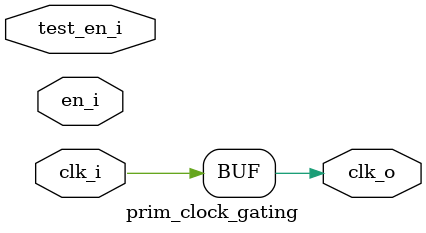
<source format=v>
module ibex_alu (
	operator_i,
	operand_a_i,
	operand_b_i,
	instr_first_cycle_i,
	multdiv_operand_a_i,
	multdiv_operand_b_i,
	multdiv_sel_i,
	imd_val_q_i,
	imd_val_d_o,
	imd_val_we_o,
	adder_result_o,
	adder_result_ext_o,
	result_o,
	comparison_result_o,
	is_equal_result_o
);
	parameter integer RV32B = 32'sd0;
	input wire [5:0] operator_i;
	input wire [31:0] operand_a_i;
	input wire [31:0] operand_b_i;
	input wire instr_first_cycle_i;
	input wire [32:0] multdiv_operand_a_i;
	input wire [32:0] multdiv_operand_b_i;
	input wire multdiv_sel_i;
	input wire [63:0] imd_val_q_i;
	output reg [63:0] imd_val_d_o;
	output reg [1:0] imd_val_we_o;
	output wire [31:0] adder_result_o;
	output wire [33:0] adder_result_ext_o;
	output reg [31:0] result_o;
	output wire comparison_result_o;
	output wire is_equal_result_o;
	wire [31:0] operand_a_rev;
	wire [32:0] operand_b_neg;
	genvar k;
	generate
		for (k = 0; k < 32; k = k + 1) begin : gen_rev_operand_a
			assign operand_a_rev[k] = operand_a_i[31 - k];
		end
	endgenerate
	reg adder_op_b_negate;
	wire [32:0] adder_in_a;
	reg [32:0] adder_in_b;
	wire [31:0] adder_result;
	always @(*) begin
		adder_op_b_negate = 1'b0;
		case (operator_i)
			6'd1, 6'd23, 6'd24, 6'd21, 6'd22, 6'd19, 6'd20, 6'd37, 6'd38, 6'd25, 6'd26, 6'd27, 6'd28: adder_op_b_negate = 1'b1;
			default:
				;
		endcase
	end
	assign adder_in_a = (multdiv_sel_i ? multdiv_operand_a_i : {operand_a_i, 1'b1});
	assign operand_b_neg = {operand_b_i, 1'b0} ^ {33 {1'b1}};
	always @(*)
		case (1'b1)
			multdiv_sel_i: adder_in_b = multdiv_operand_b_i;
			adder_op_b_negate: adder_in_b = operand_b_neg;
			default: adder_in_b = {operand_b_i, 1'b0};
		endcase
	assign adder_result_ext_o = $unsigned(adder_in_a) + $unsigned(adder_in_b);
	assign adder_result = adder_result_ext_o[32:1];
	assign adder_result_o = adder_result;
	wire is_equal;
	reg is_greater_equal;
	reg cmp_signed;
	always @(*)
		case (operator_i)
			6'd21, 6'd19, 6'd37, 6'd25, 6'd27: cmp_signed = 1'b1;
			default: cmp_signed = 1'b0;
		endcase
	assign is_equal = adder_result == 32'b00000000000000000000000000000000;
	assign is_equal_result_o = is_equal;
	always @(*)
		if ((operand_a_i[31] ^ operand_b_i[31]) == 1'b0)
			is_greater_equal = adder_result[31] == 1'b0;
		else
			is_greater_equal = operand_a_i[31] ^ cmp_signed;
	reg cmp_result;
	always @(*)
		case (operator_i)
			6'd23: cmp_result = is_equal;
			6'd24: cmp_result = ~is_equal;
			6'd21, 6'd22, 6'd27, 6'd28: cmp_result = is_greater_equal;
			6'd19, 6'd20, 6'd25, 6'd26, 6'd37, 6'd38: cmp_result = ~is_greater_equal;
			default: cmp_result = is_equal;
		endcase
	assign comparison_result_o = cmp_result;
	reg shift_left;
	wire shift_ones;
	wire shift_arith;
	wire shift_funnel;
	wire shift_sbmode;
	reg [5:0] shift_amt;
	wire [5:0] shift_amt_compl;
	reg [31:0] shift_operand;
	reg signed [32:0] shift_result_ext_signed;
	reg [32:0] shift_result_ext;
	reg unused_shift_result_ext;
	reg [31:0] shift_result;
	reg [31:0] shift_result_rev;
	wire bfp_op;
	wire [4:0] bfp_len;
	wire [4:0] bfp_off;
	wire [31:0] bfp_mask;
	wire [31:0] bfp_mask_rev;
	wire [31:0] bfp_result;
	assign bfp_op = (RV32B != 32'sd0 ? operator_i == 6'd49 : 1'b0);
	assign bfp_len = {~(|operand_b_i[27:24]), operand_b_i[27:24]};
	assign bfp_off = operand_b_i[20:16];
	assign bfp_mask = (RV32B != 32'sd0 ? ~(32'hffffffff << bfp_len) : {32 {1'sb0}});
	genvar i;
	generate
		for (i = 0; i < 32; i = i + 1) begin : gen_rev_bfp_mask
			assign bfp_mask_rev[i] = bfp_mask[31 - i];
		end
	endgenerate
	assign bfp_result = (RV32B != 32'sd0 ? (~shift_result & operand_a_i) | ((operand_b_i & bfp_mask) << bfp_off) : {32 {1'sb0}});
	wire [1:1] sv2v_tmp_3EBA5;
	assign sv2v_tmp_3EBA5 = operand_b_i[5] & shift_funnel;
	always @(*) shift_amt[5] = sv2v_tmp_3EBA5;
	assign shift_amt_compl = 32 - operand_b_i[4:0];
	always @(*)
		if (bfp_op)
			shift_amt[4:0] = bfp_off;
		else
			shift_amt[4:0] = (instr_first_cycle_i ? (operand_b_i[5] && shift_funnel ? shift_amt_compl[4:0] : operand_b_i[4:0]) : (operand_b_i[5] && shift_funnel ? operand_b_i[4:0] : shift_amt_compl[4:0]));
	assign shift_sbmode = (RV32B != 32'sd0 ? ((operator_i == 6'd43) | (operator_i == 6'd44)) | (operator_i == 6'd45) : 1'b0);
	always @(*) begin
		case (operator_i)
			6'd10: shift_left = 1'b1;
			6'd12, 6'd49: shift_left = (RV32B != 32'sd0 ? 1'b1 : 1'b0);
			6'd14: shift_left = (RV32B != 32'sd0 ? instr_first_cycle_i : 0);
			6'd13: shift_left = (RV32B != 32'sd0 ? ~instr_first_cycle_i : 0);
			6'd41: shift_left = (RV32B != 32'sd0 ? (shift_amt[5] ? ~instr_first_cycle_i : instr_first_cycle_i) : 1'b0);
			6'd42: shift_left = (RV32B != 32'sd0 ? (shift_amt[5] ? instr_first_cycle_i : ~instr_first_cycle_i) : 1'b0);
			default: shift_left = 1'b0;
		endcase
		if (shift_sbmode)
			shift_left = 1'b1;
	end
	assign shift_arith = operator_i == 6'd8;
	assign shift_ones = (RV32B != 32'sd0 ? (operator_i == 6'd12) | (operator_i == 6'd11) : 1'b0);
	assign shift_funnel = (RV32B != 32'sd0 ? (operator_i == 6'd41) | (operator_i == 6'd42) : 1'b0);
	always @(*) begin
		if (RV32B == 32'sd0)
			shift_operand = (shift_left ? operand_a_rev : operand_a_i);
		else
			case (1'b1)
				bfp_op: shift_operand = bfp_mask_rev;
				shift_sbmode: shift_operand = 32'h80000000;
				default: shift_operand = (shift_left ? operand_a_rev : operand_a_i);
			endcase
		shift_result_ext_signed = $signed({shift_ones | (shift_arith & shift_operand[31]), shift_operand}) >>> shift_amt[4:0];
		shift_result_ext = $unsigned(shift_result_ext_signed);
		shift_result = shift_result_ext[31:0];
		unused_shift_result_ext = shift_result_ext[32];
		begin : sv2v_autoblock_1
			reg [31:0] i;
			for (i = 0; i < 32; i = i + 1)
				shift_result_rev[i] = shift_result[31 - i];
		end
		shift_result = (shift_left ? shift_result_rev : shift_result);
	end
	wire bwlogic_or;
	wire bwlogic_and;
	wire [31:0] bwlogic_operand_b;
	wire [31:0] bwlogic_or_result;
	wire [31:0] bwlogic_and_result;
	wire [31:0] bwlogic_xor_result;
	reg [31:0] bwlogic_result;
	reg bwlogic_op_b_negate;
	always @(*)
		case (operator_i)
			6'd5, 6'd6, 6'd7: bwlogic_op_b_negate = (RV32B != 32'sd0 ? 1'b1 : 1'b0);
			6'd40: bwlogic_op_b_negate = (RV32B != 32'sd0 ? ~instr_first_cycle_i : 1'b0);
			default: bwlogic_op_b_negate = 1'b0;
		endcase
	assign bwlogic_operand_b = (bwlogic_op_b_negate ? operand_b_neg[32:1] : operand_b_i);
	assign bwlogic_or_result = operand_a_i | bwlogic_operand_b;
	assign bwlogic_and_result = operand_a_i & bwlogic_operand_b;
	assign bwlogic_xor_result = operand_a_i ^ bwlogic_operand_b;
	assign bwlogic_or = (operator_i == 6'd3) | (operator_i == 6'd6);
	assign bwlogic_and = (operator_i == 6'd4) | (operator_i == 6'd7);
	always @(*)
		case (1'b1)
			bwlogic_or: bwlogic_result = bwlogic_or_result;
			bwlogic_and: bwlogic_result = bwlogic_and_result;
			default: bwlogic_result = bwlogic_xor_result;
		endcase
	wire [5:0] bitcnt_result;
	wire [31:0] minmax_result;
	reg [31:0] pack_result;
	wire [31:0] sext_result;
	reg [31:0] singlebit_result;
	reg [31:0] rev_result;
	reg [31:0] shuffle_result;
	reg [31:0] butterfly_result;
	reg [31:0] invbutterfly_result;
	reg [31:0] clmul_result;
	reg [31:0] multicycle_result;
	generate
		if (RV32B != 32'sd0) begin : g_alu_rvb
			wire zbe_op;
			wire bitcnt_ctz;
			wire bitcnt_clz;
			wire bitcnt_cz;
			reg [31:0] bitcnt_bits;
			wire [31:0] bitcnt_mask_op;
			reg [31:0] bitcnt_bit_mask;
			reg [191:0] bitcnt_partial;
			wire [31:0] bitcnt_partial_lsb_d;
			wire [31:0] bitcnt_partial_msb_d;
			assign bitcnt_ctz = operator_i == 6'd35;
			assign bitcnt_clz = operator_i == 6'd34;
			assign bitcnt_cz = bitcnt_ctz | bitcnt_clz;
			assign bitcnt_result = bitcnt_partial[0+:6];
			assign bitcnt_mask_op = (bitcnt_clz ? operand_a_rev : operand_a_i);
			always @(*) begin
				bitcnt_bit_mask = bitcnt_mask_op;
				bitcnt_bit_mask = bitcnt_bit_mask | (bitcnt_bit_mask << 1);
				bitcnt_bit_mask = bitcnt_bit_mask | (bitcnt_bit_mask << 2);
				bitcnt_bit_mask = bitcnt_bit_mask | (bitcnt_bit_mask << 4);
				bitcnt_bit_mask = bitcnt_bit_mask | (bitcnt_bit_mask << 8);
				bitcnt_bit_mask = bitcnt_bit_mask | (bitcnt_bit_mask << 16);
				bitcnt_bit_mask = ~bitcnt_bit_mask;
			end
			assign zbe_op = (operator_i == 6'd47) | (operator_i == 6'd48);
			always @(*)
				case (1'b1)
					zbe_op: bitcnt_bits = operand_b_i;
					bitcnt_cz: bitcnt_bits = bitcnt_bit_mask & ~bitcnt_mask_op;
					default: bitcnt_bits = operand_a_i;
				endcase
			always @(*) begin
				bitcnt_partial = {32 {6'b000000}};
				begin : sv2v_autoblock_2
					reg [31:0] i;
					for (i = 1; i < 32; i = i + 2)
						bitcnt_partial[(31 - i) * 6+:6] = {5'h00, bitcnt_bits[i]} + {5'h00, bitcnt_bits[i - 1]};
				end
				begin : sv2v_autoblock_3
					reg [31:0] i;
					for (i = 3; i < 32; i = i + 4)
						bitcnt_partial[(31 - i) * 6+:6] = bitcnt_partial[(33 - i) * 6+:6] + bitcnt_partial[(31 - i) * 6+:6];
				end
				begin : sv2v_autoblock_4
					reg [31:0] i;
					for (i = 7; i < 32; i = i + 8)
						bitcnt_partial[(31 - i) * 6+:6] = bitcnt_partial[(35 - i) * 6+:6] + bitcnt_partial[(31 - i) * 6+:6];
				end
				begin : sv2v_autoblock_5
					reg [31:0] i;
					for (i = 15; i < 32; i = i + 16)
						bitcnt_partial[(31 - i) * 6+:6] = bitcnt_partial[(39 - i) * 6+:6] + bitcnt_partial[(31 - i) * 6+:6];
				end
				bitcnt_partial[0+:6] = bitcnt_partial[96+:6] + bitcnt_partial[0+:6];
				bitcnt_partial[48+:6] = bitcnt_partial[96+:6] + bitcnt_partial[48+:6];
				begin : sv2v_autoblock_6
					reg [31:0] i;
					for (i = 11; i < 32; i = i + 8)
						bitcnt_partial[(31 - i) * 6+:6] = bitcnt_partial[(35 - i) * 6+:6] + bitcnt_partial[(31 - i) * 6+:6];
				end
				begin : sv2v_autoblock_7
					reg [31:0] i;
					for (i = 5; i < 32; i = i + 4)
						bitcnt_partial[(31 - i) * 6+:6] = bitcnt_partial[(33 - i) * 6+:6] + bitcnt_partial[(31 - i) * 6+:6];
				end
				bitcnt_partial[186+:6] = {5'h00, bitcnt_bits[0]};
				begin : sv2v_autoblock_8
					reg [31:0] i;
					for (i = 2; i < 32; i = i + 2)
						bitcnt_partial[(31 - i) * 6+:6] = bitcnt_partial[(32 - i) * 6+:6] + {5'h00, bitcnt_bits[i]};
				end
			end
			assign minmax_result = (cmp_result ? operand_a_i : operand_b_i);
			wire packu;
			wire packh;
			assign packu = operator_i == 6'd30;
			assign packh = operator_i == 6'd31;
			always @(*)
				case (1'b1)
					packu: pack_result = {operand_b_i[31:16], operand_a_i[31:16]};
					packh: pack_result = {16'h0000, operand_b_i[7:0], operand_a_i[7:0]};
					default: pack_result = {operand_b_i[15:0], operand_a_i[15:0]};
				endcase
			assign sext_result = (operator_i == 6'd32 ? {{24 {operand_a_i[7]}}, operand_a_i[7:0]} : {{16 {operand_a_i[15]}}, operand_a_i[15:0]});
			always @(*)
				case (operator_i)
					6'd43: singlebit_result = operand_a_i | shift_result;
					6'd44: singlebit_result = operand_a_i & ~shift_result;
					6'd45: singlebit_result = operand_a_i ^ shift_result;
					default: singlebit_result = {31'h00000000, shift_result[0]};
				endcase
			wire [4:0] zbp_shift_amt;
			wire gorc_op;
			assign gorc_op = operator_i == 6'd16;
			assign zbp_shift_amt[2:0] = (RV32B == 32'sd2 ? shift_amt[2:0] : {3 {&shift_amt[2:0]}});
			assign zbp_shift_amt[4:3] = (RV32B == 32'sd2 ? shift_amt[4:3] : {2 {&shift_amt[4:3]}});
			always @(*) begin
				rev_result = operand_a_i;
				if (zbp_shift_amt[0])
					rev_result = ((gorc_op ? rev_result : 32'h00000000) | ((rev_result & 32'h55555555) << 1)) | ((rev_result & 32'haaaaaaaa) >> 1);
				if (zbp_shift_amt[1])
					rev_result = ((gorc_op ? rev_result : 32'h00000000) | ((rev_result & 32'h33333333) << 2)) | ((rev_result & 32'hcccccccc) >> 2);
				if (zbp_shift_amt[2])
					rev_result = ((gorc_op ? rev_result : 32'h00000000) | ((rev_result & 32'h0f0f0f0f) << 4)) | ((rev_result & 32'hf0f0f0f0) >> 4);
				if (zbp_shift_amt[3])
					rev_result = ((gorc_op & (RV32B == 32'sd2) ? rev_result : 32'h00000000) | ((rev_result & 32'h00ff00ff) << 8)) | ((rev_result & 32'hff00ff00) >> 8);
				if (zbp_shift_amt[4])
					rev_result = ((gorc_op & (RV32B == 32'sd2) ? rev_result : 32'h00000000) | ((rev_result & 32'h0000ffff) << 16)) | ((rev_result & 32'hffff0000) >> 16);
			end
			wire crc_hmode;
			wire crc_bmode;
			wire [31:0] clmul_result_rev;
			if (RV32B == 32'sd2) begin : gen_alu_rvb_full
				localparam [127:0] SHUFFLE_MASK_L = 128'h00ff00000f000f003030303044444444;
				localparam [127:0] SHUFFLE_MASK_R = 128'h0000ff0000f000f00c0c0c0c22222222;
				localparam [127:0] FLIP_MASK_L = 128'h22001100004400004411000011000000;
				localparam [127:0] FLIP_MASK_R = 128'h00880044000022000000882200000088;
				wire [31:0] SHUFFLE_MASK_NOT [0:3];
				genvar i;
				for (i = 0; i < 4; i = i + 1) begin : gen_shuffle_mask_not
					assign SHUFFLE_MASK_NOT[i] = ~(SHUFFLE_MASK_L[(3 - i) * 32+:32] | SHUFFLE_MASK_R[(3 - i) * 32+:32]);
				end
				wire shuffle_flip;
				assign shuffle_flip = operator_i == 6'd18;
				reg [3:0] shuffle_mode;
				always @(*) begin
					shuffle_result = operand_a_i;
					if (shuffle_flip) begin
						shuffle_mode[3] = shift_amt[0];
						shuffle_mode[2] = shift_amt[1];
						shuffle_mode[1] = shift_amt[2];
						shuffle_mode[0] = shift_amt[3];
					end
					else
						shuffle_mode = shift_amt[3:0];
					if (shuffle_flip)
						shuffle_result = ((((((((shuffle_result & 32'h88224411) | ((shuffle_result << 6) & FLIP_MASK_L[96+:32])) | ((shuffle_result >> 6) & FLIP_MASK_R[96+:32])) | ((shuffle_result << 9) & FLIP_MASK_L[64+:32])) | ((shuffle_result >> 9) & FLIP_MASK_R[64+:32])) | ((shuffle_result << 15) & FLIP_MASK_L[32+:32])) | ((shuffle_result >> 15) & FLIP_MASK_R[32+:32])) | ((shuffle_result << 21) & FLIP_MASK_L[0+:32])) | ((shuffle_result >> 21) & FLIP_MASK_R[0+:32]);
					if (shuffle_mode[3])
						shuffle_result = (shuffle_result & SHUFFLE_MASK_NOT[0]) | (((shuffle_result << 8) & SHUFFLE_MASK_L[96+:32]) | ((shuffle_result >> 8) & SHUFFLE_MASK_R[96+:32]));
					if (shuffle_mode[2])
						shuffle_result = (shuffle_result & SHUFFLE_MASK_NOT[1]) | (((shuffle_result << 4) & SHUFFLE_MASK_L[64+:32]) | ((shuffle_result >> 4) & SHUFFLE_MASK_R[64+:32]));
					if (shuffle_mode[1])
						shuffle_result = (shuffle_result & SHUFFLE_MASK_NOT[2]) | (((shuffle_result << 2) & SHUFFLE_MASK_L[32+:32]) | ((shuffle_result >> 2) & SHUFFLE_MASK_R[32+:32]));
					if (shuffle_mode[0])
						shuffle_result = (shuffle_result & SHUFFLE_MASK_NOT[3]) | (((shuffle_result << 1) & SHUFFLE_MASK_L[0+:32]) | ((shuffle_result >> 1) & SHUFFLE_MASK_R[0+:32]));
					if (shuffle_flip)
						shuffle_result = ((((((((shuffle_result & 32'h88224411) | ((shuffle_result << 6) & FLIP_MASK_L[96+:32])) | ((shuffle_result >> 6) & FLIP_MASK_R[96+:32])) | ((shuffle_result << 9) & FLIP_MASK_L[64+:32])) | ((shuffle_result >> 9) & FLIP_MASK_R[64+:32])) | ((shuffle_result << 15) & FLIP_MASK_L[32+:32])) | ((shuffle_result >> 15) & FLIP_MASK_R[32+:32])) | ((shuffle_result << 21) & FLIP_MASK_L[0+:32])) | ((shuffle_result >> 21) & FLIP_MASK_R[0+:32]);
				end
				reg [191:0] bitcnt_partial_q;
				for (i = 0; i < 32; i = i + 1) begin : gen_bitcnt_reg_in_lsb
					assign bitcnt_partial_lsb_d[i] = bitcnt_partial[(31 - i) * 6];
				end
				for (i = 0; i < 16; i = i + 1) begin : gen_bitcnt_reg_in_b1
					assign bitcnt_partial_msb_d[i] = bitcnt_partial[((31 - ((2 * i) + 1)) * 6) + 1];
				end
				for (i = 0; i < 8; i = i + 1) begin : gen_bitcnt_reg_in_b2
					assign bitcnt_partial_msb_d[16 + i] = bitcnt_partial[((31 - ((4 * i) + 3)) * 6) + 2];
				end
				for (i = 0; i < 4; i = i + 1) begin : gen_bitcnt_reg_in_b3
					assign bitcnt_partial_msb_d[24 + i] = bitcnt_partial[((31 - ((8 * i) + 7)) * 6) + 3];
				end
				for (i = 0; i < 2; i = i + 1) begin : gen_bitcnt_reg_in_b4
					assign bitcnt_partial_msb_d[28 + i] = bitcnt_partial[((31 - ((16 * i) + 15)) * 6) + 4];
				end
				assign bitcnt_partial_msb_d[30] = bitcnt_partial[5];
				assign bitcnt_partial_msb_d[31] = 1'b0;
				always @(*) begin
					bitcnt_partial_q = {32 {6'b000000}};
					begin : sv2v_autoblock_9
						reg [31:0] i;
						for (i = 0; i < 32; i = i + 1)
							begin : gen_bitcnt_reg_out_lsb
								bitcnt_partial_q[(31 - i) * 6] = imd_val_q_i[32 + i];
							end
					end
					begin : sv2v_autoblock_10
						reg [31:0] i;
						for (i = 0; i < 16; i = i + 1)
							begin : gen_bitcnt_reg_out_b1
								bitcnt_partial_q[((31 - ((2 * i) + 1)) * 6) + 1] = imd_val_q_i[i];
							end
					end
					begin : sv2v_autoblock_11
						reg [31:0] i;
						for (i = 0; i < 8; i = i + 1)
							begin : gen_bitcnt_reg_out_b2
								bitcnt_partial_q[((31 - ((4 * i) + 3)) * 6) + 2] = imd_val_q_i[16 + i];
							end
					end
					begin : sv2v_autoblock_12
						reg [31:0] i;
						for (i = 0; i < 4; i = i + 1)
							begin : gen_bitcnt_reg_out_b3
								bitcnt_partial_q[((31 - ((8 * i) + 7)) * 6) + 3] = imd_val_q_i[24 + i];
							end
					end
					begin : sv2v_autoblock_13
						reg [31:0] i;
						for (i = 0; i < 2; i = i + 1)
							begin : gen_bitcnt_reg_out_b4
								bitcnt_partial_q[((31 - ((16 * i) + 15)) * 6) + 4] = imd_val_q_i[28 + i];
							end
					end
					bitcnt_partial_q[5] = imd_val_q_i[30];
				end
				wire [31:0] butterfly_mask_l [0:4];
				wire [31:0] butterfly_mask_r [0:4];
				wire [31:0] butterfly_mask_not [0:4];
				wire [31:0] lrotc_stage [0:4];
				genvar stg;
				for (stg = 0; stg < 5; stg = stg + 1) begin : gen_butterfly_ctrl_stage
					genvar seg;
					for (seg = 0; seg < (2 ** stg); seg = seg + 1) begin : gen_butterfly_ctrl
						assign lrotc_stage[stg][((2 * (16 >> stg)) * (seg + 1)) - 1:(2 * (16 >> stg)) * seg] = {{16 >> stg {1'b0}}, {16 >> stg {1'b1}}} << bitcnt_partial_q[((32 - ((16 >> stg) * ((2 * seg) + 1))) * 6) + ($clog2(16 >> stg) >= 0 ? $clog2(16 >> stg) : ($clog2(16 >> stg) + ($clog2(16 >> stg) >= 0 ? $clog2(16 >> stg) + 1 : 1 - $clog2(16 >> stg))) - 1)-:($clog2(16 >> stg) >= 0 ? $clog2(16 >> stg) + 1 : 1 - $clog2(16 >> stg))];
						assign butterfly_mask_l[stg][((16 >> stg) * ((2 * seg) + 2)) - 1:(16 >> stg) * ((2 * seg) + 1)] = ~lrotc_stage[stg][((16 >> stg) * ((2 * seg) + 2)) - 1:(16 >> stg) * ((2 * seg) + 1)];
						assign butterfly_mask_r[stg][((16 >> stg) * ((2 * seg) + 1)) - 1:(16 >> stg) * (2 * seg)] = ~lrotc_stage[stg][((16 >> stg) * ((2 * seg) + 2)) - 1:(16 >> stg) * ((2 * seg) + 1)];
						assign butterfly_mask_l[stg][((16 >> stg) * ((2 * seg) + 1)) - 1:(16 >> stg) * (2 * seg)] = 1'sb0;
						assign butterfly_mask_r[stg][((16 >> stg) * ((2 * seg) + 2)) - 1:(16 >> stg) * ((2 * seg) + 1)] = 1'sb0;
					end
				end
				for (stg = 0; stg < 5; stg = stg + 1) begin : gen_butterfly_not
					assign butterfly_mask_not[stg] = ~(butterfly_mask_l[stg] | butterfly_mask_r[stg]);
				end
				always @(*) begin
					butterfly_result = operand_a_i;
					butterfly_result = ((butterfly_result & butterfly_mask_not[0]) | ((butterfly_result & butterfly_mask_l[0]) >> 16)) | ((butterfly_result & butterfly_mask_r[0]) << 16);
					butterfly_result = ((butterfly_result & butterfly_mask_not[1]) | ((butterfly_result & butterfly_mask_l[1]) >> 8)) | ((butterfly_result & butterfly_mask_r[1]) << 8);
					butterfly_result = ((butterfly_result & butterfly_mask_not[2]) | ((butterfly_result & butterfly_mask_l[2]) >> 4)) | ((butterfly_result & butterfly_mask_r[2]) << 4);
					butterfly_result = ((butterfly_result & butterfly_mask_not[3]) | ((butterfly_result & butterfly_mask_l[3]) >> 2)) | ((butterfly_result & butterfly_mask_r[3]) << 2);
					butterfly_result = ((butterfly_result & butterfly_mask_not[4]) | ((butterfly_result & butterfly_mask_l[4]) >> 1)) | ((butterfly_result & butterfly_mask_r[4]) << 1);
					butterfly_result = butterfly_result & operand_b_i;
				end
				always @(*) begin
					invbutterfly_result = operand_a_i & operand_b_i;
					invbutterfly_result = ((invbutterfly_result & butterfly_mask_not[4]) | ((invbutterfly_result & butterfly_mask_l[4]) >> 1)) | ((invbutterfly_result & butterfly_mask_r[4]) << 1);
					invbutterfly_result = ((invbutterfly_result & butterfly_mask_not[3]) | ((invbutterfly_result & butterfly_mask_l[3]) >> 2)) | ((invbutterfly_result & butterfly_mask_r[3]) << 2);
					invbutterfly_result = ((invbutterfly_result & butterfly_mask_not[2]) | ((invbutterfly_result & butterfly_mask_l[2]) >> 4)) | ((invbutterfly_result & butterfly_mask_r[2]) << 4);
					invbutterfly_result = ((invbutterfly_result & butterfly_mask_not[1]) | ((invbutterfly_result & butterfly_mask_l[1]) >> 8)) | ((invbutterfly_result & butterfly_mask_r[1]) << 8);
					invbutterfly_result = ((invbutterfly_result & butterfly_mask_not[0]) | ((invbutterfly_result & butterfly_mask_l[0]) >> 16)) | ((invbutterfly_result & butterfly_mask_r[0]) << 16);
				end
				wire clmul_rmode;
				wire clmul_hmode;
				reg [31:0] clmul_op_a;
				reg [31:0] clmul_op_b;
				wire [31:0] operand_b_rev;
				wire [31:0] clmul_and_stage [0:31];
				wire [31:0] clmul_xor_stage1 [0:15];
				wire [31:0] clmul_xor_stage2 [0:7];
				wire [31:0] clmul_xor_stage3 [0:3];
				wire [31:0] clmul_xor_stage4 [0:1];
				wire [31:0] clmul_result_raw;
				for (i = 0; i < 32; i = i + 1) begin : gen_rev_operand_b
					assign operand_b_rev[i] = operand_b_i[31 - i];
				end
				assign clmul_rmode = operator_i == 6'd51;
				assign clmul_hmode = operator_i == 6'd52;
				localparam [31:0] CRC32_POLYNOMIAL = 32'h04c11db7;
				localparam [31:0] CRC32_MU_REV = 32'hf7011641;
				localparam [31:0] CRC32C_POLYNOMIAL = 32'h1edc6f41;
				localparam [31:0] CRC32C_MU_REV = 32'hdea713f1;
				wire crc_op;
				wire crc_cpoly;
				reg [31:0] crc_operand;
				wire [31:0] crc_poly;
				wire [31:0] crc_mu_rev;
				assign crc_op = (((((operator_i == 6'd58) | (operator_i == 6'd57)) | (operator_i == 6'd56)) | (operator_i == 6'd55)) | (operator_i == 6'd54)) | (operator_i == 6'd53);
				assign crc_cpoly = ((operator_i == 6'd58) | (operator_i == 6'd56)) | (operator_i == 6'd54);
				assign crc_hmode = (operator_i == 6'd55) | (operator_i == 6'd56);
				assign crc_bmode = (operator_i == 6'd53) | (operator_i == 6'd54);
				assign crc_poly = (crc_cpoly ? CRC32C_POLYNOMIAL : CRC32_POLYNOMIAL);
				assign crc_mu_rev = (crc_cpoly ? CRC32C_MU_REV : CRC32_MU_REV);
				always @(*)
					case (1'b1)
						crc_bmode: crc_operand = {operand_a_i[7:0], 24'h000000};
						crc_hmode: crc_operand = {operand_a_i[15:0], 16'h0000};
						default: crc_operand = operand_a_i;
					endcase
				always @(*)
					if (crc_op) begin
						clmul_op_a = (instr_first_cycle_i ? crc_operand : imd_val_q_i[32+:32]);
						clmul_op_b = (instr_first_cycle_i ? crc_mu_rev : crc_poly);
					end
					else begin
						clmul_op_a = (clmul_rmode | clmul_hmode ? operand_a_rev : operand_a_i);
						clmul_op_b = (clmul_rmode | clmul_hmode ? operand_b_rev : operand_b_i);
					end
				for (i = 0; i < 32; i = i + 1) begin : gen_clmul_and_op
					assign clmul_and_stage[i] = (clmul_op_b[i] ? clmul_op_a << i : {32 {1'sb0}});
				end
				for (i = 0; i < 16; i = i + 1) begin : gen_clmul_xor_op_l1
					assign clmul_xor_stage1[i] = clmul_and_stage[2 * i] ^ clmul_and_stage[(2 * i) + 1];
				end
				for (i = 0; i < 8; i = i + 1) begin : gen_clmul_xor_op_l2
					assign clmul_xor_stage2[i] = clmul_xor_stage1[2 * i] ^ clmul_xor_stage1[(2 * i) + 1];
				end
				for (i = 0; i < 4; i = i + 1) begin : gen_clmul_xor_op_l3
					assign clmul_xor_stage3[i] = clmul_xor_stage2[2 * i] ^ clmul_xor_stage2[(2 * i) + 1];
				end
				for (i = 0; i < 2; i = i + 1) begin : gen_clmul_xor_op_l4
					assign clmul_xor_stage4[i] = clmul_xor_stage3[2 * i] ^ clmul_xor_stage3[(2 * i) + 1];
				end
				assign clmul_result_raw = clmul_xor_stage4[0] ^ clmul_xor_stage4[1];
				for (i = 0; i < 32; i = i + 1) begin : gen_rev_clmul_result
					assign clmul_result_rev[i] = clmul_result_raw[31 - i];
				end
				always @(*)
					case (1'b1)
						clmul_rmode: clmul_result = clmul_result_rev;
						clmul_hmode: clmul_result = {1'b0, clmul_result_rev[31:1]};
						default: clmul_result = clmul_result_raw;
					endcase
			end
			else begin : gen_alu_rvb_notfull
				wire [31:0] unused_imd_val_q_1;
				assign unused_imd_val_q_1 = imd_val_q_i[0+:32];
				wire [32:1] sv2v_tmp_F189D;
				assign sv2v_tmp_F189D = 1'sb0;
				always @(*) shuffle_result = sv2v_tmp_F189D;
				wire [32:1] sv2v_tmp_F770D;
				assign sv2v_tmp_F770D = 1'sb0;
				always @(*) butterfly_result = sv2v_tmp_F770D;
				wire [32:1] sv2v_tmp_02B8B;
				assign sv2v_tmp_02B8B = 1'sb0;
				always @(*) invbutterfly_result = sv2v_tmp_02B8B;
				wire [32:1] sv2v_tmp_B9A55;
				assign sv2v_tmp_B9A55 = 1'sb0;
				always @(*) clmul_result = sv2v_tmp_B9A55;
				assign bitcnt_partial_lsb_d = 1'sb0;
				assign bitcnt_partial_msb_d = 1'sb0;
				assign clmul_result_rev = 1'sb0;
				assign crc_bmode = 1'sb0;
				assign crc_hmode = 1'sb0;
			end
			always @(*)
				case (operator_i)
					6'd39: begin
						multicycle_result = (operand_b_i == 32'h00000000 ? operand_a_i : imd_val_q_i[32+:32]);
						imd_val_d_o = {operand_a_i, 32'h00000000};
						if (instr_first_cycle_i)
							imd_val_we_o = 2'b01;
						else
							imd_val_we_o = 2'b00;
					end
					6'd40: begin
						multicycle_result = imd_val_q_i[32+:32] | bwlogic_and_result;
						imd_val_d_o = {bwlogic_and_result, 32'h00000000};
						if (instr_first_cycle_i)
							imd_val_we_o = 2'b01;
						else
							imd_val_we_o = 2'b00;
					end
					6'd42, 6'd41, 6'd14, 6'd13: begin
						if (shift_amt[4:0] == 5'h00)
							multicycle_result = (shift_amt[5] ? operand_a_i : imd_val_q_i[32+:32]);
						else
							multicycle_result = imd_val_q_i[32+:32] | shift_result;
						imd_val_d_o = {shift_result, 32'h00000000};
						if (instr_first_cycle_i)
							imd_val_we_o = 2'b01;
						else
							imd_val_we_o = 2'b00;
					end
					6'd57, 6'd58, 6'd55, 6'd56, 6'd53, 6'd54:
						if (RV32B == 32'sd2) begin
							case (1'b1)
								crc_bmode: multicycle_result = clmul_result_rev ^ (operand_a_i >> 8);
								crc_hmode: multicycle_result = clmul_result_rev ^ (operand_a_i >> 16);
								default: multicycle_result = clmul_result_rev;
							endcase
							imd_val_d_o = {clmul_result_rev, 32'h00000000};
							if (instr_first_cycle_i)
								imd_val_we_o = 2'b01;
							else
								imd_val_we_o = 2'b00;
						end
						else begin
							imd_val_d_o = {operand_a_i, 32'h00000000};
							imd_val_we_o = 2'b00;
							multicycle_result = 1'sb0;
						end
					6'd47, 6'd48:
						if (RV32B == 32'sd2) begin
							multicycle_result = (operator_i == 6'd48 ? butterfly_result : invbutterfly_result);
							imd_val_d_o = {bitcnt_partial_lsb_d, bitcnt_partial_msb_d};
							if (instr_first_cycle_i)
								imd_val_we_o = 2'b11;
							else
								imd_val_we_o = 2'b00;
						end
						else begin
							imd_val_d_o = {operand_a_i, 32'h00000000};
							imd_val_we_o = 2'b00;
							multicycle_result = 1'sb0;
						end
					default: begin
						imd_val_d_o = {operand_a_i, 32'h00000000};
						imd_val_we_o = 2'b00;
						multicycle_result = 1'sb0;
					end
				endcase
		end
		else begin : g_no_alu_rvb
			wire [63:0] unused_imd_val_q;
			assign unused_imd_val_q = imd_val_q_i;
			wire [31:0] unused_butterfly_result;
			assign unused_butterfly_result = butterfly_result;
			wire [31:0] unused_invbutterfly_result;
			assign unused_invbutterfly_result = invbutterfly_result;
			assign bitcnt_result = 1'sb0;
			assign minmax_result = 1'sb0;
			wire [32:1] sv2v_tmp_B3EA0;
			assign sv2v_tmp_B3EA0 = 1'sb0;
			always @(*) pack_result = sv2v_tmp_B3EA0;
			assign sext_result = 1'sb0;
			wire [32:1] sv2v_tmp_C8829;
			assign sv2v_tmp_C8829 = 1'sb0;
			always @(*) singlebit_result = sv2v_tmp_C8829;
			wire [32:1] sv2v_tmp_F744D;
			assign sv2v_tmp_F744D = 1'sb0;
			always @(*) rev_result = sv2v_tmp_F744D;
			wire [32:1] sv2v_tmp_F189D;
			assign sv2v_tmp_F189D = 1'sb0;
			always @(*) shuffle_result = sv2v_tmp_F189D;
			wire [32:1] sv2v_tmp_F770D;
			assign sv2v_tmp_F770D = 1'sb0;
			always @(*) butterfly_result = sv2v_tmp_F770D;
			wire [32:1] sv2v_tmp_02B8B;
			assign sv2v_tmp_02B8B = 1'sb0;
			always @(*) invbutterfly_result = sv2v_tmp_02B8B;
			wire [32:1] sv2v_tmp_B9A55;
			assign sv2v_tmp_B9A55 = 1'sb0;
			always @(*) clmul_result = sv2v_tmp_B9A55;
			wire [32:1] sv2v_tmp_8750A;
			assign sv2v_tmp_8750A = 1'sb0;
			always @(*) multicycle_result = sv2v_tmp_8750A;
			wire [64:1] sv2v_tmp_78BC2;
			assign sv2v_tmp_78BC2 = {2 {32'b00000000000000000000000000000000}};
			always @(*) imd_val_d_o = sv2v_tmp_78BC2;
			wire [2:1] sv2v_tmp_02FDF;
			assign sv2v_tmp_02FDF = {2 {1'b0}};
			always @(*) imd_val_we_o = sv2v_tmp_02FDF;
		end
	endgenerate
	always @(*) begin
		result_o = 1'sb0;
		case (operator_i)
			6'd2, 6'd5, 6'd3, 6'd6, 6'd4, 6'd7: result_o = bwlogic_result;
			6'd0, 6'd1: result_o = adder_result;
			6'd10, 6'd9, 6'd8, 6'd12, 6'd11: result_o = shift_result;
			6'd17, 6'd18: result_o = shuffle_result;
			6'd23, 6'd24, 6'd21, 6'd22, 6'd19, 6'd20, 6'd37, 6'd38: result_o = {31'h00000000, cmp_result};
			6'd25, 6'd27, 6'd26, 6'd28: result_o = minmax_result;
			6'd34, 6'd35, 6'd36: result_o = {26'h0000000, bitcnt_result};
			6'd29, 6'd31, 6'd30: result_o = pack_result;
			6'd32, 6'd33: result_o = sext_result;
			6'd40, 6'd39, 6'd41, 6'd42, 6'd14, 6'd13, 6'd57, 6'd58, 6'd55, 6'd56, 6'd53, 6'd54, 6'd47, 6'd48: result_o = multicycle_result;
			6'd43, 6'd44, 6'd45, 6'd46: result_o = singlebit_result;
			6'd15, 6'd16: result_o = rev_result;
			6'd49: result_o = bfp_result;
			6'd50, 6'd51, 6'd52: result_o = clmul_result;
			default:
				;
		endcase
	end
	wire unused_shift_amt_compl;
	assign unused_shift_amt_compl = shift_amt_compl[5];
endmodule
module ibex_branch_predict (
	clk_i,
	rst_ni,
	fetch_rdata_i,
	fetch_pc_i,
	fetch_valid_i,
	predict_branch_taken_o,
	predict_branch_pc_o
);
	input wire clk_i;
	input wire rst_ni;
	input wire [31:0] fetch_rdata_i;
	input wire [31:0] fetch_pc_i;
	input wire fetch_valid_i;
	output wire predict_branch_taken_o;
	output wire [31:0] predict_branch_pc_o;
	wire [31:0] imm_j_type;
	wire [31:0] imm_b_type;
	wire [31:0] imm_cj_type;
	wire [31:0] imm_cb_type;
	reg [31:0] branch_imm;
	wire [31:0] instr;
	wire instr_j;
	wire instr_b;
	wire instr_cj;
	wire instr_cb;
	wire instr_b_taken;
	assign instr = fetch_rdata_i;
	assign imm_j_type = {{12 {instr[31]}}, instr[19:12], instr[20], instr[30:21], 1'b0};
	assign imm_b_type = {{19 {instr[31]}}, instr[31], instr[7], instr[30:25], instr[11:8], 1'b0};
	assign imm_cj_type = {{20 {instr[12]}}, instr[12], instr[8], instr[10:9], instr[6], instr[7], instr[2], instr[11], instr[5:3], 1'b0};
	assign imm_cb_type = {{23 {instr[12]}}, instr[12], instr[6:5], instr[2], instr[11:10], instr[4:3], 1'b0};
	assign instr_b = instr[6:0] == 7'h63;
	assign instr_j = instr[6:0] == 7'h6f;
	assign instr_cb = (instr[1:0] == 2'b01) & ((instr[15:13] == 3'b110) | (instr[15:13] == 3'b111));
	assign instr_cj = (instr[1:0] == 2'b01) & ((instr[15:13] == 3'b101) | (instr[15:13] == 3'b001));
	always @(*) begin
		branch_imm = imm_b_type;
		case (1'b1)
			instr_j: branch_imm = imm_j_type;
			instr_b: branch_imm = imm_b_type;
			instr_cj: branch_imm = imm_cj_type;
			instr_cb: branch_imm = imm_cb_type;
			default:
				;
		endcase
	end
	assign instr_b_taken = (instr_b & imm_b_type[31]) | (instr_cb & imm_cb_type[31]);
	assign predict_branch_taken_o = fetch_valid_i & ((instr_j | instr_cj) | instr_b_taken);
	assign predict_branch_pc_o = fetch_pc_i + branch_imm;
endmodule
module ibex_compressed_decoder (
	clk_i,
	rst_ni,
	valid_i,
	instr_i,
	instr_o,
	is_compressed_o,
	illegal_instr_o
);
	input wire clk_i;
	input wire rst_ni;
	input wire valid_i;
	input wire [31:0] instr_i;
	output reg [31:0] instr_o;
	output wire is_compressed_o;
	output reg illegal_instr_o;
	wire unused_valid;
	assign unused_valid = valid_i;
	always @(*) begin
		instr_o = instr_i;
		illegal_instr_o = 1'b0;
		case (instr_i[1:0])
			2'b00:
				case (instr_i[15:13])
					3'b000: begin
						instr_o = {2'b00, instr_i[10:7], instr_i[12:11], instr_i[5], instr_i[6], 2'b00, 5'h02, 3'b000, 2'b01, instr_i[4:2], 7'h13};
						if (instr_i[12:5] == 8'b00000000)
							illegal_instr_o = 1'b1;
					end
					3'b010: instr_o = {5'b00000, instr_i[5], instr_i[12:10], instr_i[6], 2'b00, 2'b01, instr_i[9:7], 3'b010, 2'b01, instr_i[4:2], 7'h03};
					3'b110: instr_o = {5'b00000, instr_i[5], instr_i[12], 2'b01, instr_i[4:2], 2'b01, instr_i[9:7], 3'b010, instr_i[11:10], instr_i[6], 2'b00, 7'h23};
					3'b001, 3'b011, 3'b100, 3'b101, 3'b111: illegal_instr_o = 1'b1;
					default: illegal_instr_o = 1'b1;
				endcase
			2'b01:
				case (instr_i[15:13])
					3'b000: instr_o = {{6 {instr_i[12]}}, instr_i[12], instr_i[6:2], instr_i[11:7], 3'b000, instr_i[11:7], 7'h13};
					3'b001, 3'b101: instr_o = {instr_i[12], instr_i[8], instr_i[10:9], instr_i[6], instr_i[7], instr_i[2], instr_i[11], instr_i[5:3], {9 {instr_i[12]}}, 4'b0000, ~instr_i[15], 7'h6f};
					3'b010: instr_o = {{6 {instr_i[12]}}, instr_i[12], instr_i[6:2], 5'b00000, 3'b000, instr_i[11:7], 7'h13};
					3'b011: begin
						instr_o = {{15 {instr_i[12]}}, instr_i[6:2], instr_i[11:7], 7'h37};
						if (instr_i[11:7] == 5'h02)
							instr_o = {{3 {instr_i[12]}}, instr_i[4:3], instr_i[5], instr_i[2], instr_i[6], 4'b0000, 5'h02, 3'b000, 5'h02, 7'h13};
						if ({instr_i[12], instr_i[6:2]} == 6'b000000)
							illegal_instr_o = 1'b1;
					end
					3'b100:
						case (instr_i[11:10])
							2'b00, 2'b01: begin
								instr_o = {1'b0, instr_i[10], 5'b00000, instr_i[6:2], 2'b01, instr_i[9:7], 3'b101, 2'b01, instr_i[9:7], 7'h13};
								if (instr_i[12] == 1'b1)
									illegal_instr_o = 1'b1;
							end
							2'b10: instr_o = {{6 {instr_i[12]}}, instr_i[12], instr_i[6:2], 2'b01, instr_i[9:7], 3'b111, 2'b01, instr_i[9:7], 7'h13};
							2'b11:
								case ({instr_i[12], instr_i[6:5]})
									3'b000: instr_o = {9'b010000001, instr_i[4:2], 2'b01, instr_i[9:7], 3'b000, 2'b01, instr_i[9:7], 7'h33};
									3'b001: instr_o = {9'b000000001, instr_i[4:2], 2'b01, instr_i[9:7], 3'b100, 2'b01, instr_i[9:7], 7'h33};
									3'b010: instr_o = {9'b000000001, instr_i[4:2], 2'b01, instr_i[9:7], 3'b110, 2'b01, instr_i[9:7], 7'h33};
									3'b011: instr_o = {9'b000000001, instr_i[4:2], 2'b01, instr_i[9:7], 3'b111, 2'b01, instr_i[9:7], 7'h33};
									3'b100, 3'b101, 3'b110, 3'b111: illegal_instr_o = 1'b1;
									default: illegal_instr_o = 1'b1;
								endcase
							default: illegal_instr_o = 1'b1;
						endcase
					3'b110, 3'b111: instr_o = {{4 {instr_i[12]}}, instr_i[6:5], instr_i[2], 5'b00000, 2'b01, instr_i[9:7], 2'b00, instr_i[13], instr_i[11:10], instr_i[4:3], instr_i[12], 7'h63};
					default: illegal_instr_o = 1'b1;
				endcase
			2'b10:
				case (instr_i[15:13])
					3'b000: begin
						instr_o = {7'b0000000, instr_i[6:2], instr_i[11:7], 3'b001, instr_i[11:7], 7'h13};
						if (instr_i[12] == 1'b1)
							illegal_instr_o = 1'b1;
					end
					3'b010: begin
						instr_o = {4'b0000, instr_i[3:2], instr_i[12], instr_i[6:4], 2'b00, 5'h02, 3'b010, instr_i[11:7], 7'h03};
						if (instr_i[11:7] == 5'b00000)
							illegal_instr_o = 1'b1;
					end
					3'b100:
						if (instr_i[12] == 1'b0) begin
							if (instr_i[6:2] != 5'b00000)
								instr_o = {7'b0000000, instr_i[6:2], 5'b00000, 3'b000, instr_i[11:7], 7'h33};
							else begin
								instr_o = {12'b000000000000, instr_i[11:7], 3'b000, 5'b00000, 7'h67};
								if (instr_i[11:7] == 5'b00000)
									illegal_instr_o = 1'b1;
							end
						end
						else if (instr_i[6:2] != 5'b00000)
							instr_o = {7'b0000000, instr_i[6:2], instr_i[11:7], 3'b000, instr_i[11:7], 7'h33};
						else if (instr_i[11:7] == 5'b00000)
							instr_o = 32'h00100073;
						else
							instr_o = {12'b000000000000, instr_i[11:7], 3'b000, 5'b00001, 7'h67};
					3'b110: instr_o = {4'b0000, instr_i[8:7], instr_i[12], instr_i[6:2], 5'h02, 3'b010, instr_i[11:9], 2'b00, 7'h23};
					3'b001, 3'b011, 3'b101, 3'b111: illegal_instr_o = 1'b1;
					default: illegal_instr_o = 1'b1;
				endcase
			2'b11:
				;
			default: illegal_instr_o = 1'b1;
		endcase
	end
	assign is_compressed_o = instr_i[1:0] != 2'b11;
endmodule
module ibex_controller (
	clk_i,
	rst_ni,
	ctrl_busy_o,
	illegal_insn_i,
	ecall_insn_i,
	mret_insn_i,
	dret_insn_i,
	wfi_insn_i,
	ebrk_insn_i,
	csr_pipe_flush_i,
	instr_valid_i,
	instr_i,
	instr_compressed_i,
	instr_is_compressed_i,
	instr_bp_taken_i,
	instr_fetch_err_i,
	instr_fetch_err_plus2_i,
	pc_id_i,
	instr_valid_clear_o,
	id_in_ready_o,
	controller_run_o,
	instr_req_o,
	pc_set_o,
	pc_set_spec_o,
	pc_mux_o,
	nt_branch_mispredict_o,
	exc_pc_mux_o,
	exc_cause_o,
	lsu_addr_last_i,
	load_err_i,
	store_err_i,
	wb_exception_o,
	id_exception_o,
	branch_set_i,
	branch_set_spec_i,
	branch_not_set_i,
	jump_set_i,
	csr_mstatus_mie_i,
	irq_pending_i,
	irqs_i,
	irq_nm_i,
	nmi_mode_o,
	debug_req_i,
	debug_cause_o,
	debug_csr_save_o,
	debug_mode_o,
	debug_single_step_i,
	debug_ebreakm_i,
	debug_ebreaku_i,
	trigger_match_i,
	csr_save_if_o,
	csr_save_id_o,
	csr_save_wb_o,
	csr_restore_mret_id_o,
	csr_restore_dret_id_o,
	csr_save_cause_o,
	csr_mtval_o,
	priv_mode_i,
	csr_mstatus_tw_i,
	stall_id_i,
	stall_wb_i,
	flush_id_o,
	ready_wb_i,
	perf_jump_o,
	perf_tbranch_o
);
	parameter [0:0] WritebackStage = 0;
	parameter [0:0] BranchPredictor = 0;
	input wire clk_i;
	input wire rst_ni;
	output reg ctrl_busy_o;
	input wire illegal_insn_i;
	input wire ecall_insn_i;
	input wire mret_insn_i;
	input wire dret_insn_i;
	input wire wfi_insn_i;
	input wire ebrk_insn_i;
	input wire csr_pipe_flush_i;
	input wire instr_valid_i;
	input wire [31:0] instr_i;
	input wire [15:0] instr_compressed_i;
	input wire instr_is_compressed_i;
	input wire instr_bp_taken_i;
	input wire instr_fetch_err_i;
	input wire instr_fetch_err_plus2_i;
	input wire [31:0] pc_id_i;
	output wire instr_valid_clear_o;
	output wire id_in_ready_o;
	output reg controller_run_o;
	output reg instr_req_o;
	output reg pc_set_o;
	output reg pc_set_spec_o;
	output reg [2:0] pc_mux_o;
	output reg nt_branch_mispredict_o;
	output reg [1:0] exc_pc_mux_o;
	output reg [5:0] exc_cause_o;
	input wire [31:0] lsu_addr_last_i;
	input wire load_err_i;
	input wire store_err_i;
	output wire wb_exception_o;
	output wire id_exception_o;
	input wire branch_set_i;
	input wire branch_set_spec_i;
	input wire branch_not_set_i;
	input wire jump_set_i;
	input wire csr_mstatus_mie_i;
	input wire irq_pending_i;
	input wire [17:0] irqs_i;
	input wire irq_nm_i;
	output wire nmi_mode_o;
	input wire debug_req_i;
	output reg [2:0] debug_cause_o;
	output reg debug_csr_save_o;
	output wire debug_mode_o;
	input wire debug_single_step_i;
	input wire debug_ebreakm_i;
	input wire debug_ebreaku_i;
	input wire trigger_match_i;
	output reg csr_save_if_o;
	output reg csr_save_id_o;
	output reg csr_save_wb_o;
	output reg csr_restore_mret_id_o;
	output reg csr_restore_dret_id_o;
	output reg csr_save_cause_o;
	output reg [31:0] csr_mtval_o;
	input wire [1:0] priv_mode_i;
	input wire csr_mstatus_tw_i;
	input wire stall_id_i;
	input wire stall_wb_i;
	output wire flush_id_o;
	input wire ready_wb_i;
	output reg perf_jump_o;
	output reg perf_tbranch_o;
	reg [3:0] ctrl_fsm_cs;
	reg [3:0] ctrl_fsm_ns;
	reg nmi_mode_q;
	reg nmi_mode_d;
	reg debug_mode_q;
	reg debug_mode_d;
	reg load_err_q;
	wire load_err_d;
	reg store_err_q;
	wire store_err_d;
	reg exc_req_q;
	wire exc_req_d;
	reg illegal_insn_q;
	wire illegal_insn_d;
	reg instr_fetch_err_prio;
	reg illegal_insn_prio;
	reg ecall_insn_prio;
	reg ebrk_insn_prio;
	reg store_err_prio;
	reg load_err_prio;
	wire stall;
	reg halt_if;
	reg retain_id;
	reg flush_id;
	wire illegal_dret;
	wire illegal_umode;
	wire exc_req_lsu;
	wire special_req;
	wire special_req_pc_change;
	wire special_req_flush_only;
	wire do_single_step_d;
	reg do_single_step_q;
	wire enter_debug_mode_prio_d;
	reg enter_debug_mode_prio_q;
	wire enter_debug_mode;
	wire ebreak_into_debug;
	wire handle_irq;
	wire id_wb_pending;
	reg [3:0] mfip_id;
	wire unused_irq_timer;
	wire ecall_insn;
	wire mret_insn;
	wire dret_insn;
	wire wfi_insn;
	wire ebrk_insn;
	wire csr_pipe_flush;
	wire instr_fetch_err;
	assign load_err_d = load_err_i;
	assign store_err_d = store_err_i;
	assign ecall_insn = ecall_insn_i & instr_valid_i;
	assign mret_insn = mret_insn_i & instr_valid_i;
	assign dret_insn = dret_insn_i & instr_valid_i;
	assign wfi_insn = wfi_insn_i & instr_valid_i;
	assign ebrk_insn = ebrk_insn_i & instr_valid_i;
	assign csr_pipe_flush = csr_pipe_flush_i & instr_valid_i;
	assign instr_fetch_err = instr_fetch_err_i & instr_valid_i;
	assign illegal_dret = dret_insn & ~debug_mode_q;
	assign illegal_umode = (priv_mode_i != 2'b11) & (mret_insn | (csr_mstatus_tw_i & wfi_insn));
	assign illegal_insn_d = ((illegal_insn_i | illegal_dret) | illegal_umode) & (ctrl_fsm_cs != 4'd6);
	assign exc_req_d = (((ecall_insn | ebrk_insn) | illegal_insn_d) | instr_fetch_err) & (ctrl_fsm_cs != 4'd6);
	assign exc_req_lsu = store_err_i | load_err_i;
	assign id_exception_o = exc_req_d;
	assign special_req_flush_only = wfi_insn | csr_pipe_flush;
	assign special_req_pc_change = ((mret_insn | dret_insn) | exc_req_d) | exc_req_lsu;
	assign special_req = special_req_pc_change | special_req_flush_only;
	assign id_wb_pending = instr_valid_i | ~ready_wb_i;
	generate
		if (WritebackStage) begin : g_wb_exceptions
			always @(*) begin
				instr_fetch_err_prio = 0;
				illegal_insn_prio = 0;
				ecall_insn_prio = 0;
				ebrk_insn_prio = 0;
				store_err_prio = 0;
				load_err_prio = 0;
				if (store_err_q)
					store_err_prio = 1'b1;
				else if (load_err_q)
					load_err_prio = 1'b1;
				else if (instr_fetch_err)
					instr_fetch_err_prio = 1'b1;
				else if (illegal_insn_q)
					illegal_insn_prio = 1'b1;
				else if (ecall_insn)
					ecall_insn_prio = 1'b1;
				else if (ebrk_insn)
					ebrk_insn_prio = 1'b1;
			end
			assign wb_exception_o = ((load_err_q | store_err_q) | load_err_i) | store_err_i;
		end
		else begin : g_no_wb_exceptions
			always @(*) begin
				instr_fetch_err_prio = 0;
				illegal_insn_prio = 0;
				ecall_insn_prio = 0;
				ebrk_insn_prio = 0;
				store_err_prio = 0;
				load_err_prio = 0;
				if (instr_fetch_err)
					instr_fetch_err_prio = 1'b1;
				else if (illegal_insn_q)
					illegal_insn_prio = 1'b1;
				else if (ecall_insn)
					ecall_insn_prio = 1'b1;
				else if (ebrk_insn)
					ebrk_insn_prio = 1'b1;
				else if (store_err_q)
					store_err_prio = 1'b1;
				else if (load_err_q)
					load_err_prio = 1'b1;
			end
			assign wb_exception_o = 1'b0;
		end
	endgenerate
	assign do_single_step_d = (instr_valid_i ? ~debug_mode_q & debug_single_step_i : do_single_step_q);
	assign enter_debug_mode_prio_d = (debug_req_i | do_single_step_d) & ~debug_mode_q;
	assign enter_debug_mode = enter_debug_mode_prio_d | (trigger_match_i & ~debug_mode_q);
	assign ebreak_into_debug = (priv_mode_i == 2'b11 ? debug_ebreakm_i : (priv_mode_i == 2'b00 ? debug_ebreaku_i : 1'b0));
	assign handle_irq = (~debug_mode_q & ~nmi_mode_q) & (irq_nm_i | (irq_pending_i & csr_mstatus_mie_i));
	always @(*) begin : gen_mfip_id
		mfip_id = 4'd0;
		begin : sv2v_autoblock_1
			reg signed [31:0] i;
			for (i = 14; i >= 0; i = i - 1)
				if (irqs_i[i])
					mfip_id = i[3:0];
		end
	end
	assign unused_irq_timer = irqs_i[16];
	function automatic [5:0] sv2v_cast_6;
		input reg [5:0] inp;
		sv2v_cast_6 = inp;
	endfunction
	always @(*) begin
		instr_req_o = 1'b1;
		csr_save_if_o = 1'b0;
		csr_save_id_o = 1'b0;
		csr_save_wb_o = 1'b0;
		csr_restore_mret_id_o = 1'b0;
		csr_restore_dret_id_o = 1'b0;
		csr_save_cause_o = 1'b0;
		csr_mtval_o = 1'sb0;
		pc_mux_o = 3'd0;
		pc_set_o = 1'b0;
		pc_set_spec_o = 1'b0;
		nt_branch_mispredict_o = 1'b0;
		exc_pc_mux_o = 2'd1;
		exc_cause_o = 6'b000000;
		ctrl_fsm_ns = ctrl_fsm_cs;
		ctrl_busy_o = 1'b1;
		halt_if = 1'b0;
		retain_id = 1'b0;
		flush_id = 1'b0;
		debug_csr_save_o = 1'b0;
		debug_cause_o = 3'h1;
		debug_mode_d = debug_mode_q;
		nmi_mode_d = nmi_mode_q;
		perf_tbranch_o = 1'b0;
		perf_jump_o = 1'b0;
		controller_run_o = 1'b0;
		case (ctrl_fsm_cs)
			4'd0: begin
				instr_req_o = 1'b0;
				pc_mux_o = 3'd0;
				pc_set_o = 1'b1;
				pc_set_spec_o = 1'b1;
				ctrl_fsm_ns = 4'd1;
			end
			4'd1: begin
				instr_req_o = 1'b1;
				pc_mux_o = 3'd0;
				pc_set_o = 1'b1;
				pc_set_spec_o = 1'b1;
				ctrl_fsm_ns = 4'd4;
			end
			4'd2: begin
				ctrl_busy_o = 1'b0;
				instr_req_o = 1'b0;
				halt_if = 1'b1;
				flush_id = 1'b1;
				ctrl_fsm_ns = 4'd3;
			end
			4'd3: begin
				instr_req_o = 1'b0;
				halt_if = 1'b1;
				flush_id = 1'b1;
				if ((((irq_nm_i || irq_pending_i) || debug_req_i) || debug_mode_q) || debug_single_step_i)
					ctrl_fsm_ns = 4'd4;
				else
					ctrl_busy_o = 1'b0;
			end
			4'd4: begin
				if (id_in_ready_o)
					ctrl_fsm_ns = 4'd5;
				if (handle_irq) begin
					ctrl_fsm_ns = 4'd7;
					halt_if = 1'b1;
				end
				if (enter_debug_mode) begin
					ctrl_fsm_ns = 4'd8;
					halt_if = 1'b1;
				end
			end
			4'd5: begin
				controller_run_o = 1'b1;
				pc_mux_o = 3'd1;
				if (special_req) begin
					retain_id = 1'b1;
					if (ready_wb_i | wb_exception_o)
						ctrl_fsm_ns = 4'd6;
				end
				if (branch_set_i || jump_set_i) begin
					pc_set_o = (BranchPredictor ? ~instr_bp_taken_i : 1'b1);
					perf_tbranch_o = branch_set_i;
					perf_jump_o = jump_set_i;
				end
				if (BranchPredictor)
					if (instr_bp_taken_i & branch_not_set_i)
						nt_branch_mispredict_o = 1'b1;
				if (branch_set_spec_i || jump_set_i)
					pc_set_spec_o = (BranchPredictor ? ~instr_bp_taken_i : 1'b1);
				if ((enter_debug_mode || handle_irq) && (stall || id_wb_pending))
					halt_if = 1'b1;
				if ((!stall && !special_req) && !id_wb_pending)
					if (enter_debug_mode) begin
						ctrl_fsm_ns = 4'd8;
						halt_if = 1'b1;
					end
					else if (handle_irq) begin
						ctrl_fsm_ns = 4'd7;
						halt_if = 1'b1;
					end
			end
			4'd7: begin
				pc_mux_o = 3'd2;
				exc_pc_mux_o = 2'd1;
				if (handle_irq) begin
					pc_set_o = 1'b1;
					pc_set_spec_o = 1'b1;
					csr_save_if_o = 1'b1;
					csr_save_cause_o = 1'b1;
					if (irq_nm_i && !nmi_mode_q) begin
						exc_cause_o = 6'b111111;
						nmi_mode_d = 1'b1;
					end
					else if (irqs_i[14-:15] != 15'b000000000000000)
						exc_cause_o = sv2v_cast_6({2'b11, mfip_id});
					else if (irqs_i[15])
						exc_cause_o = 6'b101011;
					else if (irqs_i[17])
						exc_cause_o = 6'b100011;
					else
						exc_cause_o = 6'b100111;
				end
				ctrl_fsm_ns = 4'd5;
			end
			4'd8: begin
				pc_mux_o = 3'd2;
				exc_pc_mux_o = 2'd2;
				flush_id = 1'b1;
				pc_set_o = 1'b1;
				pc_set_spec_o = 1'b1;
				csr_save_if_o = 1'b1;
				debug_csr_save_o = 1'b1;
				csr_save_cause_o = 1'b1;
				if (trigger_match_i)
					debug_cause_o = 3'h2;
				else if (debug_single_step_i)
					debug_cause_o = 3'h4;
				else
					debug_cause_o = 3'h3;
				debug_mode_d = 1'b1;
				ctrl_fsm_ns = 4'd5;
			end
			4'd9: begin
				flush_id = 1'b1;
				pc_mux_o = 3'd2;
				pc_set_o = 1'b1;
				pc_set_spec_o = 1'b1;
				exc_pc_mux_o = 2'd2;
				if (ebreak_into_debug && !debug_mode_q) begin
					csr_save_cause_o = 1'b1;
					csr_save_id_o = 1'b1;
					debug_csr_save_o = 1'b1;
					debug_cause_o = 3'h1;
				end
				debug_mode_d = 1'b1;
				ctrl_fsm_ns = 4'd5;
			end
			4'd6: begin
				halt_if = 1'b1;
				flush_id = 1'b1;
				ctrl_fsm_ns = 4'd5;
				if ((exc_req_q || store_err_q) || load_err_q) begin
					pc_set_o = 1'b1;
					pc_set_spec_o = 1'b1;
					pc_mux_o = 3'd2;
					exc_pc_mux_o = (debug_mode_q ? 2'd3 : 2'd0);
					if (WritebackStage) begin : g_writeback_mepc_save
						csr_save_id_o = ~(store_err_q | load_err_q);
						csr_save_wb_o = store_err_q | load_err_q;
					end
					else begin : g_no_writeback_mepc_save
						csr_save_id_o = 1'b0;
					end
					csr_save_cause_o = 1'b1;
					case (1'b1)
						instr_fetch_err_prio: begin
							exc_cause_o = 6'b000001;
							csr_mtval_o = (instr_fetch_err_plus2_i ? pc_id_i + 32'd2 : pc_id_i);
						end
						illegal_insn_prio: begin
							exc_cause_o = 6'b000010;
							csr_mtval_o = (instr_is_compressed_i ? {16'b0000000000000000, instr_compressed_i} : instr_i);
						end
						ecall_insn_prio: exc_cause_o = (priv_mode_i == 2'b11 ? 6'b001011 : 6'b001000);
						ebrk_insn_prio:
							if (debug_mode_q | ebreak_into_debug) begin
								pc_set_o = 1'b0;
								pc_set_spec_o = 1'b0;
								csr_save_id_o = 1'b0;
								csr_save_cause_o = 1'b0;
								ctrl_fsm_ns = 4'd9;
								flush_id = 1'b0;
							end
							else
								exc_cause_o = 6'b000011;
						store_err_prio: begin
							exc_cause_o = 6'b000111;
							csr_mtval_o = lsu_addr_last_i;
						end
						load_err_prio: begin
							exc_cause_o = 6'b000101;
							csr_mtval_o = lsu_addr_last_i;
						end
						default:
							;
					endcase
				end
				else if (mret_insn) begin
					pc_mux_o = 3'd3;
					pc_set_o = 1'b1;
					pc_set_spec_o = 1'b1;
					csr_restore_mret_id_o = 1'b1;
					if (nmi_mode_q)
						nmi_mode_d = 1'b0;
				end
				else if (dret_insn) begin
					pc_mux_o = 3'd4;
					pc_set_o = 1'b1;
					pc_set_spec_o = 1'b1;
					debug_mode_d = 1'b0;
					csr_restore_dret_id_o = 1'b1;
				end
				else if (wfi_insn)
					ctrl_fsm_ns = 4'd2;
				else if (csr_pipe_flush && handle_irq)
					ctrl_fsm_ns = 4'd7;
				if (enter_debug_mode_prio_q && !(ebrk_insn_prio && ebreak_into_debug))
					ctrl_fsm_ns = 4'd8;
			end
			default: begin
				instr_req_o = 1'b0;
				ctrl_fsm_ns = 4'd0;
			end
		endcase
	end
	assign flush_id_o = flush_id;
	assign debug_mode_o = debug_mode_q;
	assign nmi_mode_o = nmi_mode_q;
	assign stall = stall_id_i | stall_wb_i;
	assign id_in_ready_o = (~stall & ~halt_if) & ~retain_id;
	assign instr_valid_clear_o = ~(stall | retain_id) | flush_id;
	always @(posedge clk_i or negedge rst_ni) begin : update_regs
		if (!rst_ni) begin
			ctrl_fsm_cs <= 4'd0;
			nmi_mode_q <= 1'b0;
			do_single_step_q <= 1'b0;
			debug_mode_q <= 1'b0;
			enter_debug_mode_prio_q <= 1'b0;
			load_err_q <= 1'b0;
			store_err_q <= 1'b0;
			exc_req_q <= 1'b0;
			illegal_insn_q <= 1'b0;
		end
		else begin
			ctrl_fsm_cs <= ctrl_fsm_ns;
			nmi_mode_q <= nmi_mode_d;
			do_single_step_q <= do_single_step_d;
			debug_mode_q <= debug_mode_d;
			enter_debug_mode_prio_q <= enter_debug_mode_prio_d;
			load_err_q <= load_err_d;
			store_err_q <= store_err_d;
			exc_req_q <= exc_req_d;
			illegal_insn_q <= illegal_insn_d;
		end
	end
endmodule
module ibex_core (
	clk_i,
	rst_ni,
	hart_id_i,
	boot_addr_i,
	instr_req_o,
	instr_gnt_i,
	instr_rvalid_i,
	instr_addr_o,
	instr_rdata_i,
	instr_err_i,
	data_req_o,
	data_gnt_i,
	data_rvalid_i,
	data_we_o,
	data_be_o,
	data_addr_o,
	data_wdata_o,
	data_rdata_i,
	data_err_i,
	dummy_instr_id_o,
	rf_raddr_a_o,
	rf_raddr_b_o,
	rf_waddr_wb_o,
	rf_we_wb_o,
	rf_wdata_wb_ecc_o,
	rf_rdata_a_ecc_i,
	rf_rdata_b_ecc_i,
	ic_tag_req_o,
	ic_tag_write_o,
	ic_tag_addr_o,
	ic_tag_wdata_o,
	ic_tag_rdata_i,
	ic_data_req_o,
	ic_data_write_o,
	ic_data_addr_o,
	ic_data_wdata_o,
	ic_data_rdata_i,
	irq_software_i,
	irq_timer_i,
	irq_external_i,
	irq_fast_i,
	irq_nm_i,
	irq_pending_o,
	debug_req_i,
	crash_dump_o,
	fetch_enable_i,
	alert_minor_o,
	alert_major_o,
	core_busy_o
);
	parameter [0:0] PMPEnable = 1'b0;
	parameter [31:0] PMPGranularity = 0;
	parameter [31:0] PMPNumRegions = 4;
	parameter [31:0] MHPMCounterNum = 0;
	parameter [31:0] MHPMCounterWidth = 40;
	parameter [0:0] RV32E = 1'b0;
	parameter integer RV32M = 32'sd2;
	parameter integer RV32B = 32'sd0;
	parameter [0:0] BranchTargetALU = 1'b0;
	parameter [0:0] WritebackStage = 1'b0;
	parameter [0:0] ICache = 1'b0;
	parameter [0:0] ICacheECC = 1'b0;
	localparam [31:0] ibex_pkg_BUS_SIZE = 32;
	parameter [31:0] BusSizeECC = ibex_pkg_BUS_SIZE;
	localparam [31:0] ibex_pkg_ADDR_W = 32;
	localparam [31:0] ibex_pkg_IC_LINE_SIZE = 64;
	localparam [31:0] ibex_pkg_IC_LINE_BYTES = 8;
	localparam [31:0] ibex_pkg_IC_NUM_WAYS = 2;
	localparam [31:0] ibex_pkg_IC_SIZE_BYTES = 4096;
	localparam [31:0] ibex_pkg_IC_NUM_LINES = (ibex_pkg_IC_SIZE_BYTES / ibex_pkg_IC_NUM_WAYS) / ibex_pkg_IC_LINE_BYTES;
	localparam [31:0] ibex_pkg_IC_INDEX_W = $clog2(ibex_pkg_IC_NUM_LINES);
	localparam [31:0] ibex_pkg_IC_LINE_W = 3;
	localparam [31:0] ibex_pkg_IC_TAG_SIZE = ((ibex_pkg_ADDR_W - ibex_pkg_IC_INDEX_W) - ibex_pkg_IC_LINE_W) + 1;
	parameter [31:0] TagSizeECC = ibex_pkg_IC_TAG_SIZE;
	parameter [31:0] LineSizeECC = ibex_pkg_IC_LINE_SIZE;
	parameter [0:0] BranchPredictor = 1'b0;
	parameter [0:0] DbgTriggerEn = 1'b0;
	parameter [31:0] DbgHwBreakNum = 1;
	parameter [0:0] ResetAll = 1'b0;
	localparam signed [31:0] ibex_pkg_LfsrWidth = 32;
	localparam [31:0] ibex_pkg_RndCnstLfsrSeedDefault = 32'hac533bf4;
	parameter [31:0] RndCnstLfsrSeed = ibex_pkg_RndCnstLfsrSeedDefault;
	localparam [159:0] ibex_pkg_RndCnstLfsrPermDefault = 160'h1e35ecba467fd1b12e958152c04fa43878a8daed;
	parameter [159:0] RndCnstLfsrPerm = ibex_pkg_RndCnstLfsrPermDefault;
	parameter [0:0] SecureIbex = 1'b0;
	parameter [0:0] DummyInstructions = 1'b0;
	parameter [0:0] RegFileECC = 1'b0;
	parameter [31:0] RegFileDataWidth = 32;
	parameter [31:0] DmHaltAddr = 32'h1a110800;
	parameter [31:0] DmExceptionAddr = 32'h1a110808;
	input wire clk_i;
	input wire rst_ni;
	input wire [31:0] hart_id_i;
	input wire [31:0] boot_addr_i;
	output wire instr_req_o;
	input wire instr_gnt_i;
	input wire instr_rvalid_i;
	output wire [31:0] instr_addr_o;
	input wire [31:0] instr_rdata_i;
	input wire instr_err_i;
	output wire data_req_o;
	input wire data_gnt_i;
	input wire data_rvalid_i;
	output wire data_we_o;
	output wire [3:0] data_be_o;
	output wire [31:0] data_addr_o;
	output wire [31:0] data_wdata_o;
	input wire [31:0] data_rdata_i;
	input wire data_err_i;
	output wire dummy_instr_id_o;
	output wire [4:0] rf_raddr_a_o;
	output wire [4:0] rf_raddr_b_o;
	output wire [4:0] rf_waddr_wb_o;
	output wire rf_we_wb_o;
	output wire [RegFileDataWidth - 1:0] rf_wdata_wb_ecc_o;
	input wire [RegFileDataWidth - 1:0] rf_rdata_a_ecc_i;
	input wire [RegFileDataWidth - 1:0] rf_rdata_b_ecc_i;
	output wire [1:0] ic_tag_req_o;
	output wire ic_tag_write_o;
	output wire [ibex_pkg_IC_INDEX_W - 1:0] ic_tag_addr_o;
	output wire [TagSizeECC - 1:0] ic_tag_wdata_o;
	input wire [(ibex_pkg_IC_NUM_WAYS * TagSizeECC) - 1:0] ic_tag_rdata_i;
	output wire [1:0] ic_data_req_o;
	output wire ic_data_write_o;
	output wire [ibex_pkg_IC_INDEX_W - 1:0] ic_data_addr_o;
	output wire [LineSizeECC - 1:0] ic_data_wdata_o;
	input wire [(ibex_pkg_IC_NUM_WAYS * LineSizeECC) - 1:0] ic_data_rdata_i;
	input wire irq_software_i;
	input wire irq_timer_i;
	input wire irq_external_i;
	input wire [14:0] irq_fast_i;
	input wire irq_nm_i;
	output wire irq_pending_o;
	input wire debug_req_i;
	output wire [127:0] crash_dump_o;
	input wire fetch_enable_i;
	output wire alert_minor_o;
	output wire alert_major_o;
	output wire core_busy_o;
	localparam [31:0] PMP_NUM_CHAN = 2;
	localparam [0:0] DataIndTiming = SecureIbex;
	localparam [0:0] PCIncrCheck = SecureIbex;
	localparam [0:0] ShadowCSR = 1'b0;
	localparam [0:0] SpecBranch = PMPEnable & (PMPNumRegions == 16);
	wire dummy_instr_id;
	wire instr_valid_id;
	wire instr_new_id;
	wire [31:0] instr_rdata_id;
	wire [31:0] instr_rdata_alu_id;
	wire [15:0] instr_rdata_c_id;
	wire instr_is_compressed_id;
	wire instr_perf_count_id;
	wire instr_bp_taken_id;
	wire instr_fetch_err;
	wire instr_fetch_err_plus2;
	wire illegal_c_insn_id;
	wire [31:0] pc_if;
	wire [31:0] pc_id;
	wire [31:0] pc_wb;
	wire [67:0] imd_val_d_ex;
	wire [67:0] imd_val_q_ex;
	wire [1:0] imd_val_we_ex;
	wire data_ind_timing;
	wire dummy_instr_en;
	wire [2:0] dummy_instr_mask;
	wire dummy_instr_seed_en;
	wire [31:0] dummy_instr_seed;
	wire icache_enable;
	wire icache_inval;
	wire pc_mismatch_alert;
	wire csr_shadow_err;
	wire instr_first_cycle_id;
	wire instr_valid_clear;
	wire pc_set;
	wire pc_set_spec;
	wire nt_branch_mispredict;
	wire [2:0] pc_mux_id;
	wire [1:0] exc_pc_mux_id;
	wire [5:0] exc_cause;
	wire lsu_load_err;
	wire lsu_store_err;
	wire lsu_addr_incr_req;
	wire [31:0] lsu_addr_last;
	wire [31:0] branch_target_ex;
	wire branch_decision;
	wire ctrl_busy;
	wire if_busy;
	wire lsu_busy;
	wire [4:0] rf_raddr_a;
	wire [31:0] rf_rdata_a;
	wire [4:0] rf_raddr_b;
	wire [31:0] rf_rdata_b;
	wire rf_ren_a;
	wire rf_ren_b;
	wire [4:0] rf_waddr_wb;
	wire [31:0] rf_wdata_wb;
	wire [31:0] rf_wdata_fwd_wb;
	wire [31:0] rf_wdata_lsu;
	wire rf_we_wb;
	wire rf_we_lsu;
	wire rf_ecc_err_comb;
	wire [4:0] rf_waddr_id;
	wire [31:0] rf_wdata_id;
	wire rf_we_id;
	wire rf_rd_a_wb_match;
	wire rf_rd_b_wb_match;
	wire [5:0] alu_operator_ex;
	wire [31:0] alu_operand_a_ex;
	wire [31:0] alu_operand_b_ex;
	wire [31:0] bt_a_operand;
	wire [31:0] bt_b_operand;
	wire [31:0] alu_adder_result_ex;
	wire [31:0] result_ex;
	wire mult_en_ex;
	wire div_en_ex;
	wire mult_sel_ex;
	wire div_sel_ex;
	wire [1:0] multdiv_operator_ex;
	wire [1:0] multdiv_signed_mode_ex;
	wire [31:0] multdiv_operand_a_ex;
	wire [31:0] multdiv_operand_b_ex;
	wire multdiv_ready_id;
	wire csr_access;
	wire [1:0] csr_op;
	wire csr_op_en;
	wire [11:0] csr_addr;
	wire [31:0] csr_rdata;
	wire [31:0] csr_wdata;
	wire illegal_csr_insn_id;
	wire lsu_we;
	wire [1:0] lsu_type;
	wire lsu_sign_ext;
	wire lsu_req;
	wire [31:0] lsu_wdata;
	wire lsu_req_done;
	wire id_in_ready;
	wire ex_valid;
	wire lsu_resp_valid;
	wire lsu_resp_err;
	wire instr_req_int;
	wire instr_req_gated;
	wire en_wb;
	wire [1:0] instr_type_wb;
	wire ready_wb;
	wire rf_write_wb;
	wire outstanding_load_wb;
	wire outstanding_store_wb;
	wire nmi_mode;
	wire [17:0] irqs;
	wire csr_mstatus_mie;
	wire [31:0] csr_mepc;
	wire [31:0] csr_depc;
	wire [(PMPNumRegions * 34) - 1:0] csr_pmp_addr;
	wire [(PMPNumRegions * 6) - 1:0] csr_pmp_cfg;
	wire [2:0] csr_pmp_mseccfg;
	wire [0:1] pmp_req_err;
	wire instr_req_out;
	wire data_req_out;
	wire csr_save_if;
	wire csr_save_id;
	wire csr_save_wb;
	wire csr_restore_mret_id;
	wire csr_restore_dret_id;
	wire csr_save_cause;
	wire csr_mtvec_init;
	wire [31:0] csr_mtvec;
	wire [31:0] csr_mtval;
	wire csr_mstatus_tw;
	wire [1:0] priv_mode_id;
	wire [1:0] priv_mode_if;
	wire [1:0] priv_mode_lsu;
	wire debug_mode;
	wire [2:0] debug_cause;
	wire debug_csr_save;
	wire debug_single_step;
	wire debug_ebreakm;
	wire debug_ebreaku;
	wire trigger_match;
	wire instr_id_done;
	wire instr_done_wb;
	wire perf_instr_ret_wb;
	wire perf_instr_ret_compressed_wb;
	wire perf_instr_ret_wb_spec;
	wire perf_instr_ret_compressed_wb_spec;
	wire perf_iside_wait;
	wire perf_dside_wait;
	wire perf_mul_wait;
	wire perf_div_wait;
	wire perf_jump;
	wire perf_branch;
	wire perf_tbranch;
	wire perf_load;
	wire perf_store;
	wire illegal_insn_id;
	wire unused_illegal_insn_id;
	assign core_busy_o = (ctrl_busy | if_busy) | lsu_busy;
	localparam [31:0] ibex_pkg_PMP_I = 0;
	ibex_if_stage #(
		.DmHaltAddr(DmHaltAddr),
		.DmExceptionAddr(DmExceptionAddr),
		.DummyInstructions(DummyInstructions),
		.ICache(ICache),
		.ICacheECC(ICacheECC),
		.BusSizeECC(BusSizeECC),
		.TagSizeECC(TagSizeECC),
		.LineSizeECC(LineSizeECC),
		.PCIncrCheck(PCIncrCheck),
		.ResetAll(ResetAll),
		.RndCnstLfsrSeed(RndCnstLfsrSeed),
		.RndCnstLfsrPerm(RndCnstLfsrPerm),
		.BranchPredictor(BranchPredictor)
	) if_stage_i(
		.clk_i(clk_i),
		.rst_ni(rst_ni),
		.boot_addr_i(boot_addr_i),
		.req_i(instr_req_gated),
		.instr_req_o(instr_req_out),
		.instr_addr_o(instr_addr_o),
		.instr_gnt_i(instr_gnt_i),
		.instr_rvalid_i(instr_rvalid_i),
		.instr_rdata_i(instr_rdata_i),
		.instr_err_i(instr_err_i),
		.instr_pmp_err_i(pmp_req_err[ibex_pkg_PMP_I]),
		.ic_tag_req_o(ic_tag_req_o),
		.ic_tag_write_o(ic_tag_write_o),
		.ic_tag_addr_o(ic_tag_addr_o),
		.ic_tag_wdata_o(ic_tag_wdata_o),
		.ic_tag_rdata_i(ic_tag_rdata_i),
		.ic_data_req_o(ic_data_req_o),
		.ic_data_write_o(ic_data_write_o),
		.ic_data_addr_o(ic_data_addr_o),
		.ic_data_wdata_o(ic_data_wdata_o),
		.ic_data_rdata_i(ic_data_rdata_i),
		.instr_valid_id_o(instr_valid_id),
		.instr_new_id_o(instr_new_id),
		.instr_rdata_id_o(instr_rdata_id),
		.instr_rdata_alu_id_o(instr_rdata_alu_id),
		.instr_rdata_c_id_o(instr_rdata_c_id),
		.instr_is_compressed_id_o(instr_is_compressed_id),
		.instr_bp_taken_o(instr_bp_taken_id),
		.instr_fetch_err_o(instr_fetch_err),
		.instr_fetch_err_plus2_o(instr_fetch_err_plus2),
		.illegal_c_insn_id_o(illegal_c_insn_id),
		.dummy_instr_id_o(dummy_instr_id),
		.pc_if_o(pc_if),
		.pc_id_o(pc_id),
		.instr_valid_clear_i(instr_valid_clear),
		.pc_set_i(pc_set),
		.pc_set_spec_i(pc_set_spec),
		.pc_mux_i(pc_mux_id),
		.nt_branch_mispredict_i(nt_branch_mispredict),
		.exc_pc_mux_i(exc_pc_mux_id),
		.exc_cause(exc_cause),
		.dummy_instr_en_i(dummy_instr_en),
		.dummy_instr_mask_i(dummy_instr_mask),
		.dummy_instr_seed_en_i(dummy_instr_seed_en),
		.dummy_instr_seed_i(dummy_instr_seed),
		.icache_enable_i(icache_enable),
		.icache_inval_i(icache_inval),
		.branch_target_ex_i(branch_target_ex),
		.csr_mepc_i(csr_mepc),
		.csr_depc_i(csr_depc),
		.csr_mtvec_i(csr_mtvec),
		.csr_mtvec_init_o(csr_mtvec_init),
		.id_in_ready_i(id_in_ready),
		.pc_mismatch_alert_o(pc_mismatch_alert),
		.if_busy_o(if_busy)
	);
	assign perf_iside_wait = id_in_ready & ~instr_valid_id;
	assign instr_req_o = instr_req_out & ~pmp_req_err[ibex_pkg_PMP_I];
	assign instr_req_gated = instr_req_int & fetch_enable_i;
	ibex_id_stage #(
		.RV32E(RV32E),
		.RV32M(RV32M),
		.RV32B(RV32B),
		.BranchTargetALU(BranchTargetALU),
		.DataIndTiming(DataIndTiming),
		.SpecBranch(SpecBranch),
		.WritebackStage(WritebackStage),
		.BranchPredictor(BranchPredictor)
	) id_stage_i(
		.clk_i(clk_i),
		.rst_ni(rst_ni),
		.ctrl_busy_o(ctrl_busy),
		.illegal_insn_o(illegal_insn_id),
		.instr_valid_i(instr_valid_id),
		.instr_rdata_i(instr_rdata_id),
		.instr_rdata_alu_i(instr_rdata_alu_id),
		.instr_rdata_c_i(instr_rdata_c_id),
		.instr_is_compressed_i(instr_is_compressed_id),
		.instr_bp_taken_i(instr_bp_taken_id),
		.branch_decision_i(branch_decision),
		.instr_first_cycle_id_o(instr_first_cycle_id),
		.instr_valid_clear_o(instr_valid_clear),
		.id_in_ready_o(id_in_ready),
		.instr_req_o(instr_req_int),
		.pc_set_o(pc_set),
		.pc_set_spec_o(pc_set_spec),
		.pc_mux_o(pc_mux_id),
		.nt_branch_mispredict_o(nt_branch_mispredict),
		.exc_pc_mux_o(exc_pc_mux_id),
		.exc_cause_o(exc_cause),
		.icache_inval_o(icache_inval),
		.instr_fetch_err_i(instr_fetch_err),
		.instr_fetch_err_plus2_i(instr_fetch_err_plus2),
		.illegal_c_insn_i(illegal_c_insn_id),
		.pc_id_i(pc_id),
		.ex_valid_i(ex_valid),
		.lsu_resp_valid_i(lsu_resp_valid),
		.alu_operator_ex_o(alu_operator_ex),
		.alu_operand_a_ex_o(alu_operand_a_ex),
		.alu_operand_b_ex_o(alu_operand_b_ex),
		.imd_val_q_ex_o(imd_val_q_ex),
		.imd_val_d_ex_i(imd_val_d_ex),
		.imd_val_we_ex_i(imd_val_we_ex),
		.bt_a_operand_o(bt_a_operand),
		.bt_b_operand_o(bt_b_operand),
		.mult_en_ex_o(mult_en_ex),
		.div_en_ex_o(div_en_ex),
		.mult_sel_ex_o(mult_sel_ex),
		.div_sel_ex_o(div_sel_ex),
		.multdiv_operator_ex_o(multdiv_operator_ex),
		.multdiv_signed_mode_ex_o(multdiv_signed_mode_ex),
		.multdiv_operand_a_ex_o(multdiv_operand_a_ex),
		.multdiv_operand_b_ex_o(multdiv_operand_b_ex),
		.multdiv_ready_id_o(multdiv_ready_id),
		.csr_access_o(csr_access),
		.csr_op_o(csr_op),
		.csr_op_en_o(csr_op_en),
		.csr_save_if_o(csr_save_if),
		.csr_save_id_o(csr_save_id),
		.csr_save_wb_o(csr_save_wb),
		.csr_restore_mret_id_o(csr_restore_mret_id),
		.csr_restore_dret_id_o(csr_restore_dret_id),
		.csr_save_cause_o(csr_save_cause),
		.csr_mtval_o(csr_mtval),
		.priv_mode_i(priv_mode_id),
		.csr_mstatus_tw_i(csr_mstatus_tw),
		.illegal_csr_insn_i(illegal_csr_insn_id),
		.data_ind_timing_i(data_ind_timing),
		.lsu_req_o(lsu_req),
		.lsu_we_o(lsu_we),
		.lsu_type_o(lsu_type),
		.lsu_sign_ext_o(lsu_sign_ext),
		.lsu_wdata_o(lsu_wdata),
		.lsu_req_done_i(lsu_req_done),
		.lsu_addr_incr_req_i(lsu_addr_incr_req),
		.lsu_addr_last_i(lsu_addr_last),
		.lsu_load_err_i(lsu_load_err),
		.lsu_store_err_i(lsu_store_err),
		.csr_mstatus_mie_i(csr_mstatus_mie),
		.irq_pending_i(irq_pending_o),
		.irqs_i(irqs),
		.irq_nm_i(irq_nm_i),
		.nmi_mode_o(nmi_mode),
		.debug_mode_o(debug_mode),
		.debug_cause_o(debug_cause),
		.debug_csr_save_o(debug_csr_save),
		.debug_req_i(debug_req_i),
		.debug_single_step_i(debug_single_step),
		.debug_ebreakm_i(debug_ebreakm),
		.debug_ebreaku_i(debug_ebreaku),
		.trigger_match_i(trigger_match),
		.result_ex_i(result_ex),
		.csr_rdata_i(csr_rdata),
		.rf_raddr_a_o(rf_raddr_a),
		.rf_rdata_a_i(rf_rdata_a),
		.rf_raddr_b_o(rf_raddr_b),
		.rf_rdata_b_i(rf_rdata_b),
		.rf_ren_a_o(rf_ren_a),
		.rf_ren_b_o(rf_ren_b),
		.rf_waddr_id_o(rf_waddr_id),
		.rf_wdata_id_o(rf_wdata_id),
		.rf_we_id_o(rf_we_id),
		.rf_rd_a_wb_match_o(rf_rd_a_wb_match),
		.rf_rd_b_wb_match_o(rf_rd_b_wb_match),
		.rf_waddr_wb_i(rf_waddr_wb),
		.rf_wdata_fwd_wb_i(rf_wdata_fwd_wb),
		.rf_write_wb_i(rf_write_wb),
		.en_wb_o(en_wb),
		.instr_type_wb_o(instr_type_wb),
		.instr_perf_count_id_o(instr_perf_count_id),
		.ready_wb_i(ready_wb),
		.outstanding_load_wb_i(outstanding_load_wb),
		.outstanding_store_wb_i(outstanding_store_wb),
		.perf_jump_o(perf_jump),
		.perf_branch_o(perf_branch),
		.perf_tbranch_o(perf_tbranch),
		.perf_dside_wait_o(perf_dside_wait),
		.perf_mul_wait_o(perf_mul_wait),
		.perf_div_wait_o(perf_div_wait),
		.instr_id_done_o(instr_id_done)
	);
	assign unused_illegal_insn_id = illegal_insn_id;
	ibex_ex_block #(
		.RV32M(RV32M),
		.RV32B(RV32B),
		.BranchTargetALU(BranchTargetALU)
	) ex_block_i(
		.clk_i(clk_i),
		.rst_ni(rst_ni),
		.alu_operator_i(alu_operator_ex),
		.alu_operand_a_i(alu_operand_a_ex),
		.alu_operand_b_i(alu_operand_b_ex),
		.alu_instr_first_cycle_i(instr_first_cycle_id),
		.bt_a_operand_i(bt_a_operand),
		.bt_b_operand_i(bt_b_operand),
		.multdiv_operator_i(multdiv_operator_ex),
		.mult_en_i(mult_en_ex),
		.div_en_i(div_en_ex),
		.mult_sel_i(mult_sel_ex),
		.div_sel_i(div_sel_ex),
		.multdiv_signed_mode_i(multdiv_signed_mode_ex),
		.multdiv_operand_a_i(multdiv_operand_a_ex),
		.multdiv_operand_b_i(multdiv_operand_b_ex),
		.multdiv_ready_id_i(multdiv_ready_id),
		.data_ind_timing_i(data_ind_timing),
		.imd_val_we_o(imd_val_we_ex),
		.imd_val_d_o(imd_val_d_ex),
		.imd_val_q_i(imd_val_q_ex),
		.alu_adder_result_ex_o(alu_adder_result_ex),
		.result_ex_o(result_ex),
		.branch_target_o(branch_target_ex),
		.branch_decision_o(branch_decision),
		.ex_valid_o(ex_valid)
	);
	localparam [31:0] ibex_pkg_PMP_D = 1;
	assign data_req_o = data_req_out & ~pmp_req_err[ibex_pkg_PMP_D];
	assign lsu_resp_err = lsu_load_err | lsu_store_err;
	ibex_load_store_unit load_store_unit_i(
		.clk_i(clk_i),
		.rst_ni(rst_ni),
		.data_req_o(data_req_out),
		.data_gnt_i(data_gnt_i),
		.data_rvalid_i(data_rvalid_i),
		.data_err_i(data_err_i),
		.data_pmp_err_i(pmp_req_err[ibex_pkg_PMP_D]),
		.data_addr_o(data_addr_o),
		.data_we_o(data_we_o),
		.data_be_o(data_be_o),
		.data_wdata_o(data_wdata_o),
		.data_rdata_i(data_rdata_i),
		.lsu_we_i(lsu_we),
		.lsu_type_i(lsu_type),
		.lsu_wdata_i(lsu_wdata),
		.lsu_sign_ext_i(lsu_sign_ext),
		.lsu_rdata_o(rf_wdata_lsu),
		.lsu_rdata_valid_o(rf_we_lsu),
		.lsu_req_i(lsu_req),
		.lsu_req_done_o(lsu_req_done),
		.adder_result_ex_i(alu_adder_result_ex),
		.addr_incr_req_o(lsu_addr_incr_req),
		.addr_last_o(lsu_addr_last),
		.lsu_resp_valid_o(lsu_resp_valid),
		.load_err_o(lsu_load_err),
		.store_err_o(lsu_store_err),
		.busy_o(lsu_busy),
		.perf_load_o(perf_load),
		.perf_store_o(perf_store)
	);
	ibex_wb_stage #(
		.ResetAll(ResetAll),
		.WritebackStage(WritebackStage)
	) wb_stage_i(
		.clk_i(clk_i),
		.rst_ni(rst_ni),
		.en_wb_i(en_wb),
		.instr_type_wb_i(instr_type_wb),
		.pc_id_i(pc_id),
		.instr_is_compressed_id_i(instr_is_compressed_id),
		.instr_perf_count_id_i(instr_perf_count_id),
		.ready_wb_o(ready_wb),
		.rf_write_wb_o(rf_write_wb),
		.outstanding_load_wb_o(outstanding_load_wb),
		.outstanding_store_wb_o(outstanding_store_wb),
		.pc_wb_o(pc_wb),
		.perf_instr_ret_wb_o(perf_instr_ret_wb),
		.perf_instr_ret_compressed_wb_o(perf_instr_ret_compressed_wb),
		.perf_instr_ret_wb_spec_o(perf_instr_ret_wb_spec),
		.perf_instr_ret_compressed_wb_spec_o(perf_instr_ret_compressed_wb_spec),
		.rf_waddr_id_i(rf_waddr_id),
		.rf_wdata_id_i(rf_wdata_id),
		.rf_we_id_i(rf_we_id),
		.rf_wdata_lsu_i(rf_wdata_lsu),
		.rf_we_lsu_i(rf_we_lsu),
		.rf_wdata_fwd_wb_o(rf_wdata_fwd_wb),
		.rf_waddr_wb_o(rf_waddr_wb),
		.rf_wdata_wb_o(rf_wdata_wb),
		.rf_we_wb_o(rf_we_wb),
		.lsu_resp_valid_i(lsu_resp_valid),
		.lsu_resp_err_i(lsu_resp_err),
		.instr_done_wb_o(instr_done_wb)
	);
	assign dummy_instr_id_o = dummy_instr_id;
	assign rf_raddr_a_o = rf_raddr_a;
	assign rf_waddr_wb_o = rf_waddr_wb;
	assign rf_we_wb_o = rf_we_wb;
	assign rf_raddr_b_o = rf_raddr_b;
	generate
		if (RegFileECC) begin : gen_regfile_ecc
			wire [1:0] rf_ecc_err_a;
			wire [1:0] rf_ecc_err_b;
			wire rf_ecc_err_a_id;
			wire rf_ecc_err_b_id;
			prim_secded_39_32_enc regfile_ecc_enc(
				.data_i(rf_wdata_wb),
				.data_o(rf_wdata_wb_ecc_o)
			);
			prim_secded_39_32_dec regfile_ecc_dec_a(
				.data_i(rf_rdata_a_ecc_i),
				.data_o(),
				.syndrome_o(),
				.err_o(rf_ecc_err_a)
			);
			prim_secded_39_32_dec regfile_ecc_dec_b(
				.data_i(rf_rdata_b_ecc_i),
				.data_o(),
				.syndrome_o(),
				.err_o(rf_ecc_err_b)
			);
			assign rf_rdata_a = rf_rdata_a_ecc_i[31:0];
			assign rf_rdata_b = rf_rdata_b_ecc_i[31:0];
			assign rf_ecc_err_a_id = (|rf_ecc_err_a & rf_ren_a) & ~rf_rd_a_wb_match;
			assign rf_ecc_err_b_id = (|rf_ecc_err_b & rf_ren_b) & ~rf_rd_b_wb_match;
			assign rf_ecc_err_comb = instr_valid_id & (rf_ecc_err_a_id | rf_ecc_err_b_id);
		end
		else begin : gen_no_regfile_ecc
			wire unused_rf_ren_a;
			wire unused_rf_ren_b;
			wire unused_rf_rd_a_wb_match;
			wire unused_rf_rd_b_wb_match;
			assign unused_rf_ren_a = rf_ren_a;
			assign unused_rf_ren_b = rf_ren_b;
			assign unused_rf_rd_a_wb_match = rf_rd_a_wb_match;
			assign unused_rf_rd_b_wb_match = rf_rd_b_wb_match;
			assign rf_wdata_wb_ecc_o = rf_wdata_wb;
			assign rf_rdata_a = rf_rdata_a_ecc_i;
			assign rf_rdata_b = rf_rdata_b_ecc_i;
			assign rf_ecc_err_comb = 1'b0;
		end
	endgenerate
	assign crash_dump_o[127-:32] = pc_id;
	assign crash_dump_o[95-:32] = pc_if;
	assign crash_dump_o[63-:32] = lsu_addr_last;
	assign crash_dump_o[31-:32] = csr_mepc;
	assign alert_minor_o = 1'b0;
	assign alert_major_o = (rf_ecc_err_comb | pc_mismatch_alert) | csr_shadow_err;
	assign csr_wdata = alu_operand_a_ex;
	function automatic [11:0] sv2v_cast_12;
		input reg [11:0] inp;
		sv2v_cast_12 = inp;
	endfunction
	assign csr_addr = sv2v_cast_12((csr_access ? alu_operand_b_ex[11:0] : 12'b000000000000));
	ibex_cs_registers #(
		.DbgTriggerEn(DbgTriggerEn),
		.DbgHwBreakNum(DbgHwBreakNum),
		.DataIndTiming(DataIndTiming),
		.DummyInstructions(DummyInstructions),
		.ShadowCSR(ShadowCSR),
		.ICache(ICache),
		.MHPMCounterNum(MHPMCounterNum),
		.MHPMCounterWidth(MHPMCounterWidth),
		.PMPEnable(PMPEnable),
		.PMPGranularity(PMPGranularity),
		.PMPNumRegions(PMPNumRegions),
		.RV32E(RV32E),
		.RV32M(RV32M),
		.RV32B(RV32B)
	) cs_registers_i(
		.clk_i(clk_i),
		.rst_ni(rst_ni),
		.hart_id_i(hart_id_i),
		.priv_mode_id_o(priv_mode_id),
		.priv_mode_if_o(priv_mode_if),
		.priv_mode_lsu_o(priv_mode_lsu),
		.csr_mtvec_o(csr_mtvec),
		.csr_mtvec_init_i(csr_mtvec_init),
		.boot_addr_i(boot_addr_i),
		.csr_access_i(csr_access),
		.csr_addr_i(csr_addr),
		.csr_wdata_i(csr_wdata),
		.csr_op_i(csr_op),
		.csr_op_en_i(csr_op_en),
		.csr_rdata_o(csr_rdata),
		.irq_software_i(irq_software_i),
		.irq_timer_i(irq_timer_i),
		.irq_external_i(irq_external_i),
		.irq_fast_i(irq_fast_i),
		.nmi_mode_i(nmi_mode),
		.irq_pending_o(irq_pending_o),
		.irqs_o(irqs),
		.csr_mstatus_mie_o(csr_mstatus_mie),
		.csr_mstatus_tw_o(csr_mstatus_tw),
		.csr_mepc_o(csr_mepc),
		.csr_pmp_cfg_o(csr_pmp_cfg),
		.csr_pmp_addr_o(csr_pmp_addr),
		.csr_pmp_mseccfg_o(csr_pmp_mseccfg),
		.csr_depc_o(csr_depc),
		.debug_mode_i(debug_mode),
		.debug_cause_i(debug_cause),
		.debug_csr_save_i(debug_csr_save),
		.debug_single_step_o(debug_single_step),
		.debug_ebreakm_o(debug_ebreakm),
		.debug_ebreaku_o(debug_ebreaku),
		.trigger_match_o(trigger_match),
		.pc_if_i(pc_if),
		.pc_id_i(pc_id),
		.pc_wb_i(pc_wb),
		.data_ind_timing_o(data_ind_timing),
		.dummy_instr_en_o(dummy_instr_en),
		.dummy_instr_mask_o(dummy_instr_mask),
		.dummy_instr_seed_en_o(dummy_instr_seed_en),
		.dummy_instr_seed_o(dummy_instr_seed),
		.icache_enable_o(icache_enable),
		.csr_shadow_err_o(csr_shadow_err),
		.csr_save_if_i(csr_save_if),
		.csr_save_id_i(csr_save_id),
		.csr_save_wb_i(csr_save_wb),
		.csr_restore_mret_i(csr_restore_mret_id),
		.csr_restore_dret_i(csr_restore_dret_id),
		.csr_save_cause_i(csr_save_cause),
		.csr_mcause_i(exc_cause),
		.csr_mtval_i(csr_mtval),
		.illegal_csr_insn_o(illegal_csr_insn_id),
		.instr_ret_i(perf_instr_ret_wb),
		.instr_ret_compressed_i(perf_instr_ret_compressed_wb),
		.instr_ret_spec_i(perf_instr_ret_wb_spec),
		.instr_ret_compressed_spec_i(perf_instr_ret_compressed_wb_spec),
		.iside_wait_i(perf_iside_wait),
		.jump_i(perf_jump),
		.branch_i(perf_branch),
		.branch_taken_i(perf_tbranch),
		.mem_load_i(perf_load),
		.mem_store_i(perf_store),
		.dside_wait_i(perf_dside_wait),
		.mul_wait_i(perf_mul_wait),
		.div_wait_i(perf_div_wait)
	);
	generate
		if (PMPEnable) begin : g_pmp
			wire [67:0] pmp_req_addr;
			wire [3:0] pmp_req_type;
			wire [3:0] pmp_priv_lvl;
			assign pmp_req_addr[34+:34] = {2'b00, instr_addr_o[31:0]};
			assign pmp_req_type[2+:2] = 2'b00;
			assign pmp_priv_lvl[2+:2] = priv_mode_if;
			assign pmp_req_addr[0+:34] = {2'b00, data_addr_o[31:0]};
			assign pmp_req_type[0+:2] = (data_we_o ? 2'b01 : 2'b10);
			assign pmp_priv_lvl[0+:2] = priv_mode_lsu;
			ibex_pmp #(
				.PMPGranularity(PMPGranularity),
				.PMPNumChan(PMP_NUM_CHAN),
				.PMPNumRegions(PMPNumRegions)
			) pmp_i(
				.clk_i(clk_i),
				.rst_ni(rst_ni),
				.csr_pmp_cfg_i(csr_pmp_cfg),
				.csr_pmp_addr_i(csr_pmp_addr),
				.csr_pmp_mseccfg_i(csr_pmp_mseccfg),
				.priv_mode_i(pmp_priv_lvl),
				.pmp_req_addr_i(pmp_req_addr),
				.pmp_req_type_i(pmp_req_type),
				.pmp_req_err_o(pmp_req_err)
			);
		end
		else begin : g_no_pmp
			wire [1:0] unused_priv_lvl_if;
			wire [1:0] unused_priv_lvl_ls;
			wire [(PMPNumRegions * 34) - 1:0] unused_csr_pmp_addr;
			wire [(PMPNumRegions * 6) - 1:0] unused_csr_pmp_cfg;
			wire [2:0] unused_csr_pmp_mseccfg;
			assign unused_priv_lvl_if = priv_mode_if;
			assign unused_priv_lvl_ls = priv_mode_lsu;
			assign unused_csr_pmp_addr = csr_pmp_addr;
			assign unused_csr_pmp_cfg = csr_pmp_cfg;
			assign unused_csr_pmp_mseccfg = csr_pmp_mseccfg;
			assign pmp_req_err[ibex_pkg_PMP_I] = 1'b0;
			assign pmp_req_err[ibex_pkg_PMP_D] = 1'b0;
		end
	endgenerate
	wire unused_instr_new_id;
	wire unused_instr_id_done;
	wire unused_instr_done_wb;
	assign unused_instr_id_done = instr_id_done;
	assign unused_instr_new_id = instr_new_id;
	assign unused_instr_done_wb = instr_done_wb;
endmodule
module ibex_counter (
	clk_i,
	rst_ni,
	counter_inc_i,
	counterh_we_i,
	counter_we_i,
	counter_val_i,
	counter_val_o,
	counter_val_upd_o
);
	parameter signed [31:0] CounterWidth = 32;
	parameter [0:0] ProvideValUpd = 0;
	input wire clk_i;
	input wire rst_ni;
	input wire counter_inc_i;
	input wire counterh_we_i;
	input wire counter_we_i;
	input wire [31:0] counter_val_i;
	output wire [63:0] counter_val_o;
	output wire [63:0] counter_val_upd_o;
	wire [63:0] counter;
	wire [CounterWidth - 1:0] counter_upd;
	reg [63:0] counter_load;
	reg we;
	reg [CounterWidth - 1:0] counter_d;
	assign counter_upd = counter[CounterWidth - 1:0] + {{CounterWidth - 1 {1'b0}}, 1'b1};
	always @(*) begin
		we = counter_we_i | counterh_we_i;
		counter_load[63:32] = counter[63:32];
		counter_load[31:0] = counter_val_i;
		if (counterh_we_i) begin
			counter_load[63:32] = counter_val_i;
			counter_load[31:0] = counter[31:0];
		end
		if (we)
			counter_d = counter_load[CounterWidth - 1:0];
		else if (counter_inc_i)
			counter_d = counter_upd[CounterWidth - 1:0];
		else
			counter_d = counter[CounterWidth - 1:0];
	end
	reg [CounterWidth - 1:0] counter_q;
	always @(posedge clk_i or negedge rst_ni)
		if (!rst_ni)
			counter_q <= 1'sb0;
		else
			counter_q <= counter_d;
	generate
		if (CounterWidth < 64) begin : g_counter_narrow
			wire [63:CounterWidth] unused_counter_load;
			assign counter[CounterWidth - 1:0] = counter_q;
			assign counter[63:CounterWidth] = 1'sb0;
			if (ProvideValUpd) begin : g_counter_val_upd_o
				assign counter_val_upd_o[CounterWidth - 1:0] = counter_upd;
			end
			else begin : g_no_counter_val_upd_o
				assign counter_val_upd_o[CounterWidth - 1:0] = 1'sb0;
			end
			assign counter_val_upd_o[63:CounterWidth] = 1'sb0;
			assign unused_counter_load = counter_load[63:CounterWidth];
		end
		else begin : g_counter_full
			assign counter = counter_q;
			if (ProvideValUpd) begin : g_counter_val_upd_o
				assign counter_val_upd_o = counter_upd;
			end
			else begin : g_no_counter_val_upd_o
				assign counter_val_upd_o = 1'sb0;
			end
		end
	endgenerate
	assign counter_val_o = counter;
endmodule
module ibex_cs_registers (
	clk_i,
	rst_ni,
	hart_id_i,
	priv_mode_id_o,
	priv_mode_if_o,
	priv_mode_lsu_o,
	csr_mstatus_tw_o,
	csr_mtvec_o,
	csr_mtvec_init_i,
	boot_addr_i,
	csr_access_i,
	csr_addr_i,
	csr_wdata_i,
	csr_op_i,
	csr_op_en_i,
	csr_rdata_o,
	irq_software_i,
	irq_timer_i,
	irq_external_i,
	irq_fast_i,
	nmi_mode_i,
	irq_pending_o,
	irqs_o,
	csr_mstatus_mie_o,
	csr_mepc_o,
	csr_pmp_cfg_o,
	csr_pmp_addr_o,
	csr_pmp_mseccfg_o,
	debug_mode_i,
	debug_cause_i,
	debug_csr_save_i,
	csr_depc_o,
	debug_single_step_o,
	debug_ebreakm_o,
	debug_ebreaku_o,
	trigger_match_o,
	pc_if_i,
	pc_id_i,
	pc_wb_i,
	data_ind_timing_o,
	dummy_instr_en_o,
	dummy_instr_mask_o,
	dummy_instr_seed_en_o,
	dummy_instr_seed_o,
	icache_enable_o,
	csr_shadow_err_o,
	csr_save_if_i,
	csr_save_id_i,
	csr_save_wb_i,
	csr_restore_mret_i,
	csr_restore_dret_i,
	csr_save_cause_i,
	csr_mcause_i,
	csr_mtval_i,
	illegal_csr_insn_o,
	instr_ret_i,
	instr_ret_compressed_i,
	instr_ret_spec_i,
	instr_ret_compressed_spec_i,
	iside_wait_i,
	jump_i,
	branch_i,
	branch_taken_i,
	mem_load_i,
	mem_store_i,
	dside_wait_i,
	mul_wait_i,
	div_wait_i
);
	parameter [0:0] DbgTriggerEn = 0;
	parameter [31:0] DbgHwBreakNum = 1;
	parameter [0:0] DataIndTiming = 1'b0;
	parameter [0:0] DummyInstructions = 1'b0;
	parameter [0:0] ShadowCSR = 1'b0;
	parameter [0:0] ICache = 1'b0;
	parameter [31:0] MHPMCounterNum = 10;
	parameter [31:0] MHPMCounterWidth = 40;
	parameter [0:0] PMPEnable = 0;
	parameter [31:0] PMPGranularity = 0;
	parameter [31:0] PMPNumRegions = 4;
	parameter [0:0] RV32E = 0;
	parameter integer RV32M = 32'sd2;
	parameter integer RV32B = 32'sd0;
	input wire clk_i;
	input wire rst_ni;
	input wire [31:0] hart_id_i;
	output wire [1:0] priv_mode_id_o;
	output wire [1:0] priv_mode_if_o;
	output wire [1:0] priv_mode_lsu_o;
	output wire csr_mstatus_tw_o;
	output wire [31:0] csr_mtvec_o;
	input wire csr_mtvec_init_i;
	input wire [31:0] boot_addr_i;
	input wire csr_access_i;
	input wire [11:0] csr_addr_i;
	input wire [31:0] csr_wdata_i;
	input wire [1:0] csr_op_i;
	input csr_op_en_i;
	output wire [31:0] csr_rdata_o;
	input wire irq_software_i;
	input wire irq_timer_i;
	input wire irq_external_i;
	input wire [14:0] irq_fast_i;
	input wire nmi_mode_i;
	output wire irq_pending_o;
	output wire [17:0] irqs_o;
	output wire csr_mstatus_mie_o;
	output wire [31:0] csr_mepc_o;
	output wire [(PMPNumRegions * 6) - 1:0] csr_pmp_cfg_o;
	output wire [(PMPNumRegions * 34) - 1:0] csr_pmp_addr_o;
	output wire [2:0] csr_pmp_mseccfg_o;
	input wire debug_mode_i;
	input wire [2:0] debug_cause_i;
	input wire debug_csr_save_i;
	output wire [31:0] csr_depc_o;
	output wire debug_single_step_o;
	output wire debug_ebreakm_o;
	output wire debug_ebreaku_o;
	output wire trigger_match_o;
	input wire [31:0] pc_if_i;
	input wire [31:0] pc_id_i;
	input wire [31:0] pc_wb_i;
	output wire data_ind_timing_o;
	output wire dummy_instr_en_o;
	output wire [2:0] dummy_instr_mask_o;
	output wire dummy_instr_seed_en_o;
	output wire [31:0] dummy_instr_seed_o;
	output wire icache_enable_o;
	output wire csr_shadow_err_o;
	input wire csr_save_if_i;
	input wire csr_save_id_i;
	input wire csr_save_wb_i;
	input wire csr_restore_mret_i;
	input wire csr_restore_dret_i;
	input wire csr_save_cause_i;
	input wire [5:0] csr_mcause_i;
	input wire [31:0] csr_mtval_i;
	output wire illegal_csr_insn_o;
	input wire instr_ret_i;
	input wire instr_ret_compressed_i;
	input wire instr_ret_spec_i;
	input wire instr_ret_compressed_spec_i;
	input wire iside_wait_i;
	input wire jump_i;
	input wire branch_i;
	input wire branch_taken_i;
	input wire mem_load_i;
	input wire mem_store_i;
	input wire dside_wait_i;
	input wire mul_wait_i;
	input wire div_wait_i;
	localparam [31:0] RV32BEnabled = (RV32B == 32'sd0 ? 0 : 1);
	localparam [31:0] RV32MEnabled = (RV32M == 32'sd0 ? 0 : 1);
	localparam [31:0] PMPAddrWidth = (PMPGranularity > 0 ? 33 - PMPGranularity : 32);
	localparam [1:0] ibex_pkg_CSR_MISA_MXL = 2'd1;
	function automatic [31:0] sv2v_cast_32;
		input reg [31:0] inp;
		sv2v_cast_32 = inp;
	endfunction
	localparam [31:0] MISA_VALUE = (((((((((((0 | (RV32BEnabled << 1)) | 4) | 0) | (sv2v_cast_32(RV32E) << 4)) | 0) | (sv2v_cast_32(!RV32E) << 8)) | (RV32MEnabled << 12)) | 0) | 0) | 1048576) | 0) | (sv2v_cast_32(ibex_pkg_CSR_MISA_MXL) << 30);
	reg [31:0] exception_pc;
	reg [1:0] priv_lvl_q;
	reg [1:0] priv_lvl_d;
	wire [5:0] mstatus_q;
	reg [5:0] mstatus_d;
	wire mstatus_err;
	reg mstatus_en;
	wire [17:0] mie_q;
	wire [17:0] mie_d;
	reg mie_en;
	wire [31:0] mscratch_q;
	reg mscratch_en;
	wire [31:0] mepc_q;
	reg [31:0] mepc_d;
	reg mepc_en;
	wire [5:0] mcause_q;
	reg [5:0] mcause_d;
	reg mcause_en;
	wire [31:0] mtval_q;
	reg [31:0] mtval_d;
	reg mtval_en;
	wire [31:0] mtvec_q;
	reg [31:0] mtvec_d;
	wire mtvec_err;
	reg mtvec_en;
	wire [17:0] mip;
	wire [31:0] dcsr_q;
	reg [31:0] dcsr_d;
	reg dcsr_en;
	wire [31:0] depc_q;
	reg [31:0] depc_d;
	reg depc_en;
	wire [31:0] dscratch0_q;
	wire [31:0] dscratch1_q;
	reg dscratch0_en;
	reg dscratch1_en;
	wire [2:0] mstack_q;
	reg [2:0] mstack_d;
	reg mstack_en;
	wire [31:0] mstack_epc_q;
	reg [31:0] mstack_epc_d;
	wire [5:0] mstack_cause_q;
	reg [5:0] mstack_cause_d;
	localparam [31:0] ibex_pkg_PMP_MAX_REGIONS = 16;
	reg [31:0] pmp_addr_rdata [0:15];
	localparam [31:0] ibex_pkg_PMP_CFG_W = 8;
	wire [7:0] pmp_cfg_rdata [0:15];
	wire pmp_csr_err;
	wire [2:0] pmp_mseccfg;
	wire [31:0] mcountinhibit;
	reg [MHPMCounterNum + 2:0] mcountinhibit_d;
	reg [MHPMCounterNum + 2:0] mcountinhibit_q;
	reg mcountinhibit_we;
	wire [63:0] mhpmcounter [0:31];
	reg [31:0] mhpmcounter_we;
	reg [31:0] mhpmcounterh_we;
	reg [31:0] mhpmcounter_incr;
	reg [31:0] mhpmevent [0:31];
	wire [4:0] mhpmcounter_idx;
	wire unused_mhpmcounter_we_1;
	wire unused_mhpmcounterh_we_1;
	wire unused_mhpmcounter_incr_1;
	wire [63:0] minstret_next;
	wire [63:0] minstret_raw;
	wire [31:0] tselect_rdata;
	wire [31:0] tmatch_control_rdata;
	wire [31:0] tmatch_value_rdata;
	wire [5:0] cpuctrl_q;
	wire [5:0] cpuctrl_d;
	wire [5:0] cpuctrl_wdata;
	reg cpuctrl_we;
	wire cpuctrl_err;
	reg [31:0] csr_wdata_int;
	reg [31:0] csr_rdata_int;
	wire csr_we_int;
	wire csr_wr;
	reg illegal_csr;
	wire illegal_csr_priv;
	wire illegal_csr_write;
	wire [7:0] unused_boot_addr;
	wire [2:0] unused_csr_addr;
	assign unused_boot_addr = boot_addr_i[7:0];
	wire [11:0] csr_addr;
	assign csr_addr = {csr_addr_i};
	assign unused_csr_addr = csr_addr[7:5];
	assign mhpmcounter_idx = csr_addr[4:0];
	assign illegal_csr_priv = csr_addr[9:8] > {priv_lvl_q};
	assign illegal_csr_write = (csr_addr[11:10] == 2'b11) && csr_wr;
	assign illegal_csr_insn_o = csr_access_i & ((illegal_csr | illegal_csr_write) | illegal_csr_priv);
	assign mip[17] = irq_software_i;
	assign mip[16] = irq_timer_i;
	assign mip[15] = irq_external_i;
	assign mip[14-:15] = irq_fast_i;
	localparam [31:0] ibex_pkg_CSR_MARCHID_VALUE = 32'b00000000000000000000000000010110;
	localparam [31:0] ibex_pkg_CSR_MEIX_BIT = 11;
	localparam [31:0] ibex_pkg_CSR_MFIX_BIT_HIGH = 30;
	localparam [31:0] ibex_pkg_CSR_MFIX_BIT_LOW = 16;
	localparam [31:0] ibex_pkg_CSR_MIMPID_VALUE = 32'b00000000000000000000000000000000;
	localparam [31:0] ibex_pkg_CSR_MSECCFG_MML_BIT = 0;
	localparam [31:0] ibex_pkg_CSR_MSECCFG_MMWP_BIT = 1;
	localparam [31:0] ibex_pkg_CSR_MSECCFG_RLB_BIT = 2;
	localparam [31:0] ibex_pkg_CSR_MSIX_BIT = 3;
	localparam [31:0] ibex_pkg_CSR_MSTATUS_MIE_BIT = 3;
	localparam [31:0] ibex_pkg_CSR_MSTATUS_MPIE_BIT = 7;
	localparam [31:0] ibex_pkg_CSR_MSTATUS_MPP_BIT_HIGH = 12;
	localparam [31:0] ibex_pkg_CSR_MSTATUS_MPP_BIT_LOW = 11;
	localparam [31:0] ibex_pkg_CSR_MSTATUS_MPRV_BIT = 17;
	localparam [31:0] ibex_pkg_CSR_MSTATUS_TW_BIT = 21;
	localparam [31:0] ibex_pkg_CSR_MTIX_BIT = 7;
	localparam [31:0] ibex_pkg_CSR_MVENDORID_VALUE = 32'b00000000000000000000000000000000;
	always @(*) begin
		csr_rdata_int = 1'sb0;
		illegal_csr = 1'b0;
		case (csr_addr_i)
			12'hf11: csr_rdata_int = ibex_pkg_CSR_MVENDORID_VALUE;
			12'hf12: csr_rdata_int = ibex_pkg_CSR_MARCHID_VALUE;
			12'hf13: csr_rdata_int = ibex_pkg_CSR_MIMPID_VALUE;
			12'hf14: csr_rdata_int = hart_id_i;
			12'h300: begin
				csr_rdata_int = 1'sb0;
				csr_rdata_int[ibex_pkg_CSR_MSTATUS_MIE_BIT] = mstatus_q[5];
				csr_rdata_int[ibex_pkg_CSR_MSTATUS_MPIE_BIT] = mstatus_q[4];
				csr_rdata_int[ibex_pkg_CSR_MSTATUS_MPP_BIT_HIGH:ibex_pkg_CSR_MSTATUS_MPP_BIT_LOW] = mstatus_q[3-:2];
				csr_rdata_int[ibex_pkg_CSR_MSTATUS_MPRV_BIT] = mstatus_q[1];
				csr_rdata_int[ibex_pkg_CSR_MSTATUS_TW_BIT] = mstatus_q[0];
			end
			12'h301: csr_rdata_int = MISA_VALUE;
			12'h304: begin
				csr_rdata_int = 1'sb0;
				csr_rdata_int[ibex_pkg_CSR_MSIX_BIT] = mie_q[17];
				csr_rdata_int[ibex_pkg_CSR_MTIX_BIT] = mie_q[16];
				csr_rdata_int[ibex_pkg_CSR_MEIX_BIT] = mie_q[15];
				csr_rdata_int[ibex_pkg_CSR_MFIX_BIT_HIGH:ibex_pkg_CSR_MFIX_BIT_LOW] = mie_q[14-:15];
			end
			12'h306: csr_rdata_int = 1'sb0;
			12'h340: csr_rdata_int = mscratch_q;
			12'h305: csr_rdata_int = mtvec_q;
			12'h341: csr_rdata_int = mepc_q;
			12'h342: csr_rdata_int = {mcause_q[5], 26'b00000000000000000000000000, mcause_q[4:0]};
			12'h343: csr_rdata_int = mtval_q;
			12'h344: begin
				csr_rdata_int = 1'sb0;
				csr_rdata_int[ibex_pkg_CSR_MSIX_BIT] = mip[17];
				csr_rdata_int[ibex_pkg_CSR_MTIX_BIT] = mip[16];
				csr_rdata_int[ibex_pkg_CSR_MEIX_BIT] = mip[15];
				csr_rdata_int[ibex_pkg_CSR_MFIX_BIT_HIGH:ibex_pkg_CSR_MFIX_BIT_LOW] = mip[14-:15];
			end
			12'h747:
				if (PMPEnable) begin
					csr_rdata_int = 1'sb0;
					csr_rdata_int[ibex_pkg_CSR_MSECCFG_MML_BIT] = pmp_mseccfg[0];
					csr_rdata_int[ibex_pkg_CSR_MSECCFG_MMWP_BIT] = pmp_mseccfg[1];
					csr_rdata_int[ibex_pkg_CSR_MSECCFG_RLB_BIT] = pmp_mseccfg[2];
				end
				else
					illegal_csr = 1'b1;
			12'h757:
				if (PMPEnable)
					csr_rdata_int = 1'sb0;
				else
					illegal_csr = 1'b1;
			12'h3a0: csr_rdata_int = {pmp_cfg_rdata[3], pmp_cfg_rdata[2], pmp_cfg_rdata[1], pmp_cfg_rdata[0]};
			12'h3a1: csr_rdata_int = {pmp_cfg_rdata[7], pmp_cfg_rdata[6], pmp_cfg_rdata[5], pmp_cfg_rdata[4]};
			12'h3a2: csr_rdata_int = {pmp_cfg_rdata[11], pmp_cfg_rdata[10], pmp_cfg_rdata[9], pmp_cfg_rdata[8]};
			12'h3a3: csr_rdata_int = {pmp_cfg_rdata[15], pmp_cfg_rdata[14], pmp_cfg_rdata[13], pmp_cfg_rdata[12]};
			12'h3b0: csr_rdata_int = pmp_addr_rdata[0];
			12'h3b1: csr_rdata_int = pmp_addr_rdata[1];
			12'h3b2: csr_rdata_int = pmp_addr_rdata[2];
			12'h3b3: csr_rdata_int = pmp_addr_rdata[3];
			12'h3b4: csr_rdata_int = pmp_addr_rdata[4];
			12'h3b5: csr_rdata_int = pmp_addr_rdata[5];
			12'h3b6: csr_rdata_int = pmp_addr_rdata[6];
			12'h3b7: csr_rdata_int = pmp_addr_rdata[7];
			12'h3b8: csr_rdata_int = pmp_addr_rdata[8];
			12'h3b9: csr_rdata_int = pmp_addr_rdata[9];
			12'h3ba: csr_rdata_int = pmp_addr_rdata[10];
			12'h3bb: csr_rdata_int = pmp_addr_rdata[11];
			12'h3bc: csr_rdata_int = pmp_addr_rdata[12];
			12'h3bd: csr_rdata_int = pmp_addr_rdata[13];
			12'h3be: csr_rdata_int = pmp_addr_rdata[14];
			12'h3bf: csr_rdata_int = pmp_addr_rdata[15];
			12'h7b0: begin
				csr_rdata_int = dcsr_q;
				illegal_csr = ~debug_mode_i;
			end
			12'h7b1: begin
				csr_rdata_int = depc_q;
				illegal_csr = ~debug_mode_i;
			end
			12'h7b2: begin
				csr_rdata_int = dscratch0_q;
				illegal_csr = ~debug_mode_i;
			end
			12'h7b3: begin
				csr_rdata_int = dscratch1_q;
				illegal_csr = ~debug_mode_i;
			end
			12'h320: csr_rdata_int = mcountinhibit;
			12'h323, 12'h324, 12'h325, 12'h326, 12'h327, 12'h328, 12'h329, 12'h32a, 12'h32b, 12'h32c, 12'h32d, 12'h32e, 12'h32f, 12'h330, 12'h331, 12'h332, 12'h333, 12'h334, 12'h335, 12'h336, 12'h337, 12'h338, 12'h339, 12'h33a, 12'h33b, 12'h33c, 12'h33d, 12'h33e, 12'h33f: csr_rdata_int = mhpmevent[mhpmcounter_idx];
			12'hb00, 12'hb02, 12'hb03, 12'hb04, 12'hb05, 12'hb06, 12'hb07, 12'hb08, 12'hb09, 12'hb0a, 12'hb0b, 12'hb0c, 12'hb0d, 12'hb0e, 12'hb0f, 12'hb10, 12'hb11, 12'hb12, 12'hb13, 12'hb14, 12'hb15, 12'hb16, 12'hb17, 12'hb18, 12'hb19, 12'hb1a, 12'hb1b, 12'hb1c, 12'hb1d, 12'hb1e, 12'hb1f: csr_rdata_int = mhpmcounter[mhpmcounter_idx][31:0];
			12'hb80, 12'hb82, 12'hb83, 12'hb84, 12'hb85, 12'hb86, 12'hb87, 12'hb88, 12'hb89, 12'hb8a, 12'hb8b, 12'hb8c, 12'hb8d, 12'hb8e, 12'hb8f, 12'hb90, 12'hb91, 12'hb92, 12'hb93, 12'hb94, 12'hb95, 12'hb96, 12'hb97, 12'hb98, 12'hb99, 12'hb9a, 12'hb9b, 12'hb9c, 12'hb9d, 12'hb9e, 12'hb9f: csr_rdata_int = mhpmcounter[mhpmcounter_idx][63:32];
			12'h7a0: begin
				csr_rdata_int = tselect_rdata;
				illegal_csr = ~DbgTriggerEn;
			end
			12'h7a1: begin
				csr_rdata_int = tmatch_control_rdata;
				illegal_csr = ~DbgTriggerEn;
			end
			12'h7a2: begin
				csr_rdata_int = tmatch_value_rdata;
				illegal_csr = ~DbgTriggerEn;
			end
			12'h7a3: begin
				csr_rdata_int = 1'sb0;
				illegal_csr = ~DbgTriggerEn;
			end
			12'h7a8: begin
				csr_rdata_int = 1'sb0;
				illegal_csr = ~DbgTriggerEn;
			end
			12'h7aa: begin
				csr_rdata_int = 1'sb0;
				illegal_csr = ~DbgTriggerEn;
			end
			12'h7c0: csr_rdata_int = {{26 {1'b0}}, cpuctrl_q};
			12'h7c1: csr_rdata_int = 1'sb0;
			default: illegal_csr = 1'b1;
		endcase
	end
	function automatic [1:0] sv2v_cast_2;
		input reg [1:0] inp;
		sv2v_cast_2 = inp;
	endfunction
	always @(*) begin
		exception_pc = pc_id_i;
		priv_lvl_d = priv_lvl_q;
		mstatus_en = 1'b0;
		mstatus_d = mstatus_q;
		mie_en = 1'b0;
		mscratch_en = 1'b0;
		mepc_en = 1'b0;
		mepc_d = {csr_wdata_int[31:1], 1'b0};
		mcause_en = 1'b0;
		mcause_d = {csr_wdata_int[31], csr_wdata_int[4:0]};
		mtval_en = 1'b0;
		mtval_d = csr_wdata_int;
		mtvec_en = csr_mtvec_init_i;
		mtvec_d = (csr_mtvec_init_i ? {boot_addr_i[31:8], 6'b000000, 2'b01} : {csr_wdata_int[31:8], 6'b000000, 2'b01});
		dcsr_en = 1'b0;
		dcsr_d = dcsr_q;
		depc_d = {csr_wdata_int[31:1], 1'b0};
		depc_en = 1'b0;
		dscratch0_en = 1'b0;
		dscratch1_en = 1'b0;
		mstack_en = 1'b0;
		mstack_d[2] = mstatus_q[4];
		mstack_d[1-:2] = mstatus_q[3-:2];
		mstack_epc_d = mepc_q;
		mstack_cause_d = mcause_q;
		mcountinhibit_we = 1'b0;
		mhpmcounter_we = 1'sb0;
		mhpmcounterh_we = 1'sb0;
		cpuctrl_we = 1'b0;
		if (csr_we_int)
			case (csr_addr_i)
				12'h300: begin
					mstatus_en = 1'b1;
					mstatus_d = {csr_wdata_int[ibex_pkg_CSR_MSTATUS_MIE_BIT], csr_wdata_int[ibex_pkg_CSR_MSTATUS_MPIE_BIT], sv2v_cast_2(csr_wdata_int[ibex_pkg_CSR_MSTATUS_MPP_BIT_HIGH:ibex_pkg_CSR_MSTATUS_MPP_BIT_LOW]), csr_wdata_int[ibex_pkg_CSR_MSTATUS_MPRV_BIT], csr_wdata_int[ibex_pkg_CSR_MSTATUS_TW_BIT]};
					if ((mstatus_d[3-:2] != 2'b11) && (mstatus_d[3-:2] != 2'b00))
						mstatus_d[3-:2] = 2'b11;
				end
				12'h304: mie_en = 1'b1;
				12'h340: mscratch_en = 1'b1;
				12'h341: mepc_en = 1'b1;
				12'h342: mcause_en = 1'b1;
				12'h343: mtval_en = 1'b1;
				12'h305: mtvec_en = 1'b1;
				12'h7b0: begin
					dcsr_d = csr_wdata_int;
					dcsr_d[31-:4] = 4'd4;
					if ((dcsr_d[1-:2] != 2'b11) && (dcsr_d[1-:2] != 2'b00))
						dcsr_d[1-:2] = 2'b11;
					dcsr_d[8-:3] = dcsr_q[8-:3];
					dcsr_d[11] = 1'b0;
					dcsr_d[3] = 1'b0;
					dcsr_d[4] = 1'b0;
					dcsr_d[10] = 1'b0;
					dcsr_d[9] = 1'b0;
					dcsr_d[5] = 1'b0;
					dcsr_d[14] = 1'b0;
					dcsr_d[27-:12] = 12'h000;
					dcsr_en = 1'b1;
				end
				12'h7b1: depc_en = 1'b1;
				12'h7b2: dscratch0_en = 1'b1;
				12'h7b3: dscratch1_en = 1'b1;
				12'h320: mcountinhibit_we = 1'b1;
				12'hb00, 12'hb02, 12'hb03, 12'hb04, 12'hb05, 12'hb06, 12'hb07, 12'hb08, 12'hb09, 12'hb0a, 12'hb0b, 12'hb0c, 12'hb0d, 12'hb0e, 12'hb0f, 12'hb10, 12'hb11, 12'hb12, 12'hb13, 12'hb14, 12'hb15, 12'hb16, 12'hb17, 12'hb18, 12'hb19, 12'hb1a, 12'hb1b, 12'hb1c, 12'hb1d, 12'hb1e, 12'hb1f: mhpmcounter_we[mhpmcounter_idx] = 1'b1;
				12'hb80, 12'hb82, 12'hb83, 12'hb84, 12'hb85, 12'hb86, 12'hb87, 12'hb88, 12'hb89, 12'hb8a, 12'hb8b, 12'hb8c, 12'hb8d, 12'hb8e, 12'hb8f, 12'hb90, 12'hb91, 12'hb92, 12'hb93, 12'hb94, 12'hb95, 12'hb96, 12'hb97, 12'hb98, 12'hb99, 12'hb9a, 12'hb9b, 12'hb9c, 12'hb9d, 12'hb9e, 12'hb9f: mhpmcounterh_we[mhpmcounter_idx] = 1'b1;
				12'h7c0: cpuctrl_we = 1'b1;
				default:
					;
			endcase
		case (1'b1)
			csr_save_cause_i: begin
				case (1'b1)
					csr_save_if_i: exception_pc = pc_if_i;
					csr_save_id_i: exception_pc = pc_id_i;
					csr_save_wb_i: exception_pc = pc_wb_i;
					default:
						;
				endcase
				priv_lvl_d = 2'b11;
				if (debug_csr_save_i) begin
					dcsr_d[1-:2] = priv_lvl_q;
					dcsr_d[8-:3] = debug_cause_i;
					dcsr_en = 1'b1;
					depc_d = exception_pc;
					depc_en = 1'b1;
				end
				else if (!debug_mode_i) begin
					mtval_en = 1'b1;
					mtval_d = csr_mtval_i;
					mstatus_en = 1'b1;
					mstatus_d[5] = 1'b0;
					mstatus_d[4] = mstatus_q[5];
					mstatus_d[3-:2] = priv_lvl_q;
					mepc_en = 1'b1;
					mepc_d = exception_pc;
					mcause_en = 1'b1;
					mcause_d = {csr_mcause_i};
					mstack_en = 1'b1;
				end
			end
			csr_restore_dret_i: priv_lvl_d = dcsr_q[1-:2];
			csr_restore_mret_i: begin
				priv_lvl_d = mstatus_q[3-:2];
				mstatus_en = 1'b1;
				mstatus_d[5] = mstatus_q[4];
				if (nmi_mode_i) begin
					mstatus_d[4] = mstack_q[2];
					mstatus_d[3-:2] = mstack_q[1-:2];
					mepc_en = 1'b1;
					mepc_d = mstack_epc_q;
					mcause_en = 1'b1;
					mcause_d = mstack_cause_q;
				end
				else begin
					mstatus_d[4] = 1'b1;
					mstatus_d[3-:2] = 2'b00;
				end
			end
			default:
				;
		endcase
	end
	always @(posedge clk_i or negedge rst_ni)
		if (!rst_ni)
			priv_lvl_q <= 2'b11;
		else
			priv_lvl_q <= priv_lvl_d;
	assign priv_mode_id_o = priv_lvl_q;
	assign priv_mode_if_o = priv_lvl_d;
	assign priv_mode_lsu_o = (mstatus_q[1] ? mstatus_q[3-:2] : priv_lvl_q);
	always @(*)
		case (csr_op_i)
			2'd1: csr_wdata_int = csr_wdata_i;
			2'd2: csr_wdata_int = csr_wdata_i | csr_rdata_o;
			2'd3: csr_wdata_int = ~csr_wdata_i & csr_rdata_o;
			2'd0: csr_wdata_int = csr_wdata_i;
			default: csr_wdata_int = csr_wdata_i;
		endcase
	assign csr_wr = |{csr_op_i == 2'd1, csr_op_i == 2'd2, csr_op_i == 2'd3};
	assign csr_we_int = (csr_wr & csr_op_en_i) & ~illegal_csr_insn_o;
	assign csr_rdata_o = csr_rdata_int;
	assign csr_mepc_o = mepc_q;
	assign csr_depc_o = depc_q;
	assign csr_mtvec_o = mtvec_q;
	assign csr_mstatus_mie_o = mstatus_q[5];
	assign csr_mstatus_tw_o = mstatus_q[0];
	assign debug_single_step_o = dcsr_q[2];
	assign debug_ebreakm_o = dcsr_q[15];
	assign debug_ebreaku_o = dcsr_q[12];
	assign irqs_o = mip & mie_q;
	assign irq_pending_o = |irqs_o;
	localparam [5:0] MSTATUS_RST_VAL = 6'b010000;
	ibex_csr #(
		.Width(6),
		.ShadowCopy(ShadowCSR),
		.ResetValue({MSTATUS_RST_VAL})
	) u_mstatus_csr(
		.clk_i(clk_i),
		.rst_ni(rst_ni),
		.wr_data_i({mstatus_d}),
		.wr_en_i(mstatus_en),
		.rd_data_o(mstatus_q),
		.rd_error_o(mstatus_err)
	);
	ibex_csr #(
		.Width(32),
		.ShadowCopy(1'b0),
		.ResetValue(1'sb0)
	) u_mepc_csr(
		.clk_i(clk_i),
		.rst_ni(rst_ni),
		.wr_data_i(mepc_d),
		.wr_en_i(mepc_en),
		.rd_data_o(mepc_q),
		.rd_error_o()
	);
	assign mie_d[17] = csr_wdata_int[ibex_pkg_CSR_MSIX_BIT];
	assign mie_d[16] = csr_wdata_int[ibex_pkg_CSR_MTIX_BIT];
	assign mie_d[15] = csr_wdata_int[ibex_pkg_CSR_MEIX_BIT];
	assign mie_d[14-:15] = csr_wdata_int[ibex_pkg_CSR_MFIX_BIT_HIGH:ibex_pkg_CSR_MFIX_BIT_LOW];
	ibex_csr #(
		.Width(18),
		.ShadowCopy(1'b0),
		.ResetValue(1'sb0)
	) u_mie_csr(
		.clk_i(clk_i),
		.rst_ni(rst_ni),
		.wr_data_i({mie_d}),
		.wr_en_i(mie_en),
		.rd_data_o(mie_q),
		.rd_error_o()
	);
	ibex_csr #(
		.Width(32),
		.ShadowCopy(1'b0),
		.ResetValue(1'sb0)
	) u_mscratch_csr(
		.clk_i(clk_i),
		.rst_ni(rst_ni),
		.wr_data_i(csr_wdata_int),
		.wr_en_i(mscratch_en),
		.rd_data_o(mscratch_q),
		.rd_error_o()
	);
	ibex_csr #(
		.Width(6),
		.ShadowCopy(1'b0),
		.ResetValue(1'sb0)
	) u_mcause_csr(
		.clk_i(clk_i),
		.rst_ni(rst_ni),
		.wr_data_i(mcause_d),
		.wr_en_i(mcause_en),
		.rd_data_o(mcause_q),
		.rd_error_o()
	);
	ibex_csr #(
		.Width(32),
		.ShadowCopy(1'b0),
		.ResetValue(1'sb0)
	) u_mtval_csr(
		.clk_i(clk_i),
		.rst_ni(rst_ni),
		.wr_data_i(mtval_d),
		.wr_en_i(mtval_en),
		.rd_data_o(mtval_q),
		.rd_error_o()
	);
	ibex_csr #(
		.Width(32),
		.ShadowCopy(ShadowCSR),
		.ResetValue(32'd1)
	) u_mtvec_csr(
		.clk_i(clk_i),
		.rst_ni(rst_ni),
		.wr_data_i(mtvec_d),
		.wr_en_i(mtvec_en),
		.rd_data_o(mtvec_q),
		.rd_error_o(mtvec_err)
	);
	localparam [31:0] DCSR_RESET_VAL = 32'b01000000000000000000000000000011;
	ibex_csr #(
		.Width(32),
		.ShadowCopy(1'b0),
		.ResetValue({DCSR_RESET_VAL})
	) u_dcsr_csr(
		.clk_i(clk_i),
		.rst_ni(rst_ni),
		.wr_data_i({dcsr_d}),
		.wr_en_i(dcsr_en),
		.rd_data_o(dcsr_q),
		.rd_error_o()
	);
	ibex_csr #(
		.Width(32),
		.ShadowCopy(1'b0),
		.ResetValue(1'sb0)
	) u_depc_csr(
		.clk_i(clk_i),
		.rst_ni(rst_ni),
		.wr_data_i(depc_d),
		.wr_en_i(depc_en),
		.rd_data_o(depc_q),
		.rd_error_o()
	);
	ibex_csr #(
		.Width(32),
		.ShadowCopy(1'b0),
		.ResetValue(1'sb0)
	) u_dscratch0_csr(
		.clk_i(clk_i),
		.rst_ni(rst_ni),
		.wr_data_i(csr_wdata_int),
		.wr_en_i(dscratch0_en),
		.rd_data_o(dscratch0_q),
		.rd_error_o()
	);
	ibex_csr #(
		.Width(32),
		.ShadowCopy(1'b0),
		.ResetValue(1'sb0)
	) u_dscratch1_csr(
		.clk_i(clk_i),
		.rst_ni(rst_ni),
		.wr_data_i(csr_wdata_int),
		.wr_en_i(dscratch1_en),
		.rd_data_o(dscratch1_q),
		.rd_error_o()
	);
	localparam [2:0] MSTACK_RESET_VAL = 3'b100;
	ibex_csr #(
		.Width(3),
		.ShadowCopy(1'b0),
		.ResetValue({MSTACK_RESET_VAL})
	) u_mstack_csr(
		.clk_i(clk_i),
		.rst_ni(rst_ni),
		.wr_data_i({mstack_d}),
		.wr_en_i(mstack_en),
		.rd_data_o(mstack_q),
		.rd_error_o()
	);
	ibex_csr #(
		.Width(32),
		.ShadowCopy(1'b0),
		.ResetValue(1'sb0)
	) u_mstack_epc_csr(
		.clk_i(clk_i),
		.rst_ni(rst_ni),
		.wr_data_i(mstack_epc_d),
		.wr_en_i(mstack_en),
		.rd_data_o(mstack_epc_q),
		.rd_error_o()
	);
	ibex_csr #(
		.Width(6),
		.ShadowCopy(1'b0),
		.ResetValue(1'sb0)
	) u_mstack_cause_csr(
		.clk_i(clk_i),
		.rst_ni(rst_ni),
		.wr_data_i(mstack_cause_d),
		.wr_en_i(mstack_en),
		.rd_data_o(mstack_cause_q),
		.rd_error_o()
	);
	localparam [11:0] ibex_pkg_CSR_OFF_PMP_ADDR = 12'h3b0;
	localparam [11:0] ibex_pkg_CSR_OFF_PMP_CFG = 12'h3a0;
	generate
		if (PMPEnable) begin : g_pmp_registers
			wire [2:0] pmp_mseccfg_q;
			wire [2:0] pmp_mseccfg_d;
			wire pmp_mseccfg_we;
			wire pmp_mseccfg_err;
			wire [5:0] pmp_cfg [0:PMPNumRegions - 1];
			wire [PMPNumRegions - 1:0] pmp_cfg_locked;
			reg [5:0] pmp_cfg_wdata [0:PMPNumRegions - 1];
			wire [PMPAddrWidth - 1:0] pmp_addr [0:PMPNumRegions - 1];
			wire [PMPNumRegions - 1:0] pmp_cfg_we;
			wire [PMPNumRegions - 1:0] pmp_cfg_err;
			wire [PMPNumRegions - 1:0] pmp_addr_we;
			wire [PMPNumRegions - 1:0] pmp_addr_err;
			wire any_pmp_entry_locked;
			genvar i;
			for (i = 0; i < ibex_pkg_PMP_MAX_REGIONS; i = i + 1) begin : g_exp_rd_data
				if (i < PMPNumRegions) begin : g_implemented_regions
					assign pmp_cfg_rdata[i] = {pmp_cfg[i][5], 2'b00, pmp_cfg[i][4-:2], pmp_cfg[i][2], pmp_cfg[i][1], pmp_cfg[i][0]};
					if (PMPGranularity == 0) begin : g_pmp_g0
						wire [32:1] sv2v_tmp_646D9;
						assign sv2v_tmp_646D9 = pmp_addr[i];
						always @(*) pmp_addr_rdata[i] = sv2v_tmp_646D9;
					end
					else if (PMPGranularity == 1) begin : g_pmp_g1
						always @(*) begin
							pmp_addr_rdata[i] = pmp_addr[i];
							if ((pmp_cfg[i][4-:2] == 2'b00) || (pmp_cfg[i][4-:2] == 2'b01))
								pmp_addr_rdata[i][PMPGranularity - 1:0] = 1'sb0;
						end
					end
					else begin : g_pmp_g2
						always @(*) begin
							pmp_addr_rdata[i] = {pmp_addr[i], {PMPGranularity - 1 {1'b1}}};
							if ((pmp_cfg[i][4-:2] == 2'b00) || (pmp_cfg[i][4-:2] == 2'b01))
								pmp_addr_rdata[i][PMPGranularity - 1:0] = 1'sb0;
						end
					end
				end
				else begin : g_other_regions
					assign pmp_cfg_rdata[i] = 1'sb0;
					wire [32:1] sv2v_tmp_96282;
					assign sv2v_tmp_96282 = 1'sb0;
					always @(*) pmp_addr_rdata[i] = sv2v_tmp_96282;
				end
			end
			for (i = 0; i < PMPNumRegions; i = i + 1) begin : g_pmp_csrs
				assign pmp_cfg_we[i] = (csr_we_int & ~pmp_cfg_locked[i]) & (csr_addr == (ibex_pkg_CSR_OFF_PMP_CFG + (i[11:0] >> 2)));
				wire [1:1] sv2v_tmp_43D04;
				assign sv2v_tmp_43D04 = csr_wdata_int[((i % 4) * ibex_pkg_PMP_CFG_W) + 7];
				always @(*) pmp_cfg_wdata[i][5] = sv2v_tmp_43D04;
				always @(*)
					case (csr_wdata_int[((i % 4) * ibex_pkg_PMP_CFG_W) + 3+:2])
						2'b00: pmp_cfg_wdata[i][4-:2] = 2'b00;
						2'b01: pmp_cfg_wdata[i][4-:2] = 2'b01;
						2'b10: pmp_cfg_wdata[i][4-:2] = (PMPGranularity == 0 ? 2'b10 : 2'b00);
						2'b11: pmp_cfg_wdata[i][4-:2] = 2'b11;
						default: pmp_cfg_wdata[i][4-:2] = 2'b00;
					endcase
				wire [1:1] sv2v_tmp_B5F8A;
				assign sv2v_tmp_B5F8A = csr_wdata_int[((i % 4) * ibex_pkg_PMP_CFG_W) + 2];
				always @(*) pmp_cfg_wdata[i][2] = sv2v_tmp_B5F8A;
				wire [1:1] sv2v_tmp_DA81D;
				assign sv2v_tmp_DA81D = (pmp_mseccfg_q[0] ? csr_wdata_int[((i % 4) * ibex_pkg_PMP_CFG_W) + 1] : &csr_wdata_int[(i % 4) * ibex_pkg_PMP_CFG_W+:2]);
				always @(*) pmp_cfg_wdata[i][1] = sv2v_tmp_DA81D;
				wire [1:1] sv2v_tmp_92290;
				assign sv2v_tmp_92290 = csr_wdata_int[(i % 4) * ibex_pkg_PMP_CFG_W];
				always @(*) pmp_cfg_wdata[i][0] = sv2v_tmp_92290;
				ibex_csr #(
					.Width(6),
					.ShadowCopy(ShadowCSR),
					.ResetValue(1'sb0)
				) u_pmp_cfg_csr(
					.clk_i(clk_i),
					.rst_ni(rst_ni),
					.wr_data_i({pmp_cfg_wdata[i]}),
					.wr_en_i(pmp_cfg_we[i]),
					.rd_data_o(pmp_cfg[i]),
					.rd_error_o(pmp_cfg_err[i])
				);
				assign pmp_cfg_locked[i] = pmp_cfg[i][5] & ~pmp_mseccfg_q[2];
				if (i < (PMPNumRegions - 1)) begin : g_lower
					assign pmp_addr_we[i] = ((csr_we_int & ~pmp_cfg_locked[i]) & (~pmp_cfg_locked[i + 1] | (pmp_cfg[i + 1][4-:2] != 2'b01))) & (csr_addr == (ibex_pkg_CSR_OFF_PMP_ADDR + i[11:0]));
				end
				else begin : g_upper
					assign pmp_addr_we[i] = (csr_we_int & ~pmp_cfg_locked[i]) & (csr_addr == (ibex_pkg_CSR_OFF_PMP_ADDR + i[11:0]));
				end
				ibex_csr #(
					.Width(PMPAddrWidth),
					.ShadowCopy(ShadowCSR),
					.ResetValue(1'sb0)
				) u_pmp_addr_csr(
					.clk_i(clk_i),
					.rst_ni(rst_ni),
					.wr_data_i(csr_wdata_int[31-:PMPAddrWidth]),
					.wr_en_i(pmp_addr_we[i]),
					.rd_data_o(pmp_addr[i]),
					.rd_error_o(pmp_addr_err[i])
				);
				assign csr_pmp_cfg_o[((PMPNumRegions - 1) - i) * 6+:6] = pmp_cfg[i];
				assign csr_pmp_addr_o[((PMPNumRegions - 1) - i) * 34+:34] = {pmp_addr_rdata[i], 2'b00};
			end
			assign pmp_mseccfg_we = csr_we_int & (csr_addr == 12'h747);
			assign pmp_mseccfg_d[0] = (pmp_mseccfg_q[0] ? 1'b1 : csr_wdata_int[ibex_pkg_CSR_MSECCFG_MML_BIT]);
			assign pmp_mseccfg_d[1] = (pmp_mseccfg_q[1] ? 1'b1 : csr_wdata_int[ibex_pkg_CSR_MSECCFG_MMWP_BIT]);
			assign any_pmp_entry_locked = |pmp_cfg_locked;
			assign pmp_mseccfg_d[2] = (any_pmp_entry_locked ? 1'b0 : csr_wdata_int[ibex_pkg_CSR_MSECCFG_RLB_BIT]);
			ibex_csr #(
				.Width(3),
				.ShadowCopy(ShadowCSR),
				.ResetValue(1'sb0)
			) u_pmp_mseccfg(
				.clk_i(clk_i),
				.rst_ni(rst_ni),
				.wr_data_i(pmp_mseccfg_d),
				.wr_en_i(pmp_mseccfg_we),
				.rd_data_o(pmp_mseccfg_q),
				.rd_error_o(pmp_mseccfg_err)
			);
			assign pmp_csr_err = (|pmp_cfg_err | |pmp_addr_err) | pmp_mseccfg_err;
			assign pmp_mseccfg = pmp_mseccfg_q;
		end
		else begin : g_no_pmp_tieoffs
			genvar i;
			for (i = 0; i < ibex_pkg_PMP_MAX_REGIONS; i = i + 1) begin : g_rdata
				wire [32:1] sv2v_tmp_96282;
				assign sv2v_tmp_96282 = 1'sb0;
				always @(*) pmp_addr_rdata[i] = sv2v_tmp_96282;
				assign pmp_cfg_rdata[i] = 1'sb0;
			end
			for (i = 0; i < PMPNumRegions; i = i + 1) begin : g_outputs
				assign csr_pmp_cfg_o[((PMPNumRegions - 1) - i) * 6+:6] = 6'b000000;
				assign csr_pmp_addr_o[((PMPNumRegions - 1) - i) * 34+:34] = 1'sb0;
			end
			assign pmp_csr_err = 1'b0;
			assign pmp_mseccfg = 1'sb0;
		end
	endgenerate
	assign csr_pmp_mseccfg_o = pmp_mseccfg;
	always @(*) begin : mcountinhibit_update
		if (mcountinhibit_we == 1'b1)
			mcountinhibit_d = {csr_wdata_int[MHPMCounterNum + 2:2], 1'b0, csr_wdata_int[0]};
		else
			mcountinhibit_d = mcountinhibit_q;
	end
	always @(*) begin : gen_mhpmcounter_incr
		begin : sv2v_autoblock_1
			reg [31:0] i;
			for (i = 0; i < 32; i = i + 1)
				begin : gen_mhpmcounter_incr_inactive
					mhpmcounter_incr[i] = 1'b0;
				end
		end
		mhpmcounter_incr[0] = 1'b1;
		mhpmcounter_incr[1] = 1'b0;
		mhpmcounter_incr[2] = instr_ret_i;
		mhpmcounter_incr[3] = dside_wait_i;
		mhpmcounter_incr[4] = iside_wait_i;
		mhpmcounter_incr[5] = mem_load_i;
		mhpmcounter_incr[6] = mem_store_i;
		mhpmcounter_incr[7] = jump_i;
		mhpmcounter_incr[8] = branch_i;
		mhpmcounter_incr[9] = branch_taken_i;
		mhpmcounter_incr[10] = instr_ret_compressed_i;
		mhpmcounter_incr[11] = mul_wait_i;
		mhpmcounter_incr[12] = div_wait_i;
	end
	always @(*) begin : gen_mhpmevent
		begin : sv2v_autoblock_2
			reg signed [31:0] i;
			for (i = 0; i < 32; i = i + 1)
				begin : gen_mhpmevent_active
					mhpmevent[i] = 1'sb0;
					mhpmevent[i][i] = 1'b1;
				end
		end
		mhpmevent[1] = 1'sb0;
		begin : sv2v_autoblock_3
			reg [31:0] i;
			for (i = 3 + MHPMCounterNum; i < 32; i = i + 1)
				begin : gen_mhpmevent_inactive
					mhpmevent[i] = 1'sb0;
				end
		end
	end
	ibex_counter #(.CounterWidth(64)) mcycle_counter_i(
		.clk_i(clk_i),
		.rst_ni(rst_ni),
		.counter_inc_i(mhpmcounter_incr[0] & ~mcountinhibit[0]),
		.counterh_we_i(mhpmcounterh_we[0]),
		.counter_we_i(mhpmcounter_we[0]),
		.counter_val_i(csr_wdata_int),
		.counter_val_o(mhpmcounter[0]),
		.counter_val_upd_o()
	);
	ibex_counter #(
		.CounterWidth(64),
		.ProvideValUpd(1)
	) minstret_counter_i(
		.clk_i(clk_i),
		.rst_ni(rst_ni),
		.counter_inc_i(mhpmcounter_incr[2] & ~mcountinhibit[2]),
		.counterh_we_i(mhpmcounterh_we[2]),
		.counter_we_i(mhpmcounter_we[2]),
		.counter_val_i(csr_wdata_int),
		.counter_val_o(minstret_raw),
		.counter_val_upd_o(minstret_next)
	);
	assign mhpmcounter[2] = (instr_ret_spec_i & ~mcountinhibit[2] ? minstret_next : minstret_raw);
	assign mhpmcounter[1] = 1'sb0;
	assign unused_mhpmcounter_we_1 = mhpmcounter_we[1];
	assign unused_mhpmcounterh_we_1 = mhpmcounterh_we[1];
	assign unused_mhpmcounter_incr_1 = mhpmcounter_incr[1];
	genvar i;
	generate
		for (i = 0; i < 29; i = i + 1) begin : gen_cntrs
			localparam signed [31:0] Cnt = i + 3;
			if (i < MHPMCounterNum) begin : gen_imp
				wire [63:0] mhpmcounter_raw;
				wire [63:0] mhpmcounter_next;
				ibex_counter #(
					.CounterWidth(MHPMCounterWidth),
					.ProvideValUpd(Cnt == 10)
				) mcounters_variable_i(
					.clk_i(clk_i),
					.rst_ni(rst_ni),
					.counter_inc_i(mhpmcounter_incr[Cnt] & ~mcountinhibit[Cnt]),
					.counterh_we_i(mhpmcounterh_we[Cnt]),
					.counter_we_i(mhpmcounter_we[Cnt]),
					.counter_val_i(csr_wdata_int),
					.counter_val_o(mhpmcounter_raw),
					.counter_val_upd_o(mhpmcounter_next)
				);
				if (Cnt == 10) begin : gen_compressed_instr_cnt
					assign mhpmcounter[Cnt] = (instr_ret_compressed_spec_i & ~mcountinhibit[Cnt] ? mhpmcounter_next : mhpmcounter_raw);
				end
				else begin : gen_other_cnts
					wire [63:0] unused_mhpmcounter_next;
					assign mhpmcounter[Cnt] = mhpmcounter_raw;
					assign unused_mhpmcounter_next = mhpmcounter_next;
				end
			end
			else begin : gen_unimp
				assign mhpmcounter[Cnt] = 1'sb0;
				if (Cnt == 10) begin : gen_no_compressed_instr_cnt
					wire unused_instr_ret_compressed_spec_i;
					assign unused_instr_ret_compressed_spec_i = instr_ret_compressed_spec_i;
				end
			end
		end
		if (MHPMCounterNum < 29) begin : g_mcountinhibit_reduced
			wire [(29 - MHPMCounterNum) - 1:0] unused_mhphcounter_we;
			wire [(29 - MHPMCounterNum) - 1:0] unused_mhphcounterh_we;
			wire [(29 - MHPMCounterNum) - 1:0] unused_mhphcounter_incr;
			assign mcountinhibit = {{29 - MHPMCounterNum {1'b1}}, mcountinhibit_q};
			assign unused_mhphcounter_we = mhpmcounter_we[31:MHPMCounterNum + 3];
			assign unused_mhphcounterh_we = mhpmcounterh_we[31:MHPMCounterNum + 3];
			assign unused_mhphcounter_incr = mhpmcounter_incr[31:MHPMCounterNum + 3];
		end
		else begin : g_mcountinhibit_full
			assign mcountinhibit = mcountinhibit_q;
		end
	endgenerate
	always @(posedge clk_i or negedge rst_ni)
		if (!rst_ni)
			mcountinhibit_q <= 1'sb0;
		else
			mcountinhibit_q <= mcountinhibit_d;
	generate
		if (DbgTriggerEn) begin : gen_trigger_regs
			localparam [31:0] DbgHwNumLen = (DbgHwBreakNum > 1 ? $clog2(DbgHwBreakNum) : 1);
			localparam [31:0] MaxTselect = DbgHwBreakNum - 1;
			wire [DbgHwNumLen - 1:0] tselect_d;
			wire [DbgHwNumLen - 1:0] tselect_q;
			wire tmatch_control_d;
			wire [DbgHwBreakNum - 1:0] tmatch_control_q;
			wire [31:0] tmatch_value_d;
			wire [31:0] tmatch_value_q [0:DbgHwBreakNum - 1];
			wire selected_tmatch_control;
			wire [31:0] selected_tmatch_value;
			wire tselect_we;
			wire [DbgHwBreakNum - 1:0] tmatch_control_we;
			wire [DbgHwBreakNum - 1:0] tmatch_value_we;
			wire [DbgHwBreakNum - 1:0] trigger_match;
			assign tselect_we = (csr_we_int & debug_mode_i) & (csr_addr_i == 12'h7a0);
			genvar i;
			for (i = 0; i < DbgHwBreakNum; i = i + 1) begin : g_dbg_tmatch_we
				assign tmatch_control_we[i] = (((i[DbgHwNumLen - 1:0] == tselect_q) & csr_we_int) & debug_mode_i) & (csr_addr_i == 12'h7a1);
				assign tmatch_value_we[i] = (((i[DbgHwNumLen - 1:0] == tselect_q) & csr_we_int) & debug_mode_i) & (csr_addr_i == 12'h7a2);
			end
			assign tselect_d = (csr_wdata_int < DbgHwBreakNum ? csr_wdata_int[DbgHwNumLen - 1:0] : MaxTselect[DbgHwNumLen - 1:0]);
			assign tmatch_control_d = csr_wdata_int[2];
			assign tmatch_value_d = csr_wdata_int[31:0];
			ibex_csr #(
				.Width(DbgHwNumLen),
				.ShadowCopy(1'b0),
				.ResetValue(1'sb0)
			) u_tselect_csr(
				.clk_i(clk_i),
				.rst_ni(rst_ni),
				.wr_data_i(tselect_d),
				.wr_en_i(tselect_we),
				.rd_data_o(tselect_q),
				.rd_error_o()
			);
			for (i = 0; i < DbgHwBreakNum; i = i + 1) begin : g_dbg_tmatch_reg
				ibex_csr #(
					.Width(1),
					.ShadowCopy(1'b0),
					.ResetValue(1'sb0)
				) u_tmatch_control_csr(
					.clk_i(clk_i),
					.rst_ni(rst_ni),
					.wr_data_i(tmatch_control_d),
					.wr_en_i(tmatch_control_we[i]),
					.rd_data_o(tmatch_control_q[i]),
					.rd_error_o()
				);
				ibex_csr #(
					.Width(32),
					.ShadowCopy(1'b0),
					.ResetValue(1'sb0)
				) u_tmatch_value_csr(
					.clk_i(clk_i),
					.rst_ni(rst_ni),
					.wr_data_i(tmatch_value_d),
					.wr_en_i(tmatch_value_we[i]),
					.rd_data_o(tmatch_value_q[i]),
					.rd_error_o()
				);
			end
			localparam [31:0] TSelectRdataPadlen = (DbgHwNumLen >= 32 ? 0 : 32 - DbgHwNumLen);
			assign tselect_rdata = {{TSelectRdataPadlen {1'b0}}, tselect_q};
			if (DbgHwBreakNum > 1) begin : g_dbg_tmatch_multiple_select
				assign selected_tmatch_control = tmatch_control_q[tselect_q];
				assign selected_tmatch_value = tmatch_value_q[tselect_q];
			end
			else begin : g_dbg_tmatch_single_select
				assign selected_tmatch_control = tmatch_control_q[0];
				assign selected_tmatch_value = tmatch_value_q[0];
			end
			assign tmatch_control_rdata = {29'b00101000000000000001000001001, selected_tmatch_control, 1'b0, 1'b0};
			assign tmatch_value_rdata = selected_tmatch_value;
			for (i = 0; i < DbgHwBreakNum; i = i + 1) begin : g_dbg_trigger_match
				assign trigger_match[i] = tmatch_control_q[i] & (pc_if_i[31:0] == tmatch_value_q[i]);
			end
			assign trigger_match_o = |trigger_match;
		end
		else begin : gen_no_trigger_regs
			assign tselect_rdata = 'b0;
			assign tmatch_control_rdata = 'b0;
			assign tmatch_value_rdata = 'b0;
			assign trigger_match_o = 'b0;
		end
	endgenerate
	assign cpuctrl_wdata = csr_wdata_int[5:0];
	generate
		if (DataIndTiming) begin : gen_dit
			assign cpuctrl_d[1] = cpuctrl_wdata[1];
		end
		else begin : gen_no_dit
			wire unused_dit;
			assign unused_dit = cpuctrl_wdata[1];
			assign cpuctrl_d[1] = 1'b0;
		end
	endgenerate
	assign data_ind_timing_o = cpuctrl_q[1];
	generate
		if (DummyInstructions) begin : gen_dummy
			assign cpuctrl_d[2] = cpuctrl_wdata[2];
			assign cpuctrl_d[5-:3] = cpuctrl_wdata[5-:3];
			assign dummy_instr_seed_en_o = csr_we_int && (csr_addr == 12'h7c1);
			assign dummy_instr_seed_o = csr_wdata_int;
		end
		else begin : gen_no_dummy
			wire unused_dummy_en;
			wire [2:0] unused_dummy_mask;
			assign unused_dummy_en = cpuctrl_wdata[2];
			assign unused_dummy_mask = cpuctrl_wdata[5-:3];
			assign cpuctrl_d[2] = 1'b0;
			assign cpuctrl_d[5-:3] = 3'b000;
			assign dummy_instr_seed_en_o = 1'b0;
			assign dummy_instr_seed_o = 1'sb0;
		end
	endgenerate
	assign dummy_instr_en_o = cpuctrl_q[2];
	assign dummy_instr_mask_o = cpuctrl_q[5-:3];
	generate
		if (ICache) begin : gen_icache_enable
			assign cpuctrl_d[0] = cpuctrl_wdata[0];
		end
		else begin : gen_no_icache
			wire unused_icen;
			assign unused_icen = cpuctrl_wdata[0];
			assign cpuctrl_d[0] = 1'b0;
		end
	endgenerate
	assign icache_enable_o = cpuctrl_q[0];
	ibex_csr #(
		.Width(6),
		.ShadowCopy(ShadowCSR),
		.ResetValue(1'sb0)
	) u_cpuctrl_csr(
		.clk_i(clk_i),
		.rst_ni(rst_ni),
		.wr_data_i({cpuctrl_d}),
		.wr_en_i(cpuctrl_we),
		.rd_data_o(cpuctrl_q),
		.rd_error_o(cpuctrl_err)
	);
	assign csr_shadow_err_o = ((mstatus_err | mtvec_err) | pmp_csr_err) | cpuctrl_err;
endmodule
module ibex_csr (
	clk_i,
	rst_ni,
	wr_data_i,
	wr_en_i,
	rd_data_o,
	rd_error_o
);
	parameter [31:0] Width = 32;
	parameter [0:0] ShadowCopy = 1'b0;
	parameter [Width - 1:0] ResetValue = 1'sb0;
	input wire clk_i;
	input wire rst_ni;
	input wire [Width - 1:0] wr_data_i;
	input wire wr_en_i;
	output wire [Width - 1:0] rd_data_o;
	output wire rd_error_o;
	reg [Width - 1:0] rdata_q;
	always @(posedge clk_i or negedge rst_ni)
		if (!rst_ni)
			rdata_q <= ResetValue;
		else if (wr_en_i)
			rdata_q <= wr_data_i;
	assign rd_data_o = rdata_q;
	generate
		if (ShadowCopy) begin : gen_shadow
			reg [Width - 1:0] shadow_q;
			always @(posedge clk_i or negedge rst_ni)
				if (!rst_ni)
					shadow_q <= ~ResetValue;
				else if (wr_en_i)
					shadow_q <= ~wr_data_i;
			assign rd_error_o = rdata_q != ~shadow_q;
		end
		else begin : gen_no_shadow
			assign rd_error_o = 1'b0;
		end
	endgenerate
endmodule
module ibex_decoder (
	clk_i,
	rst_ni,
	illegal_insn_o,
	ebrk_insn_o,
	mret_insn_o,
	dret_insn_o,
	ecall_insn_o,
	wfi_insn_o,
	jump_set_o,
	branch_taken_i,
	icache_inval_o,
	instr_first_cycle_i,
	instr_rdata_i,
	instr_rdata_alu_i,
	illegal_c_insn_i,
	imm_a_mux_sel_o,
	imm_b_mux_sel_o,
	bt_a_mux_sel_o,
	bt_b_mux_sel_o,
	imm_i_type_o,
	imm_s_type_o,
	imm_b_type_o,
	imm_u_type_o,
	imm_j_type_o,
	zimm_rs1_type_o,
	rf_wdata_sel_o,
	rf_we_o,
	rf_raddr_a_o,
	rf_raddr_b_o,
	rf_waddr_o,
	rf_ren_a_o,
	rf_ren_b_o,
	alu_operator_o,
	alu_op_a_mux_sel_o,
	alu_op_b_mux_sel_o,
	alu_multicycle_o,
	mult_en_o,
	div_en_o,
	mult_sel_o,
	div_sel_o,
	multdiv_operator_o,
	multdiv_signed_mode_o,
	csr_access_o,
	csr_op_o,
	data_req_o,
	data_we_o,
	data_type_o,
	data_sign_extension_o,
	jump_in_dec_o,
	branch_in_dec_o
);
	parameter [0:0] RV32E = 0;
	parameter integer RV32M = 32'sd2;
	parameter integer RV32B = 32'sd0;
	parameter [0:0] BranchTargetALU = 0;
	input wire clk_i;
	input wire rst_ni;
	output wire illegal_insn_o;
	output reg ebrk_insn_o;
	output reg mret_insn_o;
	output reg dret_insn_o;
	output reg ecall_insn_o;
	output reg wfi_insn_o;
	output reg jump_set_o;
	input wire branch_taken_i;
	output reg icache_inval_o;
	input wire instr_first_cycle_i;
	input wire [31:0] instr_rdata_i;
	input wire [31:0] instr_rdata_alu_i;
	input wire illegal_c_insn_i;
	output reg imm_a_mux_sel_o;
	output reg [2:0] imm_b_mux_sel_o;
	output reg [1:0] bt_a_mux_sel_o;
	output reg [2:0] bt_b_mux_sel_o;
	output wire [31:0] imm_i_type_o;
	output wire [31:0] imm_s_type_o;
	output wire [31:0] imm_b_type_o;
	output wire [31:0] imm_u_type_o;
	output wire [31:0] imm_j_type_o;
	output wire [31:0] zimm_rs1_type_o;
	output reg rf_wdata_sel_o;
	output wire rf_we_o;
	output wire [4:0] rf_raddr_a_o;
	output wire [4:0] rf_raddr_b_o;
	output wire [4:0] rf_waddr_o;
	output reg rf_ren_a_o;
	output reg rf_ren_b_o;
	output reg [5:0] alu_operator_o;
	output reg [1:0] alu_op_a_mux_sel_o;
	output reg alu_op_b_mux_sel_o;
	output reg alu_multicycle_o;
	output wire mult_en_o;
	output wire div_en_o;
	output reg mult_sel_o;
	output reg div_sel_o;
	output reg [1:0] multdiv_operator_o;
	output reg [1:0] multdiv_signed_mode_o;
	output reg csr_access_o;
	output reg [1:0] csr_op_o;
	output reg data_req_o;
	output reg data_we_o;
	output reg [1:0] data_type_o;
	output reg data_sign_extension_o;
	output reg jump_in_dec_o;
	output reg branch_in_dec_o;
	reg illegal_insn;
	wire illegal_reg_rv32e;
	reg csr_illegal;
	reg rf_we;
	wire [31:0] instr;
	wire [31:0] instr_alu;
	wire [9:0] unused_instr_alu;
	wire [4:0] instr_rs1;
	wire [4:0] instr_rs2;
	wire [4:0] instr_rs3;
	wire [4:0] instr_rd;
	reg use_rs3_d;
	reg use_rs3_q;
	reg [1:0] csr_op;
	reg [6:0] opcode;
	reg [6:0] opcode_alu;
	assign instr = instr_rdata_i;
	assign instr_alu = instr_rdata_alu_i;
	assign imm_i_type_o = {{20 {instr[31]}}, instr[31:20]};
	assign imm_s_type_o = {{20 {instr[31]}}, instr[31:25], instr[11:7]};
	assign imm_b_type_o = {{19 {instr[31]}}, instr[31], instr[7], instr[30:25], instr[11:8], 1'b0};
	assign imm_u_type_o = {instr[31:12], 12'b000000000000};
	assign imm_j_type_o = {{12 {instr[31]}}, instr[19:12], instr[20], instr[30:21], 1'b0};
	assign zimm_rs1_type_o = {27'b000000000000000000000000000, instr_rs1};
	generate
		if (RV32B != 32'sd0) begin : gen_rs3_flop
			always @(posedge clk_i or negedge rst_ni)
				if (!rst_ni)
					use_rs3_q <= 1'b0;
				else
					use_rs3_q <= use_rs3_d;
		end
		else begin : gen_no_rs3_flop
			wire unused_clk;
			wire unused_rst_n;
			assign unused_clk = clk_i;
			assign unused_rst_n = rst_ni;
			wire [1:1] sv2v_tmp_44B6F;
			assign sv2v_tmp_44B6F = use_rs3_d;
			always @(*) use_rs3_q = sv2v_tmp_44B6F;
		end
	endgenerate
	assign instr_rs1 = instr[19:15];
	assign instr_rs2 = instr[24:20];
	assign instr_rs3 = instr[31:27];
	assign rf_raddr_a_o = (use_rs3_q & ~instr_first_cycle_i ? instr_rs3 : instr_rs1);
	assign rf_raddr_b_o = instr_rs2;
	assign instr_rd = instr[11:7];
	assign rf_waddr_o = instr_rd;
	generate
		if (RV32E) begin : gen_rv32e_reg_check_active
			assign illegal_reg_rv32e = ((rf_raddr_a_o[4] & (alu_op_a_mux_sel_o == 2'd0)) | (rf_raddr_b_o[4] & (alu_op_b_mux_sel_o == 1'd0))) | (rf_waddr_o[4] & rf_we);
		end
		else begin : gen_rv32e_reg_check_inactive
			assign illegal_reg_rv32e = 1'b0;
		end
	endgenerate
	always @(*) begin : csr_operand_check
		csr_op_o = csr_op;
		if (((csr_op == 2'd2) || (csr_op == 2'd3)) && (instr_rs1 == {5 {1'sb0}}))
			csr_op_o = 2'd0;
	end
	always @(*) begin
		jump_in_dec_o = 1'b0;
		jump_set_o = 1'b0;
		branch_in_dec_o = 1'b0;
		icache_inval_o = 1'b0;
		multdiv_operator_o = 2'd0;
		multdiv_signed_mode_o = 2'b00;
		rf_wdata_sel_o = 1'd0;
		rf_we = 1'b0;
		rf_ren_a_o = 1'b0;
		rf_ren_b_o = 1'b0;
		csr_access_o = 1'b0;
		csr_illegal = 1'b0;
		csr_op = 2'd0;
		data_we_o = 1'b0;
		data_type_o = 2'b00;
		data_sign_extension_o = 1'b0;
		data_req_o = 1'b0;
		illegal_insn = 1'b0;
		ebrk_insn_o = 1'b0;
		mret_insn_o = 1'b0;
		dret_insn_o = 1'b0;
		ecall_insn_o = 1'b0;
		wfi_insn_o = 1'b0;
		opcode = instr[6:0];
		case (opcode)
			7'h6f: begin
				jump_in_dec_o = 1'b1;
				if (instr_first_cycle_i) begin
					rf_we = BranchTargetALU;
					jump_set_o = 1'b1;
				end
				else
					rf_we = 1'b1;
			end
			7'h67: begin
				jump_in_dec_o = 1'b1;
				if (instr_first_cycle_i) begin
					rf_we = BranchTargetALU;
					jump_set_o = 1'b1;
				end
				else
					rf_we = 1'b1;
				if (instr[14:12] != 3'b000)
					illegal_insn = 1'b1;
				rf_ren_a_o = 1'b1;
			end
			7'h63: begin
				branch_in_dec_o = 1'b1;
				case (instr[14:12])
					3'b000, 3'b001, 3'b100, 3'b101, 3'b110, 3'b111: illegal_insn = 1'b0;
					default: illegal_insn = 1'b1;
				endcase
				rf_ren_a_o = 1'b1;
				rf_ren_b_o = 1'b1;
			end
			7'h23: begin
				rf_ren_a_o = 1'b1;
				rf_ren_b_o = 1'b1;
				data_req_o = 1'b1;
				data_we_o = 1'b1;
				if (instr[14])
					illegal_insn = 1'b1;
				case (instr[13:12])
					2'b00: data_type_o = 2'b10;
					2'b01: data_type_o = 2'b01;
					2'b10: data_type_o = 2'b00;
					default: illegal_insn = 1'b1;
				endcase
			end
			7'h03: begin
				rf_ren_a_o = 1'b1;
				data_req_o = 1'b1;
				data_type_o = 2'b00;
				data_sign_extension_o = ~instr[14];
				case (instr[13:12])
					2'b00: data_type_o = 2'b10;
					2'b01: data_type_o = 2'b01;
					2'b10: begin
						data_type_o = 2'b00;
						if (instr[14])
							illegal_insn = 1'b1;
					end
					default: illegal_insn = 1'b1;
				endcase
			end
			7'h37: rf_we = 1'b1;
			7'h17: rf_we = 1'b1;
			7'h13: begin
				rf_ren_a_o = 1'b1;
				rf_we = 1'b1;
				case (instr[14:12])
					3'b000, 3'b010, 3'b011, 3'b100, 3'b110, 3'b111: illegal_insn = 1'b0;
					3'b001:
						case (instr[31:27])
							5'b00000: illegal_insn = (instr[26:25] == 2'b00 ? 1'b0 : 1'b1);
							5'b00100, 5'b01001, 5'b00101, 5'b01101: illegal_insn = (RV32B != 32'sd0 ? 1'b0 : 1'b1);
							5'b00001:
								if (instr[26] == 1'b0)
									illegal_insn = (RV32B == 32'sd2 ? 1'b0 : 1'b1);
								else
									illegal_insn = 1'b1;
							5'b01100:
								case (instr[26:20])
									7'b0000000, 7'b0000001, 7'b0000010, 7'b0000100, 7'b0000101: illegal_insn = (RV32B != 32'sd0 ? 1'b0 : 1'b1);
									7'b0010000, 7'b0010001, 7'b0010010, 7'b0011000, 7'b0011001, 7'b0011010: illegal_insn = (RV32B == 32'sd2 ? 1'b0 : 1'b1);
									default: illegal_insn = 1'b1;
								endcase
							default: illegal_insn = 1'b1;
						endcase
					3'b101:
						if (instr[26])
							illegal_insn = (RV32B != 32'sd0 ? 1'b0 : 1'b1);
						else
							case (instr[31:27])
								5'b00000, 5'b01000: illegal_insn = (instr[26:25] == 2'b00 ? 1'b0 : 1'b1);
								5'b00100, 5'b01100, 5'b01001: illegal_insn = (RV32B != 32'sd0 ? 1'b0 : 1'b1);
								5'b01101:
									if (RV32B == 32'sd2)
										illegal_insn = 1'b0;
									else
										case (instr[24:20])
											5'b11111, 5'b11000: illegal_insn = (RV32B == 32'sd1 ? 1'b0 : 1'b1);
											default: illegal_insn = 1'b1;
										endcase
								5'b00101:
									if (RV32B == 32'sd2)
										illegal_insn = 1'b0;
									else if (instr[24:20] == 5'b00111)
										illegal_insn = (RV32B == 32'sd1 ? 1'b0 : 1'b1);
									else
										illegal_insn = 1'b1;
								5'b00001:
									if (instr[26] == 1'b0)
										illegal_insn = (RV32B == 32'sd2 ? 1'b0 : 1'b1);
									else
										illegal_insn = 1'b1;
								default: illegal_insn = 1'b1;
							endcase
					default: illegal_insn = 1'b1;
				endcase
			end
			7'h33: begin
				rf_ren_a_o = 1'b1;
				rf_ren_b_o = 1'b1;
				rf_we = 1'b1;
				if ({instr[26], instr[13:12]} == 3'b101)
					illegal_insn = (RV32B != 32'sd0 ? 1'b0 : 1'b1);
				else
					case ({instr[31:25], instr[14:12]})
						10'b0000000000, 10'b0100000000, 10'b0000000010, 10'b0000000011, 10'b0000000100, 10'b0000000110, 10'b0000000111, 10'b0000000001, 10'b0000000101, 10'b0100000101: illegal_insn = 1'b0;
						10'b0100000111, 10'b0100000110, 10'b0100000100, 10'b0010000001, 10'b0010000101, 10'b0110000001, 10'b0110000101, 10'b0000101100, 10'b0000101101, 10'b0000101110, 10'b0000101111, 10'b0000100100, 10'b0100100100, 10'b0000100111, 10'b0100100001, 10'b0010100001, 10'b0110100001, 10'b0100100101, 10'b0100100111: illegal_insn = (RV32B != 32'sd0 ? 1'b0 : 1'b1);
						10'b0100100110, 10'b0000100110, 10'b0110100101, 10'b0010100101, 10'b0000100001, 10'b0000100101, 10'b0000101001, 10'b0000101010, 10'b0000101011: illegal_insn = (RV32B == 32'sd2 ? 1'b0 : 1'b1);
						10'b0000001000: begin
							multdiv_operator_o = 2'd0;
							multdiv_signed_mode_o = 2'b00;
							illegal_insn = (RV32M == 32'sd0 ? 1'b1 : 1'b0);
						end
						10'b0000001001: begin
							multdiv_operator_o = 2'd1;
							multdiv_signed_mode_o = 2'b11;
							illegal_insn = (RV32M == 32'sd0 ? 1'b1 : 1'b0);
						end
						10'b0000001010: begin
							multdiv_operator_o = 2'd1;
							multdiv_signed_mode_o = 2'b01;
							illegal_insn = (RV32M == 32'sd0 ? 1'b1 : 1'b0);
						end
						10'b0000001011: begin
							multdiv_operator_o = 2'd1;
							multdiv_signed_mode_o = 2'b00;
							illegal_insn = (RV32M == 32'sd0 ? 1'b1 : 1'b0);
						end
						10'b0000001100: begin
							multdiv_operator_o = 2'd2;
							multdiv_signed_mode_o = 2'b11;
							illegal_insn = (RV32M == 32'sd0 ? 1'b1 : 1'b0);
						end
						10'b0000001101: begin
							multdiv_operator_o = 2'd2;
							multdiv_signed_mode_o = 2'b00;
							illegal_insn = (RV32M == 32'sd0 ? 1'b1 : 1'b0);
						end
						10'b0000001110: begin
							multdiv_operator_o = 2'd3;
							multdiv_signed_mode_o = 2'b11;
							illegal_insn = (RV32M == 32'sd0 ? 1'b1 : 1'b0);
						end
						10'b0000001111: begin
							multdiv_operator_o = 2'd3;
							multdiv_signed_mode_o = 2'b00;
							illegal_insn = (RV32M == 32'sd0 ? 1'b1 : 1'b0);
						end
						default: illegal_insn = 1'b1;
					endcase
			end
			7'h0f:
				case (instr[14:12])
					3'b000: rf_we = 1'b0;
					3'b001: begin
						jump_in_dec_o = 1'b1;
						rf_we = 1'b0;
						if (instr_first_cycle_i) begin
							jump_set_o = 1'b1;
							icache_inval_o = 1'b1;
						end
					end
					default: illegal_insn = 1'b1;
				endcase
			7'h73:
				if (instr[14:12] == 3'b000) begin
					case (instr[31:20])
						12'h000: ecall_insn_o = 1'b1;
						12'h001: ebrk_insn_o = 1'b1;
						12'h302: mret_insn_o = 1'b1;
						12'h7b2: dret_insn_o = 1'b1;
						12'h105: wfi_insn_o = 1'b1;
						default: illegal_insn = 1'b1;
					endcase
					if ((instr_rs1 != 5'b00000) || (instr_rd != 5'b00000))
						illegal_insn = 1'b1;
				end
				else begin
					csr_access_o = 1'b1;
					rf_wdata_sel_o = 1'd1;
					rf_we = 1'b1;
					if (~instr[14])
						rf_ren_a_o = 1'b1;
					case (instr[13:12])
						2'b01: csr_op = 2'd1;
						2'b10: csr_op = 2'd2;
						2'b11: csr_op = 2'd3;
						default: csr_illegal = 1'b1;
					endcase
					illegal_insn = csr_illegal;
				end
			default: illegal_insn = 1'b1;
		endcase
		if (illegal_c_insn_i)
			illegal_insn = 1'b1;
		if (illegal_insn) begin
			rf_we = 1'b0;
			data_req_o = 1'b0;
			data_we_o = 1'b0;
			jump_in_dec_o = 1'b0;
			jump_set_o = 1'b0;
			branch_in_dec_o = 1'b0;
			csr_access_o = 1'b0;
		end
	end
	always @(*) begin
		alu_operator_o = 6'd38;
		alu_op_a_mux_sel_o = 2'd3;
		alu_op_b_mux_sel_o = 1'd1;
		imm_a_mux_sel_o = 1'd1;
		imm_b_mux_sel_o = 3'd0;
		bt_a_mux_sel_o = 2'd2;
		bt_b_mux_sel_o = 3'd0;
		opcode_alu = instr_alu[6:0];
		use_rs3_d = 1'b0;
		alu_multicycle_o = 1'b0;
		mult_sel_o = 1'b0;
		div_sel_o = 1'b0;
		case (opcode_alu)
			7'h6f: begin
				if (BranchTargetALU) begin
					bt_a_mux_sel_o = 2'd2;
					bt_b_mux_sel_o = 3'd4;
				end
				if (instr_first_cycle_i && !BranchTargetALU) begin
					alu_op_a_mux_sel_o = 2'd2;
					alu_op_b_mux_sel_o = 1'd1;
					imm_b_mux_sel_o = 3'd4;
					alu_operator_o = 6'd0;
				end
				else begin
					alu_op_a_mux_sel_o = 2'd2;
					alu_op_b_mux_sel_o = 1'd1;
					imm_b_mux_sel_o = 3'd5;
					alu_operator_o = 6'd0;
				end
			end
			7'h67: begin
				if (BranchTargetALU) begin
					bt_a_mux_sel_o = 2'd0;
					bt_b_mux_sel_o = 3'd0;
				end
				if (instr_first_cycle_i && !BranchTargetALU) begin
					alu_op_a_mux_sel_o = 2'd0;
					alu_op_b_mux_sel_o = 1'd1;
					imm_b_mux_sel_o = 3'd0;
					alu_operator_o = 6'd0;
				end
				else begin
					alu_op_a_mux_sel_o = 2'd2;
					alu_op_b_mux_sel_o = 1'd1;
					imm_b_mux_sel_o = 3'd5;
					alu_operator_o = 6'd0;
				end
			end
			7'h63: begin
				case (instr_alu[14:12])
					3'b000: alu_operator_o = 6'd23;
					3'b001: alu_operator_o = 6'd24;
					3'b100: alu_operator_o = 6'd19;
					3'b101: alu_operator_o = 6'd21;
					3'b110: alu_operator_o = 6'd20;
					3'b111: alu_operator_o = 6'd22;
					default:
						;
				endcase
				if (BranchTargetALU) begin
					bt_a_mux_sel_o = 2'd2;
					bt_b_mux_sel_o = (branch_taken_i ? 3'd2 : 3'd5);
				end
				if (instr_first_cycle_i) begin
					alu_op_a_mux_sel_o = 2'd0;
					alu_op_b_mux_sel_o = 1'd0;
				end
				else if (!BranchTargetALU) begin
					alu_op_a_mux_sel_o = 2'd2;
					alu_op_b_mux_sel_o = 1'd1;
					imm_b_mux_sel_o = (branch_taken_i ? 3'd2 : 3'd5);
					alu_operator_o = 6'd0;
				end
			end
			7'h23: begin
				alu_op_a_mux_sel_o = 2'd0;
				alu_op_b_mux_sel_o = 1'd0;
				alu_operator_o = 6'd0;
				if (!instr_alu[14]) begin
					imm_b_mux_sel_o = 3'd1;
					alu_op_b_mux_sel_o = 1'd1;
				end
			end
			7'h03: begin
				alu_op_a_mux_sel_o = 2'd0;
				alu_operator_o = 6'd0;
				alu_op_b_mux_sel_o = 1'd1;
				imm_b_mux_sel_o = 3'd0;
			end
			7'h37: begin
				alu_op_a_mux_sel_o = 2'd3;
				alu_op_b_mux_sel_o = 1'd1;
				imm_a_mux_sel_o = 1'd1;
				imm_b_mux_sel_o = 3'd3;
				alu_operator_o = 6'd0;
			end
			7'h17: begin
				alu_op_a_mux_sel_o = 2'd2;
				alu_op_b_mux_sel_o = 1'd1;
				imm_b_mux_sel_o = 3'd3;
				alu_operator_o = 6'd0;
			end
			7'h13: begin
				alu_op_a_mux_sel_o = 2'd0;
				alu_op_b_mux_sel_o = 1'd1;
				imm_b_mux_sel_o = 3'd0;
				case (instr_alu[14:12])
					3'b000: alu_operator_o = 6'd0;
					3'b010: alu_operator_o = 6'd37;
					3'b011: alu_operator_o = 6'd38;
					3'b100: alu_operator_o = 6'd2;
					3'b110: alu_operator_o = 6'd3;
					3'b111: alu_operator_o = 6'd4;
					3'b001:
						if (RV32B != 32'sd0)
							case (instr_alu[31:27])
								5'b00000: alu_operator_o = 6'd10;
								5'b00100: alu_operator_o = 6'd12;
								5'b01001: alu_operator_o = 6'd44;
								5'b00101: alu_operator_o = 6'd43;
								5'b01101: alu_operator_o = 6'd45;
								5'b00001:
									if (instr_alu[26] == 0)
										alu_operator_o = 6'd17;
								5'b01100:
									case (instr_alu[26:20])
										7'b0000000: alu_operator_o = 6'd34;
										7'b0000001: alu_operator_o = 6'd35;
										7'b0000010: alu_operator_o = 6'd36;
										7'b0000100: alu_operator_o = 6'd32;
										7'b0000101: alu_operator_o = 6'd33;
										7'b0010000:
											if (RV32B == 32'sd2) begin
												alu_operator_o = 6'd53;
												alu_multicycle_o = 1'b1;
											end
										7'b0010001:
											if (RV32B == 32'sd2) begin
												alu_operator_o = 6'd55;
												alu_multicycle_o = 1'b1;
											end
										7'b0010010:
											if (RV32B == 32'sd2) begin
												alu_operator_o = 6'd57;
												alu_multicycle_o = 1'b1;
											end
										7'b0011000:
											if (RV32B == 32'sd2) begin
												alu_operator_o = 6'd54;
												alu_multicycle_o = 1'b1;
											end
										7'b0011001:
											if (RV32B == 32'sd2) begin
												alu_operator_o = 6'd56;
												alu_multicycle_o = 1'b1;
											end
										7'b0011010:
											if (RV32B == 32'sd2) begin
												alu_operator_o = 6'd58;
												alu_multicycle_o = 1'b1;
											end
										default:
											;
									endcase
								default:
									;
							endcase
						else
							alu_operator_o = 6'd10;
					3'b101:
						if (RV32B != 32'sd0) begin
							if (instr_alu[26] == 1'b1) begin
								alu_operator_o = 6'd42;
								alu_multicycle_o = 1'b1;
								if (instr_first_cycle_i)
									use_rs3_d = 1'b1;
								else
									use_rs3_d = 1'b0;
							end
							else
								case (instr_alu[31:27])
									5'b00000: alu_operator_o = 6'd9;
									5'b01000: alu_operator_o = 6'd8;
									5'b00100: alu_operator_o = 6'd11;
									5'b01001: alu_operator_o = 6'd46;
									5'b01100: begin
										alu_operator_o = 6'd13;
										alu_multicycle_o = 1'b1;
									end
									5'b01101: alu_operator_o = 6'd15;
									5'b00101: alu_operator_o = 6'd16;
									5'b00001:
										if (RV32B == 32'sd2)
											if (instr_alu[26] == 1'b0)
												alu_operator_o = 6'd18;
									default:
										;
								endcase
						end
						else if (instr_alu[31:27] == 5'b00000)
							alu_operator_o = 6'd9;
						else if (instr_alu[31:27] == 5'b01000)
							alu_operator_o = 6'd8;
					default:
						;
				endcase
			end
			7'h33: begin
				alu_op_a_mux_sel_o = 2'd0;
				alu_op_b_mux_sel_o = 1'd0;
				if (instr_alu[26]) begin
					if (RV32B != 32'sd0)
						case ({instr_alu[26:25], instr_alu[14:12]})
							5'b11001: begin
								alu_operator_o = 6'd40;
								alu_multicycle_o = 1'b1;
								if (instr_first_cycle_i)
									use_rs3_d = 1'b1;
								else
									use_rs3_d = 1'b0;
							end
							5'b11101: begin
								alu_operator_o = 6'd39;
								alu_multicycle_o = 1'b1;
								if (instr_first_cycle_i)
									use_rs3_d = 1'b1;
								else
									use_rs3_d = 1'b0;
							end
							5'b10001: begin
								alu_operator_o = 6'd41;
								alu_multicycle_o = 1'b1;
								if (instr_first_cycle_i)
									use_rs3_d = 1'b1;
								else
									use_rs3_d = 1'b0;
							end
							5'b10101: begin
								alu_operator_o = 6'd42;
								alu_multicycle_o = 1'b1;
								if (instr_first_cycle_i)
									use_rs3_d = 1'b1;
								else
									use_rs3_d = 1'b0;
							end
							default:
								;
						endcase
				end
				else
					case ({instr_alu[31:25], instr_alu[14:12]})
						10'b0000000000: alu_operator_o = 6'd0;
						10'b0100000000: alu_operator_o = 6'd1;
						10'b0000000010: alu_operator_o = 6'd37;
						10'b0000000011: alu_operator_o = 6'd38;
						10'b0000000100: alu_operator_o = 6'd2;
						10'b0000000110: alu_operator_o = 6'd3;
						10'b0000000111: alu_operator_o = 6'd4;
						10'b0000000001: alu_operator_o = 6'd10;
						10'b0000000101: alu_operator_o = 6'd9;
						10'b0100000101: alu_operator_o = 6'd8;
						10'b0010000001:
							if (RV32B != 32'sd0)
								alu_operator_o = 6'd12;
						10'b0010000101:
							if (RV32B != 32'sd0)
								alu_operator_o = 6'd11;
						10'b0110000001:
							if (RV32B != 32'sd0) begin
								alu_operator_o = 6'd14;
								alu_multicycle_o = 1'b1;
							end
						10'b0110000101:
							if (RV32B != 32'sd0) begin
								alu_operator_o = 6'd13;
								alu_multicycle_o = 1'b1;
							end
						10'b0000101100:
							if (RV32B != 32'sd0)
								alu_operator_o = 6'd25;
						10'b0000101101:
							if (RV32B != 32'sd0)
								alu_operator_o = 6'd27;
						10'b0000101110:
							if (RV32B != 32'sd0)
								alu_operator_o = 6'd26;
						10'b0000101111:
							if (RV32B != 32'sd0)
								alu_operator_o = 6'd28;
						10'b0000100100:
							if (RV32B != 32'sd0)
								alu_operator_o = 6'd29;
						10'b0100100100:
							if (RV32B != 32'sd0)
								alu_operator_o = 6'd30;
						10'b0000100111:
							if (RV32B != 32'sd0)
								alu_operator_o = 6'd31;
						10'b0100000100:
							if (RV32B != 32'sd0)
								alu_operator_o = 6'd5;
						10'b0100000110:
							if (RV32B != 32'sd0)
								alu_operator_o = 6'd6;
						10'b0100000111:
							if (RV32B != 32'sd0)
								alu_operator_o = 6'd7;
						10'b0100100001:
							if (RV32B != 32'sd0)
								alu_operator_o = 6'd44;
						10'b0010100001:
							if (RV32B != 32'sd0)
								alu_operator_o = 6'd43;
						10'b0110100001:
							if (RV32B != 32'sd0)
								alu_operator_o = 6'd45;
						10'b0100100101:
							if (RV32B != 32'sd0)
								alu_operator_o = 6'd46;
						10'b0100100111:
							if (RV32B != 32'sd0)
								alu_operator_o = 6'd49;
						10'b0110100101:
							if (RV32B != 32'sd0)
								alu_operator_o = 6'd15;
						10'b0010100101:
							if (RV32B != 32'sd0)
								alu_operator_o = 6'd16;
						10'b0000100001:
							if (RV32B == 32'sd2)
								alu_operator_o = 6'd17;
						10'b0000100101:
							if (RV32B == 32'sd2)
								alu_operator_o = 6'd18;
						10'b0000101001:
							if (RV32B == 32'sd2)
								alu_operator_o = 6'd50;
						10'b0000101010:
							if (RV32B == 32'sd2)
								alu_operator_o = 6'd51;
						10'b0000101011:
							if (RV32B == 32'sd2)
								alu_operator_o = 6'd52;
						10'b0100100110:
							if (RV32B == 32'sd2) begin
								alu_operator_o = 6'd48;
								alu_multicycle_o = 1'b1;
							end
						10'b0000100110:
							if (RV32B == 32'sd2) begin
								alu_operator_o = 6'd47;
								alu_multicycle_o = 1'b1;
							end
						10'b0000001000: begin
							alu_operator_o = 6'd0;
							mult_sel_o = (RV32M == 32'sd0 ? 1'b0 : 1'b1);
						end
						10'b0000001001: begin
							alu_operator_o = 6'd0;
							mult_sel_o = (RV32M == 32'sd0 ? 1'b0 : 1'b1);
						end
						10'b0000001010: begin
							alu_operator_o = 6'd0;
							mult_sel_o = (RV32M == 32'sd0 ? 1'b0 : 1'b1);
						end
						10'b0000001011: begin
							alu_operator_o = 6'd0;
							mult_sel_o = (RV32M == 32'sd0 ? 1'b0 : 1'b1);
						end
						10'b0000001100: begin
							alu_operator_o = 6'd0;
							div_sel_o = (RV32M == 32'sd0 ? 1'b0 : 1'b1);
						end
						10'b0000001101: begin
							alu_operator_o = 6'd0;
							div_sel_o = (RV32M == 32'sd0 ? 1'b0 : 1'b1);
						end
						10'b0000001110: begin
							alu_operator_o = 6'd0;
							div_sel_o = (RV32M == 32'sd0 ? 1'b0 : 1'b1);
						end
						10'b0000001111: begin
							alu_operator_o = 6'd0;
							div_sel_o = (RV32M == 32'sd0 ? 1'b0 : 1'b1);
						end
						default:
							;
					endcase
			end
			7'h0f:
				case (instr_alu[14:12])
					3'b000: begin
						alu_operator_o = 6'd0;
						alu_op_a_mux_sel_o = 2'd0;
						alu_op_b_mux_sel_o = 1'd1;
					end
					3'b001:
						if (BranchTargetALU) begin
							bt_a_mux_sel_o = 2'd2;
							bt_b_mux_sel_o = 3'd5;
						end
						else begin
							alu_op_a_mux_sel_o = 2'd2;
							alu_op_b_mux_sel_o = 1'd1;
							imm_b_mux_sel_o = 3'd5;
							alu_operator_o = 6'd0;
						end
					default:
						;
				endcase
			7'h73:
				if (instr_alu[14:12] == 3'b000) begin
					alu_op_a_mux_sel_o = 2'd0;
					alu_op_b_mux_sel_o = 1'd1;
				end
				else begin
					alu_op_b_mux_sel_o = 1'd1;
					imm_a_mux_sel_o = 1'd0;
					imm_b_mux_sel_o = 3'd0;
					if (instr_alu[14])
						alu_op_a_mux_sel_o = 2'd3;
					else
						alu_op_a_mux_sel_o = 2'd0;
				end
			default:
				;
		endcase
	end
	assign mult_en_o = (illegal_insn ? 1'b0 : mult_sel_o);
	assign div_en_o = (illegal_insn ? 1'b0 : div_sel_o);
	assign illegal_insn_o = illegal_insn | illegal_reg_rv32e;
	assign rf_we_o = rf_we & ~illegal_reg_rv32e;
	assign unused_instr_alu = {instr_alu[19:15], instr_alu[11:7]};
endmodule
module ibex_dummy_instr (
	clk_i,
	rst_ni,
	dummy_instr_en_i,
	dummy_instr_mask_i,
	dummy_instr_seed_en_i,
	dummy_instr_seed_i,
	fetch_valid_i,
	id_in_ready_i,
	insert_dummy_instr_o,
	dummy_instr_data_o
);
	localparam signed [31:0] ibex_pkg_LfsrWidth = 32;
	localparam [31:0] ibex_pkg_RndCnstLfsrSeedDefault = 32'hac533bf4;
	parameter [31:0] RndCnstLfsrSeed = ibex_pkg_RndCnstLfsrSeedDefault;
	localparam [159:0] ibex_pkg_RndCnstLfsrPermDefault = 160'h1e35ecba467fd1b12e958152c04fa43878a8daed;
	parameter [159:0] RndCnstLfsrPerm = ibex_pkg_RndCnstLfsrPermDefault;
	input wire clk_i;
	input wire rst_ni;
	input wire dummy_instr_en_i;
	input wire [2:0] dummy_instr_mask_i;
	input wire dummy_instr_seed_en_i;
	input wire [31:0] dummy_instr_seed_i;
	input wire fetch_valid_i;
	input wire id_in_ready_i;
	output wire insert_dummy_instr_o;
	output wire [31:0] dummy_instr_data_o;
	localparam [31:0] TIMEOUT_CNT_W = 5;
	localparam [31:0] OP_W = 5;
	localparam [31:0] LFSR_OUT_W = 17;
	wire [16:0] lfsr_data;
	wire [4:0] dummy_cnt_incr;
	wire [4:0] dummy_cnt_threshold;
	wire [4:0] dummy_cnt_d;
	reg [4:0] dummy_cnt_q;
	wire dummy_cnt_en;
	wire lfsr_en;
	wire [16:0] lfsr_state;
	wire insert_dummy_instr;
	reg [6:0] dummy_set;
	reg [2:0] dummy_opcode;
	wire [31:0] dummy_instr;
	reg [31:0] dummy_instr_seed_q;
	wire [31:0] dummy_instr_seed_d;
	assign lfsr_en = insert_dummy_instr & id_in_ready_i;
	assign dummy_instr_seed_d = dummy_instr_seed_q ^ dummy_instr_seed_i;
	always @(posedge clk_i or negedge rst_ni)
		if (!rst_ni)
			dummy_instr_seed_q <= 1'sb0;
		else if (dummy_instr_seed_en_i)
			dummy_instr_seed_q <= dummy_instr_seed_d;
	prim_lfsr #(
		.LfsrDw(ibex_pkg_LfsrWidth),
		.StateOutDw(LFSR_OUT_W),
		.DefaultSeed(RndCnstLfsrSeed),
		.StatePermEn(1'b1),
		.StatePerm(RndCnstLfsrPerm)
	) lfsr_i(
		.clk_i(clk_i),
		.rst_ni(rst_ni),
		.seed_en_i(dummy_instr_seed_en_i),
		.seed_i(dummy_instr_seed_d),
		.lfsr_en_i(lfsr_en),
		.entropy_i(1'sb0),
		.state_o(lfsr_state)
	);
	function automatic [16:0] sv2v_cast_B5B52;
		input reg [16:0] inp;
		sv2v_cast_B5B52 = inp;
	endfunction
	assign lfsr_data = sv2v_cast_B5B52(lfsr_state);
	assign dummy_cnt_threshold = lfsr_data[4-:TIMEOUT_CNT_W] & {dummy_instr_mask_i, {2 {1'b1}}};
	assign dummy_cnt_incr = dummy_cnt_q + {{4 {1'b0}}, 1'b1};
	assign dummy_cnt_d = (insert_dummy_instr ? {5 {1'sb0}} : dummy_cnt_incr);
	assign dummy_cnt_en = (dummy_instr_en_i & id_in_ready_i) & (fetch_valid_i | insert_dummy_instr);
	always @(posedge clk_i or negedge rst_ni)
		if (!rst_ni)
			dummy_cnt_q <= 1'sb0;
		else if (dummy_cnt_en)
			dummy_cnt_q <= dummy_cnt_d;
	assign insert_dummy_instr = dummy_instr_en_i & (dummy_cnt_q == dummy_cnt_threshold);
	always @(*)
		case (lfsr_data[16-:(16 >= ((32'd5 + 32'd5) + 32'd5) ? 17 - (OP_W + (OP_W + TIMEOUT_CNT_W)) : (OP_W + (OP_W + TIMEOUT_CNT_W)) - 15)])
			2'b00: begin
				dummy_set = 7'b0000000;
				dummy_opcode = 3'b000;
			end
			2'b01: begin
				dummy_set = 7'b0000001;
				dummy_opcode = 3'b000;
			end
			2'b10: begin
				dummy_set = 7'b0000001;
				dummy_opcode = 3'b100;
			end
			2'b11: begin
				dummy_set = 7'b0000000;
				dummy_opcode = 3'b111;
			end
			default: begin
				dummy_set = 7'b0000000;
				dummy_opcode = 3'b000;
			end
		endcase
	assign dummy_instr = {dummy_set, lfsr_data[14-:(14 >= (OP_W + TIMEOUT_CNT_W) ? 15 - (OP_W + TIMEOUT_CNT_W) : (OP_W + TIMEOUT_CNT_W) - 13)], lfsr_data[9-:5], dummy_opcode, 5'h00, 7'h33};
	assign insert_dummy_instr_o = insert_dummy_instr;
	assign dummy_instr_data_o = dummy_instr;
endmodule
module ibex_ex_block (
	clk_i,
	rst_ni,
	alu_operator_i,
	alu_operand_a_i,
	alu_operand_b_i,
	alu_instr_first_cycle_i,
	bt_a_operand_i,
	bt_b_operand_i,
	multdiv_operator_i,
	mult_en_i,
	div_en_i,
	mult_sel_i,
	div_sel_i,
	multdiv_signed_mode_i,
	multdiv_operand_a_i,
	multdiv_operand_b_i,
	multdiv_ready_id_i,
	data_ind_timing_i,
	imd_val_we_o,
	imd_val_d_o,
	imd_val_q_i,
	alu_adder_result_ex_o,
	result_ex_o,
	branch_target_o,
	branch_decision_o,
	ex_valid_o
);
	parameter integer RV32M = 32'sd2;
	parameter integer RV32B = 32'sd0;
	parameter [0:0] BranchTargetALU = 0;
	input wire clk_i;
	input wire rst_ni;
	input wire [5:0] alu_operator_i;
	input wire [31:0] alu_operand_a_i;
	input wire [31:0] alu_operand_b_i;
	input wire alu_instr_first_cycle_i;
	input wire [31:0] bt_a_operand_i;
	input wire [31:0] bt_b_operand_i;
	input wire [1:0] multdiv_operator_i;
	input wire mult_en_i;
	input wire div_en_i;
	input wire mult_sel_i;
	input wire div_sel_i;
	input wire [1:0] multdiv_signed_mode_i;
	input wire [31:0] multdiv_operand_a_i;
	input wire [31:0] multdiv_operand_b_i;
	input wire multdiv_ready_id_i;
	input wire data_ind_timing_i;
	output wire [1:0] imd_val_we_o;
	output wire [67:0] imd_val_d_o;
	input wire [67:0] imd_val_q_i;
	output wire [31:0] alu_adder_result_ex_o;
	output wire [31:0] result_ex_o;
	output wire [31:0] branch_target_o;
	output wire branch_decision_o;
	output wire ex_valid_o;
	wire [31:0] alu_result;
	wire [31:0] multdiv_result;
	wire [32:0] multdiv_alu_operand_b;
	wire [32:0] multdiv_alu_operand_a;
	wire [33:0] alu_adder_result_ext;
	wire alu_cmp_result;
	wire alu_is_equal_result;
	wire multdiv_valid;
	wire multdiv_sel;
	wire [63:0] alu_imd_val_q;
	wire [63:0] alu_imd_val_d;
	wire [1:0] alu_imd_val_we;
	wire [67:0] multdiv_imd_val_d;
	wire [1:0] multdiv_imd_val_we;
	generate
		if (RV32M != 32'sd0) begin : gen_multdiv_m
			assign multdiv_sel = mult_sel_i | div_sel_i;
		end
		else begin : gen_multdiv_no_m
			assign multdiv_sel = 1'b0;
		end
	endgenerate
	assign imd_val_d_o[34+:34] = (multdiv_sel ? multdiv_imd_val_d[34+:34] : {2'b00, alu_imd_val_d[32+:32]});
	assign imd_val_d_o[0+:34] = (multdiv_sel ? multdiv_imd_val_d[0+:34] : {2'b00, alu_imd_val_d[0+:32]});
	assign imd_val_we_o = (multdiv_sel ? multdiv_imd_val_we : alu_imd_val_we);
	assign alu_imd_val_q = {imd_val_q_i[65-:32], imd_val_q_i[31-:32]};
	assign result_ex_o = (multdiv_sel ? multdiv_result : alu_result);
	assign branch_decision_o = alu_cmp_result;
	generate
		if (BranchTargetALU) begin : g_branch_target_alu
			wire [32:0] bt_alu_result;
			wire unused_bt_carry;
			assign bt_alu_result = bt_a_operand_i + bt_b_operand_i;
			assign unused_bt_carry = bt_alu_result[32];
			assign branch_target_o = bt_alu_result[31:0];
		end
		else begin : g_no_branch_target_alu
			wire [31:0] unused_bt_a_operand;
			wire [31:0] unused_bt_b_operand;
			assign unused_bt_a_operand = bt_a_operand_i;
			assign unused_bt_b_operand = bt_b_operand_i;
			assign branch_target_o = alu_adder_result_ex_o;
		end
	endgenerate
	ibex_alu #(.RV32B(RV32B)) alu_i(
		.operator_i(alu_operator_i),
		.operand_a_i(alu_operand_a_i),
		.operand_b_i(alu_operand_b_i),
		.instr_first_cycle_i(alu_instr_first_cycle_i),
		.imd_val_q_i(alu_imd_val_q),
		.imd_val_we_o(alu_imd_val_we),
		.imd_val_d_o(alu_imd_val_d),
		.multdiv_operand_a_i(multdiv_alu_operand_a),
		.multdiv_operand_b_i(multdiv_alu_operand_b),
		.multdiv_sel_i(multdiv_sel),
		.adder_result_o(alu_adder_result_ex_o),
		.adder_result_ext_o(alu_adder_result_ext),
		.result_o(alu_result),
		.comparison_result_o(alu_cmp_result),
		.is_equal_result_o(alu_is_equal_result)
	);
	generate
		if (RV32M == 32'sd1) begin : gen_multdiv_slow
			ibex_multdiv_slow multdiv_i(
				.clk_i(clk_i),
				.rst_ni(rst_ni),
				.mult_en_i(mult_en_i),
				.div_en_i(div_en_i),
				.mult_sel_i(mult_sel_i),
				.div_sel_i(div_sel_i),
				.operator_i(multdiv_operator_i),
				.signed_mode_i(multdiv_signed_mode_i),
				.op_a_i(multdiv_operand_a_i),
				.op_b_i(multdiv_operand_b_i),
				.alu_adder_ext_i(alu_adder_result_ext),
				.alu_adder_i(alu_adder_result_ex_o),
				.equal_to_zero_i(alu_is_equal_result),
				.data_ind_timing_i(data_ind_timing_i),
				.valid_o(multdiv_valid),
				.alu_operand_a_o(multdiv_alu_operand_a),
				.alu_operand_b_o(multdiv_alu_operand_b),
				.imd_val_q_i(imd_val_q_i),
				.imd_val_d_o(multdiv_imd_val_d),
				.imd_val_we_o(multdiv_imd_val_we),
				.multdiv_ready_id_i(multdiv_ready_id_i),
				.multdiv_result_o(multdiv_result)
			);
		end
		else if ((RV32M == 32'sd2) || (RV32M == 32'sd3)) begin : gen_multdiv_fast
			ibex_multdiv_fast #(.RV32M(RV32M)) multdiv_i(
				.clk_i(clk_i),
				.rst_ni(rst_ni),
				.mult_en_i(mult_en_i),
				.div_en_i(div_en_i),
				.mult_sel_i(mult_sel_i),
				.div_sel_i(div_sel_i),
				.operator_i(multdiv_operator_i),
				.signed_mode_i(multdiv_signed_mode_i),
				.op_a_i(multdiv_operand_a_i),
				.op_b_i(multdiv_operand_b_i),
				.alu_operand_a_o(multdiv_alu_operand_a),
				.alu_operand_b_o(multdiv_alu_operand_b),
				.alu_adder_ext_i(alu_adder_result_ext),
				.alu_adder_i(alu_adder_result_ex_o),
				.equal_to_zero_i(alu_is_equal_result),
				.data_ind_timing_i(data_ind_timing_i),
				.imd_val_q_i(imd_val_q_i),
				.imd_val_d_o(multdiv_imd_val_d),
				.imd_val_we_o(multdiv_imd_val_we),
				.multdiv_ready_id_i(multdiv_ready_id_i),
				.valid_o(multdiv_valid),
				.multdiv_result_o(multdiv_result)
			);
		end
	endgenerate
	assign ex_valid_o = (multdiv_sel ? multdiv_valid : ~(|alu_imd_val_we));
endmodule
module ibex_fetch_fifo (
	clk_i,
	rst_ni,
	clear_i,
	busy_o,
	in_valid_i,
	in_addr_i,
	in_rdata_i,
	in_err_i,
	out_valid_o,
	out_ready_i,
	out_addr_o,
	out_addr_next_o,
	out_rdata_o,
	out_err_o,
	out_err_plus2_o
);
	parameter [31:0] NUM_REQS = 2;
	parameter [0:0] ResetAll = 1'b0;
	input wire clk_i;
	input wire rst_ni;
	input wire clear_i;
	output wire [NUM_REQS - 1:0] busy_o;
	input wire in_valid_i;
	input wire [31:0] in_addr_i;
	input wire [31:0] in_rdata_i;
	input wire in_err_i;
	output reg out_valid_o;
	input wire out_ready_i;
	output wire [31:0] out_addr_o;
	output wire [31:0] out_addr_next_o;
	output reg [31:0] out_rdata_o;
	output reg out_err_o;
	output reg out_err_plus2_o;
	localparam [31:0] DEPTH = NUM_REQS + 1;
	wire [(DEPTH * 32) - 1:0] rdata_d;
	reg [(DEPTH * 32) - 1:0] rdata_q;
	wire [DEPTH - 1:0] err_d;
	reg [DEPTH - 1:0] err_q;
	wire [DEPTH - 1:0] valid_d;
	reg [DEPTH - 1:0] valid_q;
	wire [DEPTH - 1:0] lowest_free_entry;
	wire [DEPTH - 1:0] valid_pushed;
	wire [DEPTH - 1:0] valid_popped;
	wire [DEPTH - 1:0] entry_en;
	wire pop_fifo;
	wire [31:0] rdata;
	wire [31:0] rdata_unaligned;
	wire err;
	wire err_unaligned;
	wire err_plus2;
	wire valid;
	wire valid_unaligned;
	wire aligned_is_compressed;
	wire unaligned_is_compressed;
	wire addr_incr_two;
	wire [31:1] instr_addr_next;
	wire [31:1] instr_addr_d;
	reg [31:1] instr_addr_q;
	wire instr_addr_en;
	wire unused_addr_in;
	assign rdata = (valid_q[0] ? rdata_q[0+:32] : in_rdata_i);
	assign err = (valid_q[0] ? err_q[0] : in_err_i);
	assign valid = valid_q[0] | in_valid_i;
	assign rdata_unaligned = (valid_q[1] ? {rdata_q[47-:16], rdata[31:16]} : {in_rdata_i[15:0], rdata[31:16]});
	assign err_unaligned = (valid_q[1] ? (err_q[1] & ~unaligned_is_compressed) | err_q[0] : (valid_q[0] & err_q[0]) | (in_err_i & (~valid_q[0] | ~unaligned_is_compressed)));
	assign err_plus2 = (valid_q[1] ? err_q[1] & ~err_q[0] : (in_err_i & valid_q[0]) & ~err_q[0]);
	assign valid_unaligned = (valid_q[1] ? 1'b1 : valid_q[0] & in_valid_i);
	assign unaligned_is_compressed = (rdata[17:16] != 2'b11) & ~err;
	assign aligned_is_compressed = (rdata[1:0] != 2'b11) & ~err;
	always @(*)
		if (out_addr_o[1]) begin
			out_rdata_o = rdata_unaligned;
			out_err_o = err_unaligned;
			out_err_plus2_o = err_plus2;
			if (unaligned_is_compressed)
				out_valid_o = valid;
			else
				out_valid_o = valid_unaligned;
		end
		else begin
			out_rdata_o = rdata;
			out_err_o = err;
			out_err_plus2_o = 1'b0;
			out_valid_o = valid;
		end
	assign instr_addr_en = clear_i | (out_ready_i & out_valid_o);
	assign addr_incr_two = (instr_addr_q[1] ? unaligned_is_compressed : aligned_is_compressed);
	assign instr_addr_next = instr_addr_q[31:1] + {29'd0, ~addr_incr_two, addr_incr_two};
	assign instr_addr_d = (clear_i ? in_addr_i[31:1] : instr_addr_next);
	generate
		if (ResetAll) begin : g_instr_addr_ra
			always @(posedge clk_i or negedge rst_ni)
				if (!rst_ni)
					instr_addr_q <= 1'sb0;
				else if (instr_addr_en)
					instr_addr_q <= instr_addr_d;
		end
		else begin : g_instr_addr_nr
			always @(posedge clk_i)
				if (instr_addr_en)
					instr_addr_q <= instr_addr_d;
		end
	endgenerate
	assign out_addr_next_o = {instr_addr_next, 1'b0};
	assign out_addr_o = {instr_addr_q, 1'b0};
	assign unused_addr_in = in_addr_i[0];
	assign busy_o = valid_q[DEPTH - 1:DEPTH - NUM_REQS];
	assign pop_fifo = (out_ready_i & out_valid_o) & (~aligned_is_compressed | out_addr_o[1]);
	genvar i;
	generate
		for (i = 0; i < (DEPTH - 1); i = i + 1) begin : g_fifo_next
			if (i == 0) begin : g_ent0
				assign lowest_free_entry[i] = ~valid_q[i];
			end
			else begin : g_ent_others
				assign lowest_free_entry[i] = ~valid_q[i] & valid_q[i - 1];
			end
			assign valid_pushed[i] = (in_valid_i & lowest_free_entry[i]) | valid_q[i];
			assign valid_popped[i] = (pop_fifo ? valid_pushed[i + 1] : valid_pushed[i]);
			assign valid_d[i] = valid_popped[i] & ~clear_i;
			assign entry_en[i] = (valid_pushed[i + 1] & pop_fifo) | ((in_valid_i & lowest_free_entry[i]) & ~pop_fifo);
			assign rdata_d[i * 32+:32] = (valid_q[i + 1] ? rdata_q[(i + 1) * 32+:32] : in_rdata_i);
			assign err_d[i] = (valid_q[i + 1] ? err_q[i + 1] : in_err_i);
		end
	endgenerate
	assign lowest_free_entry[DEPTH - 1] = ~valid_q[DEPTH - 1] & valid_q[DEPTH - 2];
	assign valid_pushed[DEPTH - 1] = valid_q[DEPTH - 1] | (in_valid_i & lowest_free_entry[DEPTH - 1]);
	assign valid_popped[DEPTH - 1] = (pop_fifo ? 1'b0 : valid_pushed[DEPTH - 1]);
	assign valid_d[DEPTH - 1] = valid_popped[DEPTH - 1] & ~clear_i;
	assign entry_en[DEPTH - 1] = in_valid_i & lowest_free_entry[DEPTH - 1];
	assign rdata_d[(DEPTH - 1) * 32+:32] = in_rdata_i;
	assign err_d[DEPTH - 1] = in_err_i;
	always @(posedge clk_i or negedge rst_ni)
		if (!rst_ni)
			valid_q <= 1'sb0;
		else
			valid_q <= valid_d;
	generate
		for (i = 0; i < DEPTH; i = i + 1) begin : g_fifo_regs
			if (ResetAll) begin : g_rdata_ra
				always @(posedge clk_i or negedge rst_ni)
					if (!rst_ni) begin
						rdata_q[i * 32+:32] <= 1'sb0;
						err_q[i] <= 1'sb0;
					end
					else if (entry_en[i]) begin
						rdata_q[i * 32+:32] <= rdata_d[i * 32+:32];
						err_q[i] <= err_d[i];
					end
			end
			else begin : g_rdata_nr
				always @(posedge clk_i)
					if (entry_en[i]) begin
						rdata_q[i * 32+:32] <= rdata_d[i * 32+:32];
						err_q[i] <= err_d[i];
					end
			end
		end
	endgenerate
endmodule
module ibex_icache (
	clk_i,
	rst_ni,
	req_i,
	branch_i,
	branch_spec_i,
	predicted_branch_i,
	branch_mispredict_i,
	addr_i,
	ready_i,
	valid_o,
	rdata_o,
	addr_o,
	err_o,
	err_plus2_o,
	instr_req_o,
	instr_gnt_i,
	instr_addr_o,
	instr_rdata_i,
	instr_err_i,
	instr_pmp_err_i,
	instr_rvalid_i,
	ic_tag_req_o,
	ic_tag_write_o,
	ic_tag_addr_o,
	ic_tag_wdata_o,
	ic_tag_rdata_i,
	ic_data_req_o,
	ic_data_write_o,
	ic_data_addr_o,
	ic_data_wdata_o,
	ic_data_rdata_i,
	icache_enable_i,
	icache_inval_i,
	busy_o
);
	parameter [0:0] BranchPredictor = 1'b0;
	parameter [0:0] ICacheECC = 1'b0;
	parameter [0:0] ResetAll = 1'b0;
	localparam [31:0] ibex_pkg_BUS_SIZE = 32;
	parameter [31:0] BusSizeECC = ibex_pkg_BUS_SIZE;
	localparam [31:0] ibex_pkg_ADDR_W = 32;
	localparam [31:0] ibex_pkg_IC_LINE_SIZE = 64;
	localparam [31:0] ibex_pkg_IC_LINE_BYTES = 8;
	localparam [31:0] ibex_pkg_IC_NUM_WAYS = 2;
	localparam [31:0] ibex_pkg_IC_SIZE_BYTES = 4096;
	localparam [31:0] ibex_pkg_IC_NUM_LINES = (ibex_pkg_IC_SIZE_BYTES / ibex_pkg_IC_NUM_WAYS) / ibex_pkg_IC_LINE_BYTES;
	localparam [31:0] ibex_pkg_IC_INDEX_W = $clog2(ibex_pkg_IC_NUM_LINES);
	localparam [31:0] ibex_pkg_IC_LINE_W = 3;
	localparam [31:0] ibex_pkg_IC_TAG_SIZE = ((ibex_pkg_ADDR_W - ibex_pkg_IC_INDEX_W) - ibex_pkg_IC_LINE_W) + 1;
	parameter [31:0] TagSizeECC = ibex_pkg_IC_TAG_SIZE;
	parameter [31:0] LineSizeECC = ibex_pkg_IC_LINE_SIZE;
	parameter [0:0] BranchCache = 1'b0;
	input wire clk_i;
	input wire rst_ni;
	input wire req_i;
	input wire branch_i;
	input wire branch_spec_i;
	input wire predicted_branch_i;
	input wire branch_mispredict_i;
	input wire [31:0] addr_i;
	input wire ready_i;
	output wire valid_o;
	output wire [31:0] rdata_o;
	output wire [31:0] addr_o;
	output wire err_o;
	output wire err_plus2_o;
	output wire instr_req_o;
	input wire instr_gnt_i;
	output wire [31:0] instr_addr_o;
	input wire [31:0] instr_rdata_i;
	input wire instr_err_i;
	input wire instr_pmp_err_i;
	input wire instr_rvalid_i;
	output wire [1:0] ic_tag_req_o;
	output wire ic_tag_write_o;
	output wire [ibex_pkg_IC_INDEX_W - 1:0] ic_tag_addr_o;
	output wire [TagSizeECC - 1:0] ic_tag_wdata_o;
	input wire [(ibex_pkg_IC_NUM_WAYS * TagSizeECC) - 1:0] ic_tag_rdata_i;
	output wire [1:0] ic_data_req_o;
	output wire ic_data_write_o;
	output wire [ibex_pkg_IC_INDEX_W - 1:0] ic_data_addr_o;
	output wire [LineSizeECC - 1:0] ic_data_wdata_o;
	input wire [(ibex_pkg_IC_NUM_WAYS * LineSizeECC) - 1:0] ic_data_rdata_i;
	input wire icache_enable_i;
	input wire icache_inval_i;
	output wire busy_o;
	localparam [31:0] NUM_FB = 4;
	localparam [31:0] FB_THRESHOLD = 2;
	wire [31:0] lookup_addr_aligned;
	wire [31:0] branch_mispredict_addr;
	wire [31:0] prefetch_addr_d;
	reg [31:0] prefetch_addr_q;
	wire prefetch_addr_en;
	wire branch_or_mispredict;
	wire branch_suppress;
	wire lookup_throttle;
	wire lookup_req_ic0;
	wire [31:0] lookup_addr_ic0;
	wire [ibex_pkg_IC_INDEX_W - 1:0] lookup_index_ic0;
	wire fill_req_ic0;
	wire [ibex_pkg_IC_INDEX_W - 1:0] fill_index_ic0;
	wire [ibex_pkg_IC_TAG_SIZE - 1:0] fill_tag_ic0;
	wire [63:0] fill_wdata_ic0;
	wire lookup_grant_ic0;
	wire lookup_actual_ic0;
	wire fill_grant_ic0;
	wire tag_req_ic0;
	wire [ibex_pkg_IC_INDEX_W - 1:0] tag_index_ic0;
	wire [1:0] tag_banks_ic0;
	wire tag_write_ic0;
	wire [TagSizeECC - 1:0] tag_wdata_ic0;
	wire data_req_ic0;
	wire [ibex_pkg_IC_INDEX_W - 1:0] data_index_ic0;
	wire [1:0] data_banks_ic0;
	wire data_write_ic0;
	wire [LineSizeECC - 1:0] data_wdata_ic0;
	wire [(ibex_pkg_IC_NUM_WAYS * TagSizeECC) - 1:0] tag_rdata_ic1;
	wire [(ibex_pkg_IC_NUM_WAYS * LineSizeECC) - 1:0] data_rdata_ic1;
	reg [LineSizeECC - 1:0] hit_data_ecc_ic1;
	wire [63:0] hit_data_ic1;
	reg lookup_valid_ic1;
	localparam [31:0] ibex_pkg_IC_INDEX_HI = (ibex_pkg_IC_INDEX_W + ibex_pkg_IC_LINE_W) - 1;
	reg [31:ibex_pkg_IC_INDEX_HI + 1] lookup_addr_ic1;
	wire [1:0] tag_match_ic1;
	wire tag_hit_ic1;
	wire [1:0] tag_invalid_ic1;
	wire [1:0] lowest_invalid_way_ic1;
	wire [1:0] round_robin_way_ic1;
	reg [1:0] round_robin_way_q;
	wire [1:0] sel_way_ic1;
	wire ecc_err_ic1;
	wire ecc_write_req;
	wire [1:0] ecc_write_ways;
	wire [ibex_pkg_IC_INDEX_W - 1:0] ecc_write_index;
	wire gnt_or_pmp_err;
	wire gnt_not_pmp_err;
	reg [1:0] fb_fill_level;
	wire fill_cache_new;
	wire fill_new_alloc;
	wire fill_spec_req;
	wire fill_spec_done;
	wire fill_spec_hold;
	wire [(NUM_FB * NUM_FB) - 1:0] fill_older_d;
	reg [(NUM_FB * NUM_FB) - 1:0] fill_older_q;
	wire [3:0] fill_alloc_sel;
	wire [3:0] fill_alloc;
	wire [3:0] fill_busy_d;
	reg [3:0] fill_busy_q;
	wire [3:0] fill_done;
	reg [3:0] fill_in_ic1;
	wire [3:0] fill_stale_d;
	reg [3:0] fill_stale_q;
	wire [3:0] fill_cache_d;
	reg [3:0] fill_cache_q;
	wire [3:0] fill_hit_ic1;
	wire [3:0] fill_hit_d;
	reg [3:0] fill_hit_q;
	localparam [31:0] ibex_pkg_BUS_BYTES = 4;
	localparam [31:0] ibex_pkg_IC_LINE_BEATS = ibex_pkg_IC_LINE_BYTES / ibex_pkg_BUS_BYTES;
	localparam [31:0] ibex_pkg_IC_LINE_BEATS_W = $clog2(ibex_pkg_IC_LINE_BEATS);
	wire [(ibex_pkg_IC_LINE_BEATS_W >= 0 ? (NUM_FB * (ibex_pkg_IC_LINE_BEATS_W + 1)) - 1 : (NUM_FB * (1 - ibex_pkg_IC_LINE_BEATS_W)) + (ibex_pkg_IC_LINE_BEATS_W - 1)):(ibex_pkg_IC_LINE_BEATS_W >= 0 ? 0 : ibex_pkg_IC_LINE_BEATS_W)] fill_ext_cnt_d;
	reg [(ibex_pkg_IC_LINE_BEATS_W >= 0 ? (NUM_FB * (ibex_pkg_IC_LINE_BEATS_W + 1)) - 1 : (NUM_FB * (1 - ibex_pkg_IC_LINE_BEATS_W)) + (ibex_pkg_IC_LINE_BEATS_W - 1)):(ibex_pkg_IC_LINE_BEATS_W >= 0 ? 0 : ibex_pkg_IC_LINE_BEATS_W)] fill_ext_cnt_q;
	wire [3:0] fill_ext_hold_d;
	reg [3:0] fill_ext_hold_q;
	wire [3:0] fill_ext_done_d;
	reg [3:0] fill_ext_done_q;
	wire [(ibex_pkg_IC_LINE_BEATS_W >= 0 ? (NUM_FB * (ibex_pkg_IC_LINE_BEATS_W + 1)) - 1 : (NUM_FB * (1 - ibex_pkg_IC_LINE_BEATS_W)) + (ibex_pkg_IC_LINE_BEATS_W - 1)):(ibex_pkg_IC_LINE_BEATS_W >= 0 ? 0 : ibex_pkg_IC_LINE_BEATS_W)] fill_rvd_cnt_d;
	reg [(ibex_pkg_IC_LINE_BEATS_W >= 0 ? (NUM_FB * (ibex_pkg_IC_LINE_BEATS_W + 1)) - 1 : (NUM_FB * (1 - ibex_pkg_IC_LINE_BEATS_W)) + (ibex_pkg_IC_LINE_BEATS_W - 1)):(ibex_pkg_IC_LINE_BEATS_W >= 0 ? 0 : ibex_pkg_IC_LINE_BEATS_W)] fill_rvd_cnt_q;
	wire [3:0] fill_rvd_done;
	wire [3:0] fill_ram_done_d;
	reg [3:0] fill_ram_done_q;
	wire [3:0] fill_out_grant;
	wire [(ibex_pkg_IC_LINE_BEATS_W >= 0 ? (NUM_FB * (ibex_pkg_IC_LINE_BEATS_W + 1)) - 1 : (NUM_FB * (1 - ibex_pkg_IC_LINE_BEATS_W)) + (ibex_pkg_IC_LINE_BEATS_W - 1)):(ibex_pkg_IC_LINE_BEATS_W >= 0 ? 0 : ibex_pkg_IC_LINE_BEATS_W)] fill_out_cnt_d;
	reg [(ibex_pkg_IC_LINE_BEATS_W >= 0 ? (NUM_FB * (ibex_pkg_IC_LINE_BEATS_W + 1)) - 1 : (NUM_FB * (1 - ibex_pkg_IC_LINE_BEATS_W)) + (ibex_pkg_IC_LINE_BEATS_W - 1)):(ibex_pkg_IC_LINE_BEATS_W >= 0 ? 0 : ibex_pkg_IC_LINE_BEATS_W)] fill_out_cnt_q;
	wire [3:0] fill_out_done;
	wire [3:0] fill_ext_req;
	wire [3:0] fill_rvd_exp;
	wire [3:0] fill_ram_req;
	wire [3:0] fill_out_req;
	wire [3:0] fill_data_sel;
	wire [3:0] fill_data_reg;
	wire [3:0] fill_data_hit;
	wire [3:0] fill_data_rvd;
	wire [(NUM_FB * ibex_pkg_IC_LINE_BEATS_W) - 1:0] fill_ext_off;
	wire [(NUM_FB * ibex_pkg_IC_LINE_BEATS_W) - 1:0] fill_rvd_off;
	wire [(ibex_pkg_IC_LINE_BEATS_W >= 0 ? (NUM_FB * (ibex_pkg_IC_LINE_BEATS_W + 1)) - 1 : (NUM_FB * (1 - ibex_pkg_IC_LINE_BEATS_W)) + (ibex_pkg_IC_LINE_BEATS_W - 1)):(ibex_pkg_IC_LINE_BEATS_W >= 0 ? 0 : ibex_pkg_IC_LINE_BEATS_W)] fill_ext_beat;
	wire [(ibex_pkg_IC_LINE_BEATS_W >= 0 ? (NUM_FB * (ibex_pkg_IC_LINE_BEATS_W + 1)) - 1 : (NUM_FB * (1 - ibex_pkg_IC_LINE_BEATS_W)) + (ibex_pkg_IC_LINE_BEATS_W - 1)):(ibex_pkg_IC_LINE_BEATS_W >= 0 ? 0 : ibex_pkg_IC_LINE_BEATS_W)] fill_rvd_beat;
	wire [3:0] fill_ext_arb;
	wire [3:0] fill_ram_arb;
	wire [3:0] fill_out_arb;
	wire [3:0] fill_rvd_arb;
	wire [3:0] fill_entry_en;
	wire [3:0] fill_addr_en;
	wire [3:0] fill_way_en;
	wire [(NUM_FB * ibex_pkg_IC_LINE_BEATS) - 1:0] fill_data_en;
	wire [(NUM_FB * ibex_pkg_IC_LINE_BEATS) - 1:0] fill_err_d;
	reg [(NUM_FB * ibex_pkg_IC_LINE_BEATS) - 1:0] fill_err_q;
	reg [31:0] fill_addr_q [0:3];
	reg [1:0] fill_way_q [0:3];
	wire [63:0] fill_data_d [0:3];
	reg [63:0] fill_data_q [0:3];
	localparam [31:0] ibex_pkg_BUS_W = 2;
	reg [31:ibex_pkg_BUS_W] fill_ext_req_addr;
	reg [31:0] fill_ram_req_addr;
	reg [1:0] fill_ram_req_way;
	reg [63:0] fill_ram_req_data;
	reg [63:0] fill_out_data;
	reg [ibex_pkg_IC_LINE_BEATS - 1:0] fill_out_err;
	wire instr_req;
	wire [31:ibex_pkg_BUS_W] instr_addr;
	wire skid_complete_instr;
	wire skid_ready;
	wire output_compressed;
	wire skid_valid_d;
	reg skid_valid_q;
	wire skid_en;
	wire [15:0] skid_data_d;
	reg [15:0] skid_data_q;
	reg skid_err_q;
	wire output_valid;
	wire addr_incr_two;
	wire output_addr_en;
	wire [31:1] output_addr_incr;
	wire [31:1] output_addr_d;
	reg [31:1] output_addr_q;
	reg [15:0] output_data_lo;
	reg [15:0] output_data_hi;
	wire data_valid;
	wire output_ready;
	wire [63:0] line_data;
	wire [ibex_pkg_IC_LINE_BEATS - 1:0] line_err;
	reg [31:0] line_data_muxed;
	reg line_err_muxed;
	wire [31:0] output_data;
	wire output_err;
	wire start_inval;
	wire inval_done;
	reg reset_inval_q;
	wire inval_prog_d;
	reg inval_prog_q;
	wire [ibex_pkg_IC_INDEX_W - 1:0] inval_index_d;
	reg [ibex_pkg_IC_INDEX_W - 1:0] inval_index_q;
	generate
		if (BranchPredictor) begin : g_branch_predictor
			reg [31:0] branch_mispredict_addr_q;
			wire branch_mispredict_addr_en;
			assign branch_mispredict_addr_en = branch_i & predicted_branch_i;
			if (ResetAll) begin : g_branch_misp_ra
				always @(posedge clk_i or negedge rst_ni)
					if (!rst_ni)
						branch_mispredict_addr_q <= 1'sb0;
					else if (branch_mispredict_addr_en)
						branch_mispredict_addr_q <= {output_addr_incr, 1'b0};
			end
			else begin : g_branch_misp_nr
				always @(posedge clk_i)
					if (branch_mispredict_addr_en)
						branch_mispredict_addr_q <= {output_addr_incr, 1'b0};
			end
			assign branch_mispredict_addr = branch_mispredict_addr_q;
		end
		else begin : g_no_branch_predictor
			wire unused_predicted_branch;
			assign unused_predicted_branch = predicted_branch_i;
			assign branch_mispredict_addr = 1'sb0;
		end
	endgenerate
	assign branch_or_mispredict = branch_i | branch_mispredict_i;
	assign lookup_addr_aligned = {lookup_addr_ic0[31:ibex_pkg_IC_LINE_W], {ibex_pkg_IC_LINE_W {1'b0}}};
	assign prefetch_addr_d = (lookup_grant_ic0 ? lookup_addr_aligned + {{(ibex_pkg_ADDR_W - ibex_pkg_IC_LINE_W) - 1 {1'b0}}, 1'b1, {ibex_pkg_IC_LINE_W {1'b0}}} : (branch_i ? addr_i : branch_mispredict_addr));
	assign prefetch_addr_en = branch_or_mispredict | lookup_grant_ic0;
	generate
		if (ResetAll) begin : g_prefetch_addr_ra
			always @(posedge clk_i or negedge rst_ni)
				if (!rst_ni)
					prefetch_addr_q <= 1'sb0;
				else if (prefetch_addr_en)
					prefetch_addr_q <= prefetch_addr_d;
		end
		else begin : g_prefetch_addr_nr
			always @(posedge clk_i)
				if (prefetch_addr_en)
					prefetch_addr_q <= prefetch_addr_d;
		end
	endgenerate
	assign lookup_throttle = fb_fill_level > FB_THRESHOLD[1:0];
	assign lookup_req_ic0 = ((req_i & ~&fill_busy_q) & (branch_or_mispredict | ~lookup_throttle)) & ~ecc_write_req;
	assign lookup_addr_ic0 = (branch_spec_i ? addr_i : (branch_mispredict_i ? branch_mispredict_addr : prefetch_addr_q));
	assign lookup_index_ic0 = lookup_addr_ic0[ibex_pkg_IC_INDEX_HI:ibex_pkg_IC_LINE_W];
	assign fill_req_ic0 = |fill_ram_req;
	assign fill_index_ic0 = fill_ram_req_addr[ibex_pkg_IC_INDEX_HI:ibex_pkg_IC_LINE_W];
	assign fill_tag_ic0 = {~inval_prog_q & ~ecc_write_req, fill_ram_req_addr[31:ibex_pkg_IC_INDEX_HI + 1]};
	assign fill_wdata_ic0 = fill_ram_req_data;
	assign branch_suppress = branch_spec_i & ~branch_i;
	assign lookup_grant_ic0 = lookup_req_ic0 & ~branch_suppress;
	assign fill_grant_ic0 = ((fill_req_ic0 & (~lookup_req_ic0 | branch_suppress)) & ~inval_prog_q) & ~ecc_write_req;
	assign lookup_actual_ic0 = ((lookup_grant_ic0 & icache_enable_i) & ~inval_prog_q) & ~start_inval;
	assign tag_req_ic0 = ((lookup_req_ic0 | fill_req_ic0) | inval_prog_q) | ecc_write_req;
	assign tag_index_ic0 = (inval_prog_q ? inval_index_q : (ecc_write_req ? ecc_write_index : (fill_grant_ic0 ? fill_index_ic0 : lookup_index_ic0)));
	assign tag_banks_ic0 = (ecc_write_req ? ecc_write_ways : (fill_grant_ic0 ? fill_ram_req_way : {ibex_pkg_IC_NUM_WAYS {1'b1}}));
	assign tag_write_ic0 = (fill_grant_ic0 | inval_prog_q) | ecc_write_req;
	assign data_req_ic0 = lookup_req_ic0 | fill_req_ic0;
	assign data_index_ic0 = tag_index_ic0;
	assign data_banks_ic0 = tag_banks_ic0;
	assign data_write_ic0 = tag_write_ic0;
	generate
		if (ICacheECC) begin : gen_ecc_wdata
			wire [21:0] tag_ecc_input_padded;
			wire [27:0] tag_ecc_output_padded;
			wire [22 - ibex_pkg_IC_TAG_SIZE:0] tag_ecc_output_unused;
			assign tag_ecc_input_padded = {{22 - ibex_pkg_IC_TAG_SIZE {1'b0}}, fill_tag_ic0};
			assign tag_ecc_output_unused = tag_ecc_output_padded[21:ibex_pkg_IC_TAG_SIZE - 1];
			prim_secded_28_22_enc tag_ecc_enc(
				.data_i(tag_ecc_input_padded),
				.data_o(tag_ecc_output_padded)
			);
			assign tag_wdata_ic0 = {tag_ecc_output_padded[27:22], tag_ecc_output_padded[ibex_pkg_IC_TAG_SIZE - 1:0]};
			genvar bank;
			for (bank = 0; bank < ibex_pkg_IC_LINE_BEATS; bank = bank + 1) begin : gen_ecc_banks
				prim_secded_39_32_enc data_ecc_enc(
					.data_i(fill_wdata_ic0[bank * ibex_pkg_BUS_SIZE+:ibex_pkg_BUS_SIZE]),
					.data_o(data_wdata_ic0[bank * BusSizeECC+:BusSizeECC])
				);
			end
		end
		else begin : gen_noecc_wdata
			assign tag_wdata_ic0 = fill_tag_ic0;
			assign data_wdata_ic0 = fill_wdata_ic0;
		end
	endgenerate
	assign ic_tag_req_o = {ibex_pkg_IC_NUM_WAYS {tag_req_ic0}} & tag_banks_ic0;
	assign ic_tag_write_o = tag_write_ic0;
	assign ic_tag_addr_o = tag_index_ic0;
	assign ic_tag_wdata_o = tag_wdata_ic0;
	assign tag_rdata_ic1 = ic_tag_rdata_i;
	assign ic_data_req_o = {ibex_pkg_IC_NUM_WAYS {data_req_ic0}} & data_banks_ic0;
	assign ic_data_write_o = data_write_ic0;
	assign ic_data_addr_o = data_index_ic0;
	assign ic_data_wdata_o = data_wdata_ic0;
	assign data_rdata_ic1 = ic_data_rdata_i;
	always @(posedge clk_i or negedge rst_ni)
		if (!rst_ni)
			lookup_valid_ic1 <= 1'b0;
		else
			lookup_valid_ic1 <= lookup_actual_ic0;
	generate
		if (ResetAll) begin : g_lookup_addr_ra
			always @(posedge clk_i or negedge rst_ni)
				if (!rst_ni) begin
					lookup_addr_ic1 <= 1'sb0;
					fill_in_ic1 <= 1'sb0;
				end
				else if (lookup_grant_ic0) begin
					lookup_addr_ic1 <= lookup_addr_ic0[31:ibex_pkg_IC_INDEX_HI + 1];
					fill_in_ic1 <= fill_alloc_sel;
				end
		end
		else begin : g_lookup_addr_nr
			always @(posedge clk_i)
				if (lookup_grant_ic0) begin
					lookup_addr_ic1 <= lookup_addr_ic0[31:ibex_pkg_IC_INDEX_HI + 1];
					fill_in_ic1 <= fill_alloc_sel;
				end
		end
	endgenerate
	genvar way;
	generate
		for (way = 0; way < ibex_pkg_IC_NUM_WAYS; way = way + 1) begin : gen_tag_match
			assign tag_match_ic1[way] = tag_rdata_ic1[((1 - way) * TagSizeECC) + (ibex_pkg_IC_TAG_SIZE - 1)-:ibex_pkg_IC_TAG_SIZE] == {1'b1, lookup_addr_ic1[31:ibex_pkg_IC_INDEX_HI + 1]};
			assign tag_invalid_ic1[way] = ~tag_rdata_ic1[((1 - way) * TagSizeECC) + (ibex_pkg_IC_TAG_SIZE - 1)];
		end
	endgenerate
	assign tag_hit_ic1 = |tag_match_ic1;
	always @(*) begin
		hit_data_ecc_ic1 = 'b0;
		begin : sv2v_autoblock_1
			reg signed [31:0] way;
			for (way = 0; way < ibex_pkg_IC_NUM_WAYS; way = way + 1)
				if (tag_match_ic1[way])
					hit_data_ecc_ic1 = hit_data_ecc_ic1 | data_rdata_ic1[(1 - way) * LineSizeECC+:LineSizeECC];
		end
	end
	assign lowest_invalid_way_ic1[0] = tag_invalid_ic1[0];
	assign round_robin_way_ic1[0] = round_robin_way_q[1];
	generate
		for (way = 1; way < ibex_pkg_IC_NUM_WAYS; way = way + 1) begin : gen_lowest_way
			assign lowest_invalid_way_ic1[way] = tag_invalid_ic1[way] & ~|tag_invalid_ic1[way - 1:0];
			assign round_robin_way_ic1[way] = round_robin_way_q[way - 1];
		end
	endgenerate
	always @(posedge clk_i or negedge rst_ni)
		if (!rst_ni)
			round_robin_way_q <= 2'b01;
		else if (lookup_valid_ic1)
			round_robin_way_q <= round_robin_way_ic1;
	assign sel_way_ic1 = (|tag_invalid_ic1 ? lowest_invalid_way_ic1 : round_robin_way_q);
	generate
		if (ICacheECC) begin : gen_data_ecc_checking
			wire [1:0] tag_err_ic1;
			wire [(ibex_pkg_IC_LINE_BEATS * 2) - 1:0] data_err_ic1;
			wire ecc_correction_write_d;
			reg ecc_correction_write_q;
			wire [1:0] ecc_correction_ways_d;
			reg [1:0] ecc_correction_ways_q;
			reg [ibex_pkg_IC_INDEX_W - 1:0] lookup_index_ic1;
			reg [ibex_pkg_IC_INDEX_W - 1:0] ecc_correction_index_q;
			genvar way;
			for (way = 0; way < ibex_pkg_IC_NUM_WAYS; way = way + 1) begin : gen_tag_ecc
				wire [1:0] tag_err_bank_ic1;
				wire [27:0] tag_rdata_padded_ic1;
				assign tag_rdata_padded_ic1 = {tag_rdata_ic1[((1 - way) * TagSizeECC) + (TagSizeECC - 1)-:6], {22 - ibex_pkg_IC_TAG_SIZE {1'b0}}, tag_rdata_ic1[((1 - way) * TagSizeECC) + (ibex_pkg_IC_TAG_SIZE - 1)-:ibex_pkg_IC_TAG_SIZE]};
				prim_secded_28_22_dec data_ecc_dec(
					.data_i(tag_rdata_padded_ic1),
					.data_o(),
					.syndrome_o(),
					.err_o(tag_err_bank_ic1)
				);
				assign tag_err_ic1[way] = |tag_err_bank_ic1;
			end
			genvar bank;
			for (bank = 0; bank < ibex_pkg_IC_LINE_BEATS; bank = bank + 1) begin : gen_ecc_banks
				prim_secded_39_32_dec data_ecc_dec(
					.data_i(hit_data_ecc_ic1[bank * BusSizeECC+:BusSizeECC]),
					.data_o(),
					.syndrome_o(),
					.err_o(data_err_ic1[bank * 2+:2])
				);
				assign hit_data_ic1[bank * ibex_pkg_BUS_SIZE+:ibex_pkg_BUS_SIZE] = hit_data_ecc_ic1[bank * BusSizeECC+:ibex_pkg_BUS_SIZE];
			end
			assign ecc_err_ic1 = lookup_valid_ic1 & (|data_err_ic1 | |tag_err_ic1);
			assign ecc_correction_ways_d = {ibex_pkg_IC_NUM_WAYS {|tag_err_ic1}} | (tag_match_ic1 & {ibex_pkg_IC_NUM_WAYS {|data_err_ic1}});
			assign ecc_correction_write_d = ecc_err_ic1;
			always @(posedge clk_i or negedge rst_ni)
				if (!rst_ni)
					ecc_correction_write_q <= 1'b0;
				else
					ecc_correction_write_q <= ecc_correction_write_d;
			if (ResetAll) begin : g_lookup_ind_ra
				always @(posedge clk_i or negedge rst_ni)
					if (!rst_ni)
						lookup_index_ic1 <= 1'sb0;
					else if (lookup_grant_ic0)
						lookup_index_ic1 <= lookup_addr_ic0[ibex_pkg_IC_INDEX_HI-:ibex_pkg_IC_INDEX_W];
			end
			else begin : g_lookup_ind_nr
				always @(posedge clk_i)
					if (lookup_grant_ic0)
						lookup_index_ic1 <= lookup_addr_ic0[ibex_pkg_IC_INDEX_HI-:ibex_pkg_IC_INDEX_W];
			end
			if (ResetAll) begin : g_ecc_correction_ra
				always @(posedge clk_i or negedge rst_ni)
					if (!rst_ni) begin
						ecc_correction_ways_q <= 1'sb0;
						ecc_correction_index_q <= 1'sb0;
					end
					else if (ecc_err_ic1) begin
						ecc_correction_ways_q <= ecc_correction_ways_d;
						ecc_correction_index_q <= lookup_index_ic1;
					end
			end
			else begin : g_ecc_correction_nr
				always @(posedge clk_i)
					if (ecc_err_ic1) begin
						ecc_correction_ways_q <= ecc_correction_ways_d;
						ecc_correction_index_q <= lookup_index_ic1;
					end
			end
			assign ecc_write_req = ecc_correction_write_q;
			assign ecc_write_ways = ecc_correction_ways_q;
			assign ecc_write_index = ecc_correction_index_q;
		end
		else begin : gen_no_data_ecc
			assign ecc_err_ic1 = 1'b0;
			assign ecc_write_req = 1'b0;
			assign ecc_write_ways = 1'sb0;
			assign ecc_write_index = 1'sb0;
			assign hit_data_ic1 = hit_data_ecc_ic1;
		end
		if (BranchCache) begin : gen_caching_logic
			localparam [31:0] CACHE_AHEAD = 2;
			localparam [31:0] CACHE_CNT_W = 2;
			wire cache_cnt_dec;
			wire [1:0] cache_cnt_d;
			reg [1:0] cache_cnt_q;
			assign cache_cnt_dec = lookup_grant_ic0 & |cache_cnt_q;
			assign cache_cnt_d = (branch_i ? CACHE_AHEAD[1:0] : cache_cnt_q - {1'b0, cache_cnt_dec});
			always @(posedge clk_i or negedge rst_ni)
				if (!rst_ni)
					cache_cnt_q <= 1'sb0;
				else
					cache_cnt_q <= cache_cnt_d;
			assign fill_cache_new = (((branch_i | |cache_cnt_q) & icache_enable_i) & ~icache_inval_i) & ~inval_prog_q;
		end
		else begin : gen_cache_all
			assign fill_cache_new = (icache_enable_i & ~start_inval) & ~inval_prog_q;
		end
	endgenerate
	always @(*) begin
		fb_fill_level = 1'sb0;
		begin : sv2v_autoblock_2
			reg signed [31:0] i;
			for (i = 0; i < NUM_FB; i = i + 1)
				if (fill_busy_q[i] & ~fill_stale_q[i])
					fb_fill_level = fb_fill_level + 2'b01;
		end
	end
	assign gnt_or_pmp_err = instr_gnt_i | instr_pmp_err_i;
	assign gnt_not_pmp_err = instr_gnt_i & ~instr_pmp_err_i;
	assign fill_new_alloc = lookup_grant_ic0;
	assign fill_spec_req = (~icache_enable_i | branch_or_mispredict) & ~|fill_ext_req;
	assign fill_spec_done = fill_spec_req & gnt_not_pmp_err;
	assign fill_spec_hold = fill_spec_req & ~gnt_or_pmp_err;
	genvar fb;
	generate
		for (fb = 0; fb < NUM_FB; fb = fb + 1) begin : gen_fbs
			if (fb == 0) begin : gen_fb_zero
				assign fill_alloc_sel[fb] = ~fill_busy_q[fb];
			end
			else begin : gen_fb_rest
				assign fill_alloc_sel[fb] = ~fill_busy_q[fb] & &fill_busy_q[fb - 1:0];
			end
			assign fill_alloc[fb] = fill_alloc_sel[fb] & fill_new_alloc;
			assign fill_busy_d[fb] = fill_alloc[fb] | (fill_busy_q[fb] & ~fill_done[fb]);
			assign fill_older_d[fb * NUM_FB+:NUM_FB] = (fill_alloc[fb] ? fill_busy_q : fill_older_q[fb * NUM_FB+:NUM_FB]) & ~fill_done;
			assign fill_done[fb] = ((((fill_ram_done_q[fb] | fill_hit_q[fb]) | ~fill_cache_q[fb]) | |fill_err_q[fb * ibex_pkg_IC_LINE_BEATS+:ibex_pkg_IC_LINE_BEATS]) & ((fill_out_done[fb] | fill_stale_q[fb]) | branch_or_mispredict)) & fill_rvd_done[fb];
			assign fill_stale_d[fb] = fill_busy_q[fb] & (branch_or_mispredict | fill_stale_q[fb]);
			assign fill_cache_d[fb] = (fill_alloc[fb] & fill_cache_new) | (((fill_cache_q[fb] & fill_busy_q[fb]) & icache_enable_i) & ~icache_inval_i);
			assign fill_hit_ic1[fb] = ((lookup_valid_ic1 & fill_in_ic1[fb]) & tag_hit_ic1) & ~ecc_err_ic1;
			assign fill_hit_d[fb] = fill_hit_ic1[fb] | (fill_hit_q[fb] & fill_busy_q[fb]);
			assign fill_ext_req[fb] = fill_busy_q[fb] & ~fill_ext_done_d[fb];
			assign fill_ext_cnt_d[(ibex_pkg_IC_LINE_BEATS_W >= 0 ? 0 : ibex_pkg_IC_LINE_BEATS_W) + (fb * (ibex_pkg_IC_LINE_BEATS_W >= 0 ? ibex_pkg_IC_LINE_BEATS_W + 1 : 1 - ibex_pkg_IC_LINE_BEATS_W))+:(ibex_pkg_IC_LINE_BEATS_W >= 0 ? ibex_pkg_IC_LINE_BEATS_W + 1 : 1 - ibex_pkg_IC_LINE_BEATS_W)] = (fill_alloc[fb] ? {{ibex_pkg_IC_LINE_BEATS_W {1'b0}}, fill_spec_done} : fill_ext_cnt_q[(ibex_pkg_IC_LINE_BEATS_W >= 0 ? 0 : ibex_pkg_IC_LINE_BEATS_W) + (fb * (ibex_pkg_IC_LINE_BEATS_W >= 0 ? ibex_pkg_IC_LINE_BEATS_W + 1 : 1 - ibex_pkg_IC_LINE_BEATS_W))+:(ibex_pkg_IC_LINE_BEATS_W >= 0 ? ibex_pkg_IC_LINE_BEATS_W + 1 : 1 - ibex_pkg_IC_LINE_BEATS_W)] + {{ibex_pkg_IC_LINE_BEATS_W {1'b0}}, fill_ext_arb[fb] & gnt_not_pmp_err});
			assign fill_ext_hold_d[fb] = (fill_alloc[fb] & fill_spec_hold) | (fill_ext_arb[fb] & ~gnt_or_pmp_err);
			assign fill_ext_done_d[fb] = (((((fill_ext_cnt_q[(fb * (ibex_pkg_IC_LINE_BEATS_W >= 0 ? ibex_pkg_IC_LINE_BEATS_W + 1 : 1 - ibex_pkg_IC_LINE_BEATS_W)) + (ibex_pkg_IC_LINE_BEATS_W >= 0 ? ibex_pkg_IC_LINE_BEATS_W : ibex_pkg_IC_LINE_BEATS_W - ibex_pkg_IC_LINE_BEATS_W)] | fill_hit_ic1[fb]) | fill_hit_q[fb]) | fill_err_q[(fb * ibex_pkg_IC_LINE_BEATS) + fill_ext_off[fb * ibex_pkg_IC_LINE_BEATS_W+:ibex_pkg_IC_LINE_BEATS_W]]) | (~fill_cache_q[fb] & ((branch_or_mispredict | fill_stale_q[fb]) | fill_ext_beat[(fb * (ibex_pkg_IC_LINE_BEATS_W >= 0 ? ibex_pkg_IC_LINE_BEATS_W + 1 : 1 - ibex_pkg_IC_LINE_BEATS_W)) + (ibex_pkg_IC_LINE_BEATS_W >= 0 ? ibex_pkg_IC_LINE_BEATS_W : ibex_pkg_IC_LINE_BEATS_W - ibex_pkg_IC_LINE_BEATS_W)]))) & ~fill_ext_hold_q[fb]) & fill_busy_q[fb];
			assign fill_rvd_exp[fb] = fill_busy_q[fb] & ~fill_rvd_done[fb];
			assign fill_rvd_cnt_d[(ibex_pkg_IC_LINE_BEATS_W >= 0 ? 0 : ibex_pkg_IC_LINE_BEATS_W) + (fb * (ibex_pkg_IC_LINE_BEATS_W >= 0 ? ibex_pkg_IC_LINE_BEATS_W + 1 : 1 - ibex_pkg_IC_LINE_BEATS_W))+:(ibex_pkg_IC_LINE_BEATS_W >= 0 ? ibex_pkg_IC_LINE_BEATS_W + 1 : 1 - ibex_pkg_IC_LINE_BEATS_W)] = (fill_alloc[fb] ? {(ibex_pkg_IC_LINE_BEATS_W >= 0 ? ibex_pkg_IC_LINE_BEATS_W + 1 : 1 - ibex_pkg_IC_LINE_BEATS_W) {1'sb0}} : fill_rvd_cnt_q[(ibex_pkg_IC_LINE_BEATS_W >= 0 ? 0 : ibex_pkg_IC_LINE_BEATS_W) + (fb * (ibex_pkg_IC_LINE_BEATS_W >= 0 ? ibex_pkg_IC_LINE_BEATS_W + 1 : 1 - ibex_pkg_IC_LINE_BEATS_W))+:(ibex_pkg_IC_LINE_BEATS_W >= 0 ? ibex_pkg_IC_LINE_BEATS_W + 1 : 1 - ibex_pkg_IC_LINE_BEATS_W)] + {{ibex_pkg_IC_LINE_BEATS_W {1'b0}}, fill_rvd_arb[fb]});
			assign fill_rvd_done[fb] = (fill_ext_done_q[fb] & ~fill_ext_hold_q[fb]) & (fill_rvd_cnt_q[(ibex_pkg_IC_LINE_BEATS_W >= 0 ? 0 : ibex_pkg_IC_LINE_BEATS_W) + (fb * (ibex_pkg_IC_LINE_BEATS_W >= 0 ? ibex_pkg_IC_LINE_BEATS_W + 1 : 1 - ibex_pkg_IC_LINE_BEATS_W))+:(ibex_pkg_IC_LINE_BEATS_W >= 0 ? ibex_pkg_IC_LINE_BEATS_W + 1 : 1 - ibex_pkg_IC_LINE_BEATS_W)] == fill_ext_cnt_q[(ibex_pkg_IC_LINE_BEATS_W >= 0 ? 0 : ibex_pkg_IC_LINE_BEATS_W) + (fb * (ibex_pkg_IC_LINE_BEATS_W >= 0 ? ibex_pkg_IC_LINE_BEATS_W + 1 : 1 - ibex_pkg_IC_LINE_BEATS_W))+:(ibex_pkg_IC_LINE_BEATS_W >= 0 ? ibex_pkg_IC_LINE_BEATS_W + 1 : 1 - ibex_pkg_IC_LINE_BEATS_W)]);
			assign fill_out_req[fb] = ((fill_busy_q[fb] & ~fill_stale_q[fb]) & ~fill_out_done[fb]) & ((((fill_hit_ic1[fb] | fill_hit_q[fb]) | fill_err_q[(fb * ibex_pkg_IC_LINE_BEATS) + fill_out_cnt_q[(ibex_pkg_IC_LINE_BEATS_W >= 0 ? (fb * (ibex_pkg_IC_LINE_BEATS_W >= 0 ? ibex_pkg_IC_LINE_BEATS_W + 1 : 1 - ibex_pkg_IC_LINE_BEATS_W)) + (ibex_pkg_IC_LINE_BEATS_W >= 0 ? ibex_pkg_IC_LINE_BEATS_W - 1 : ibex_pkg_IC_LINE_BEATS_W - (ibex_pkg_IC_LINE_BEATS_W - 1)) : (((fb * (ibex_pkg_IC_LINE_BEATS_W >= 0 ? ibex_pkg_IC_LINE_BEATS_W + 1 : 1 - ibex_pkg_IC_LINE_BEATS_W)) + (ibex_pkg_IC_LINE_BEATS_W >= 0 ? ibex_pkg_IC_LINE_BEATS_W - 1 : ibex_pkg_IC_LINE_BEATS_W - (ibex_pkg_IC_LINE_BEATS_W - 1))) + ibex_pkg_IC_LINE_BEATS_W) - 1)-:ibex_pkg_IC_LINE_BEATS_W]]) | (fill_rvd_beat[(ibex_pkg_IC_LINE_BEATS_W >= 0 ? 0 : ibex_pkg_IC_LINE_BEATS_W) + (fb * (ibex_pkg_IC_LINE_BEATS_W >= 0 ? ibex_pkg_IC_LINE_BEATS_W + 1 : 1 - ibex_pkg_IC_LINE_BEATS_W))+:(ibex_pkg_IC_LINE_BEATS_W >= 0 ? ibex_pkg_IC_LINE_BEATS_W + 1 : 1 - ibex_pkg_IC_LINE_BEATS_W)] > fill_out_cnt_q[(ibex_pkg_IC_LINE_BEATS_W >= 0 ? 0 : ibex_pkg_IC_LINE_BEATS_W) + (fb * (ibex_pkg_IC_LINE_BEATS_W >= 0 ? ibex_pkg_IC_LINE_BEATS_W + 1 : 1 - ibex_pkg_IC_LINE_BEATS_W))+:(ibex_pkg_IC_LINE_BEATS_W >= 0 ? ibex_pkg_IC_LINE_BEATS_W + 1 : 1 - ibex_pkg_IC_LINE_BEATS_W)])) | fill_rvd_arb[fb]);
			assign fill_out_grant[fb] = fill_out_arb[fb] & output_ready;
			assign fill_out_cnt_d[(ibex_pkg_IC_LINE_BEATS_W >= 0 ? 0 : ibex_pkg_IC_LINE_BEATS_W) + (fb * (ibex_pkg_IC_LINE_BEATS_W >= 0 ? ibex_pkg_IC_LINE_BEATS_W + 1 : 1 - ibex_pkg_IC_LINE_BEATS_W))+:(ibex_pkg_IC_LINE_BEATS_W >= 0 ? ibex_pkg_IC_LINE_BEATS_W + 1 : 1 - ibex_pkg_IC_LINE_BEATS_W)] = (fill_alloc[fb] ? {1'b0, lookup_addr_ic0[2:ibex_pkg_BUS_W]} : fill_out_cnt_q[(ibex_pkg_IC_LINE_BEATS_W >= 0 ? 0 : ibex_pkg_IC_LINE_BEATS_W) + (fb * (ibex_pkg_IC_LINE_BEATS_W >= 0 ? ibex_pkg_IC_LINE_BEATS_W + 1 : 1 - ibex_pkg_IC_LINE_BEATS_W))+:(ibex_pkg_IC_LINE_BEATS_W >= 0 ? ibex_pkg_IC_LINE_BEATS_W + 1 : 1 - ibex_pkg_IC_LINE_BEATS_W)] + {{ibex_pkg_IC_LINE_BEATS_W {1'b0}}, fill_out_grant[fb]});
			assign fill_out_done[fb] = fill_out_cnt_q[(fb * (ibex_pkg_IC_LINE_BEATS_W >= 0 ? ibex_pkg_IC_LINE_BEATS_W + 1 : 1 - ibex_pkg_IC_LINE_BEATS_W)) + (ibex_pkg_IC_LINE_BEATS_W >= 0 ? ibex_pkg_IC_LINE_BEATS_W : ibex_pkg_IC_LINE_BEATS_W - ibex_pkg_IC_LINE_BEATS_W)];
			assign fill_ram_req[fb] = ((((fill_busy_q[fb] & fill_rvd_cnt_q[(fb * (ibex_pkg_IC_LINE_BEATS_W >= 0 ? ibex_pkg_IC_LINE_BEATS_W + 1 : 1 - ibex_pkg_IC_LINE_BEATS_W)) + (ibex_pkg_IC_LINE_BEATS_W >= 0 ? ibex_pkg_IC_LINE_BEATS_W : ibex_pkg_IC_LINE_BEATS_W - ibex_pkg_IC_LINE_BEATS_W)]) & ~fill_hit_q[fb]) & fill_cache_q[fb]) & ~|fill_err_q[fb * ibex_pkg_IC_LINE_BEATS+:ibex_pkg_IC_LINE_BEATS]) & ~fill_ram_done_q[fb];
			assign fill_ram_done_d[fb] = fill_ram_arb[fb] | (fill_ram_done_q[fb] & fill_busy_q[fb]);
			assign fill_ext_beat[(ibex_pkg_IC_LINE_BEATS_W >= 0 ? 0 : ibex_pkg_IC_LINE_BEATS_W) + (fb * (ibex_pkg_IC_LINE_BEATS_W >= 0 ? ibex_pkg_IC_LINE_BEATS_W + 1 : 1 - ibex_pkg_IC_LINE_BEATS_W))+:(ibex_pkg_IC_LINE_BEATS_W >= 0 ? ibex_pkg_IC_LINE_BEATS_W + 1 : 1 - ibex_pkg_IC_LINE_BEATS_W)] = {1'b0, fill_addr_q[fb][2:ibex_pkg_BUS_W]} + fill_ext_cnt_q[(ibex_pkg_IC_LINE_BEATS_W >= 0 ? (fb * (ibex_pkg_IC_LINE_BEATS_W >= 0 ? ibex_pkg_IC_LINE_BEATS_W + 1 : 1 - ibex_pkg_IC_LINE_BEATS_W)) + (ibex_pkg_IC_LINE_BEATS_W >= 0 ? (ibex_pkg_IC_LINE_BEATS_W >= 0 ? ibex_pkg_IC_LINE_BEATS_W : (ibex_pkg_IC_LINE_BEATS_W + (ibex_pkg_IC_LINE_BEATS_W >= 0 ? ibex_pkg_IC_LINE_BEATS_W + 1 : 1 - ibex_pkg_IC_LINE_BEATS_W)) - 1) : ibex_pkg_IC_LINE_BEATS_W - (ibex_pkg_IC_LINE_BEATS_W >= 0 ? ibex_pkg_IC_LINE_BEATS_W : (ibex_pkg_IC_LINE_BEATS_W + (ibex_pkg_IC_LINE_BEATS_W >= 0 ? ibex_pkg_IC_LINE_BEATS_W + 1 : 1 - ibex_pkg_IC_LINE_BEATS_W)) - 1)) : (((fb * (ibex_pkg_IC_LINE_BEATS_W >= 0 ? ibex_pkg_IC_LINE_BEATS_W + 1 : 1 - ibex_pkg_IC_LINE_BEATS_W)) + (ibex_pkg_IC_LINE_BEATS_W >= 0 ? (ibex_pkg_IC_LINE_BEATS_W >= 0 ? ibex_pkg_IC_LINE_BEATS_W : (ibex_pkg_IC_LINE_BEATS_W + (ibex_pkg_IC_LINE_BEATS_W >= 0 ? ibex_pkg_IC_LINE_BEATS_W + 1 : 1 - ibex_pkg_IC_LINE_BEATS_W)) - 1) : ibex_pkg_IC_LINE_BEATS_W - (ibex_pkg_IC_LINE_BEATS_W >= 0 ? ibex_pkg_IC_LINE_BEATS_W : (ibex_pkg_IC_LINE_BEATS_W + (ibex_pkg_IC_LINE_BEATS_W >= 0 ? ibex_pkg_IC_LINE_BEATS_W + 1 : 1 - ibex_pkg_IC_LINE_BEATS_W)) - 1))) + (ibex_pkg_IC_LINE_BEATS_W >= 0 ? ibex_pkg_IC_LINE_BEATS_W + 1 : 1 - ibex_pkg_IC_LINE_BEATS_W)) - 1)-:(ibex_pkg_IC_LINE_BEATS_W >= 0 ? ibex_pkg_IC_LINE_BEATS_W + 1 : 1 - ibex_pkg_IC_LINE_BEATS_W)];
			assign fill_ext_off[fb * ibex_pkg_IC_LINE_BEATS_W+:ibex_pkg_IC_LINE_BEATS_W] = fill_ext_beat[(ibex_pkg_IC_LINE_BEATS_W >= 0 ? (fb * (ibex_pkg_IC_LINE_BEATS_W >= 0 ? ibex_pkg_IC_LINE_BEATS_W + 1 : 1 - ibex_pkg_IC_LINE_BEATS_W)) + (ibex_pkg_IC_LINE_BEATS_W >= 0 ? ibex_pkg_IC_LINE_BEATS_W - 1 : ibex_pkg_IC_LINE_BEATS_W - (ibex_pkg_IC_LINE_BEATS_W - 1)) : (((fb * (ibex_pkg_IC_LINE_BEATS_W >= 0 ? ibex_pkg_IC_LINE_BEATS_W + 1 : 1 - ibex_pkg_IC_LINE_BEATS_W)) + (ibex_pkg_IC_LINE_BEATS_W >= 0 ? ibex_pkg_IC_LINE_BEATS_W - 1 : ibex_pkg_IC_LINE_BEATS_W - (ibex_pkg_IC_LINE_BEATS_W - 1))) + ibex_pkg_IC_LINE_BEATS_W) - 1)-:ibex_pkg_IC_LINE_BEATS_W];
			assign fill_rvd_beat[(ibex_pkg_IC_LINE_BEATS_W >= 0 ? 0 : ibex_pkg_IC_LINE_BEATS_W) + (fb * (ibex_pkg_IC_LINE_BEATS_W >= 0 ? ibex_pkg_IC_LINE_BEATS_W + 1 : 1 - ibex_pkg_IC_LINE_BEATS_W))+:(ibex_pkg_IC_LINE_BEATS_W >= 0 ? ibex_pkg_IC_LINE_BEATS_W + 1 : 1 - ibex_pkg_IC_LINE_BEATS_W)] = {1'b0, fill_addr_q[fb][2:ibex_pkg_BUS_W]} + fill_rvd_cnt_q[(ibex_pkg_IC_LINE_BEATS_W >= 0 ? (fb * (ibex_pkg_IC_LINE_BEATS_W >= 0 ? ibex_pkg_IC_LINE_BEATS_W + 1 : 1 - ibex_pkg_IC_LINE_BEATS_W)) + (ibex_pkg_IC_LINE_BEATS_W >= 0 ? (ibex_pkg_IC_LINE_BEATS_W >= 0 ? ibex_pkg_IC_LINE_BEATS_W : (ibex_pkg_IC_LINE_BEATS_W + (ibex_pkg_IC_LINE_BEATS_W >= 0 ? ibex_pkg_IC_LINE_BEATS_W + 1 : 1 - ibex_pkg_IC_LINE_BEATS_W)) - 1) : ibex_pkg_IC_LINE_BEATS_W - (ibex_pkg_IC_LINE_BEATS_W >= 0 ? ibex_pkg_IC_LINE_BEATS_W : (ibex_pkg_IC_LINE_BEATS_W + (ibex_pkg_IC_LINE_BEATS_W >= 0 ? ibex_pkg_IC_LINE_BEATS_W + 1 : 1 - ibex_pkg_IC_LINE_BEATS_W)) - 1)) : (((fb * (ibex_pkg_IC_LINE_BEATS_W >= 0 ? ibex_pkg_IC_LINE_BEATS_W + 1 : 1 - ibex_pkg_IC_LINE_BEATS_W)) + (ibex_pkg_IC_LINE_BEATS_W >= 0 ? (ibex_pkg_IC_LINE_BEATS_W >= 0 ? ibex_pkg_IC_LINE_BEATS_W : (ibex_pkg_IC_LINE_BEATS_W + (ibex_pkg_IC_LINE_BEATS_W >= 0 ? ibex_pkg_IC_LINE_BEATS_W + 1 : 1 - ibex_pkg_IC_LINE_BEATS_W)) - 1) : ibex_pkg_IC_LINE_BEATS_W - (ibex_pkg_IC_LINE_BEATS_W >= 0 ? ibex_pkg_IC_LINE_BEATS_W : (ibex_pkg_IC_LINE_BEATS_W + (ibex_pkg_IC_LINE_BEATS_W >= 0 ? ibex_pkg_IC_LINE_BEATS_W + 1 : 1 - ibex_pkg_IC_LINE_BEATS_W)) - 1))) + (ibex_pkg_IC_LINE_BEATS_W >= 0 ? ibex_pkg_IC_LINE_BEATS_W + 1 : 1 - ibex_pkg_IC_LINE_BEATS_W)) - 1)-:(ibex_pkg_IC_LINE_BEATS_W >= 0 ? ibex_pkg_IC_LINE_BEATS_W + 1 : 1 - ibex_pkg_IC_LINE_BEATS_W)];
			assign fill_rvd_off[fb * ibex_pkg_IC_LINE_BEATS_W+:ibex_pkg_IC_LINE_BEATS_W] = fill_rvd_beat[(ibex_pkg_IC_LINE_BEATS_W >= 0 ? (fb * (ibex_pkg_IC_LINE_BEATS_W >= 0 ? ibex_pkg_IC_LINE_BEATS_W + 1 : 1 - ibex_pkg_IC_LINE_BEATS_W)) + (ibex_pkg_IC_LINE_BEATS_W >= 0 ? ibex_pkg_IC_LINE_BEATS_W - 1 : ibex_pkg_IC_LINE_BEATS_W - (ibex_pkg_IC_LINE_BEATS_W - 1)) : (((fb * (ibex_pkg_IC_LINE_BEATS_W >= 0 ? ibex_pkg_IC_LINE_BEATS_W + 1 : 1 - ibex_pkg_IC_LINE_BEATS_W)) + (ibex_pkg_IC_LINE_BEATS_W >= 0 ? ibex_pkg_IC_LINE_BEATS_W - 1 : ibex_pkg_IC_LINE_BEATS_W - (ibex_pkg_IC_LINE_BEATS_W - 1))) + ibex_pkg_IC_LINE_BEATS_W) - 1)-:ibex_pkg_IC_LINE_BEATS_W];
			assign fill_ext_arb[fb] = fill_ext_req[fb] & ~|(fill_ext_req & fill_older_q[fb * NUM_FB+:NUM_FB]);
			assign fill_ram_arb[fb] = (fill_ram_req[fb] & fill_grant_ic0) & ~|(fill_ram_req & fill_older_q[fb * NUM_FB+:NUM_FB]);
			assign fill_data_sel[fb] = ~|(((fill_busy_q & ~fill_out_done) & ~fill_stale_q) & fill_older_q[fb * NUM_FB+:NUM_FB]);
			assign fill_out_arb[fb] = fill_out_req[fb] & fill_data_sel[fb];
			assign fill_rvd_arb[fb] = (instr_rvalid_i & fill_rvd_exp[fb]) & ~|(fill_rvd_exp & fill_older_q[fb * NUM_FB+:NUM_FB]);
			assign fill_data_reg[fb] = (((fill_busy_q[fb] & ~fill_stale_q[fb]) & ~fill_out_done[fb]) & fill_data_sel[fb]) & (((fill_rvd_beat[(ibex_pkg_IC_LINE_BEATS_W >= 0 ? 0 : ibex_pkg_IC_LINE_BEATS_W) + (fb * (ibex_pkg_IC_LINE_BEATS_W >= 0 ? ibex_pkg_IC_LINE_BEATS_W + 1 : 1 - ibex_pkg_IC_LINE_BEATS_W))+:(ibex_pkg_IC_LINE_BEATS_W >= 0 ? ibex_pkg_IC_LINE_BEATS_W + 1 : 1 - ibex_pkg_IC_LINE_BEATS_W)] > fill_out_cnt_q[(ibex_pkg_IC_LINE_BEATS_W >= 0 ? 0 : ibex_pkg_IC_LINE_BEATS_W) + (fb * (ibex_pkg_IC_LINE_BEATS_W >= 0 ? ibex_pkg_IC_LINE_BEATS_W + 1 : 1 - ibex_pkg_IC_LINE_BEATS_W))+:(ibex_pkg_IC_LINE_BEATS_W >= 0 ? ibex_pkg_IC_LINE_BEATS_W + 1 : 1 - ibex_pkg_IC_LINE_BEATS_W)]) | fill_hit_q[fb]) | |fill_err_q[fb * ibex_pkg_IC_LINE_BEATS+:ibex_pkg_IC_LINE_BEATS]);
			assign fill_data_hit[fb] = (fill_busy_q[fb] & fill_hit_ic1[fb]) & fill_data_sel[fb];
			assign fill_data_rvd[fb] = ((((((fill_busy_q[fb] & fill_rvd_arb[fb]) & ~fill_hit_q[fb]) & ~fill_hit_ic1[fb]) & ~fill_stale_q[fb]) & ~fill_out_done[fb]) & (fill_rvd_beat[(ibex_pkg_IC_LINE_BEATS_W >= 0 ? 0 : ibex_pkg_IC_LINE_BEATS_W) + (fb * (ibex_pkg_IC_LINE_BEATS_W >= 0 ? ibex_pkg_IC_LINE_BEATS_W + 1 : 1 - ibex_pkg_IC_LINE_BEATS_W))+:(ibex_pkg_IC_LINE_BEATS_W >= 0 ? ibex_pkg_IC_LINE_BEATS_W + 1 : 1 - ibex_pkg_IC_LINE_BEATS_W)] == fill_out_cnt_q[(ibex_pkg_IC_LINE_BEATS_W >= 0 ? 0 : ibex_pkg_IC_LINE_BEATS_W) + (fb * (ibex_pkg_IC_LINE_BEATS_W >= 0 ? ibex_pkg_IC_LINE_BEATS_W + 1 : 1 - ibex_pkg_IC_LINE_BEATS_W))+:(ibex_pkg_IC_LINE_BEATS_W >= 0 ? ibex_pkg_IC_LINE_BEATS_W + 1 : 1 - ibex_pkg_IC_LINE_BEATS_W)])) & fill_data_sel[fb];
			assign fill_entry_en[fb] = fill_alloc[fb] | fill_busy_q[fb];
			always @(posedge clk_i or negedge rst_ni)
				if (!rst_ni) begin
					fill_busy_q[fb] <= 1'b0;
					fill_older_q[fb * NUM_FB+:NUM_FB] <= 1'sb0;
					fill_stale_q[fb] <= 1'b0;
					fill_cache_q[fb] <= 1'b0;
					fill_hit_q[fb] <= 1'b0;
					fill_ext_cnt_q[(ibex_pkg_IC_LINE_BEATS_W >= 0 ? 0 : ibex_pkg_IC_LINE_BEATS_W) + (fb * (ibex_pkg_IC_LINE_BEATS_W >= 0 ? ibex_pkg_IC_LINE_BEATS_W + 1 : 1 - ibex_pkg_IC_LINE_BEATS_W))+:(ibex_pkg_IC_LINE_BEATS_W >= 0 ? ibex_pkg_IC_LINE_BEATS_W + 1 : 1 - ibex_pkg_IC_LINE_BEATS_W)] <= 1'sb0;
					fill_ext_hold_q[fb] <= 1'b0;
					fill_ext_done_q[fb] <= 1'b0;
					fill_rvd_cnt_q[(ibex_pkg_IC_LINE_BEATS_W >= 0 ? 0 : ibex_pkg_IC_LINE_BEATS_W) + (fb * (ibex_pkg_IC_LINE_BEATS_W >= 0 ? ibex_pkg_IC_LINE_BEATS_W + 1 : 1 - ibex_pkg_IC_LINE_BEATS_W))+:(ibex_pkg_IC_LINE_BEATS_W >= 0 ? ibex_pkg_IC_LINE_BEATS_W + 1 : 1 - ibex_pkg_IC_LINE_BEATS_W)] <= 1'sb0;
					fill_ram_done_q[fb] <= 1'b0;
					fill_out_cnt_q[(ibex_pkg_IC_LINE_BEATS_W >= 0 ? 0 : ibex_pkg_IC_LINE_BEATS_W) + (fb * (ibex_pkg_IC_LINE_BEATS_W >= 0 ? ibex_pkg_IC_LINE_BEATS_W + 1 : 1 - ibex_pkg_IC_LINE_BEATS_W))+:(ibex_pkg_IC_LINE_BEATS_W >= 0 ? ibex_pkg_IC_LINE_BEATS_W + 1 : 1 - ibex_pkg_IC_LINE_BEATS_W)] <= 1'sb0;
				end
				else if (fill_entry_en[fb]) begin
					fill_busy_q[fb] <= fill_busy_d[fb];
					fill_older_q[fb * NUM_FB+:NUM_FB] <= fill_older_d[fb * NUM_FB+:NUM_FB];
					fill_stale_q[fb] <= fill_stale_d[fb];
					fill_cache_q[fb] <= fill_cache_d[fb];
					fill_hit_q[fb] <= fill_hit_d[fb];
					fill_ext_cnt_q[(ibex_pkg_IC_LINE_BEATS_W >= 0 ? 0 : ibex_pkg_IC_LINE_BEATS_W) + (fb * (ibex_pkg_IC_LINE_BEATS_W >= 0 ? ibex_pkg_IC_LINE_BEATS_W + 1 : 1 - ibex_pkg_IC_LINE_BEATS_W))+:(ibex_pkg_IC_LINE_BEATS_W >= 0 ? ibex_pkg_IC_LINE_BEATS_W + 1 : 1 - ibex_pkg_IC_LINE_BEATS_W)] <= fill_ext_cnt_d[(ibex_pkg_IC_LINE_BEATS_W >= 0 ? 0 : ibex_pkg_IC_LINE_BEATS_W) + (fb * (ibex_pkg_IC_LINE_BEATS_W >= 0 ? ibex_pkg_IC_LINE_BEATS_W + 1 : 1 - ibex_pkg_IC_LINE_BEATS_W))+:(ibex_pkg_IC_LINE_BEATS_W >= 0 ? ibex_pkg_IC_LINE_BEATS_W + 1 : 1 - ibex_pkg_IC_LINE_BEATS_W)];
					fill_ext_hold_q[fb] <= fill_ext_hold_d[fb];
					fill_ext_done_q[fb] <= fill_ext_done_d[fb];
					fill_rvd_cnt_q[(ibex_pkg_IC_LINE_BEATS_W >= 0 ? 0 : ibex_pkg_IC_LINE_BEATS_W) + (fb * (ibex_pkg_IC_LINE_BEATS_W >= 0 ? ibex_pkg_IC_LINE_BEATS_W + 1 : 1 - ibex_pkg_IC_LINE_BEATS_W))+:(ibex_pkg_IC_LINE_BEATS_W >= 0 ? ibex_pkg_IC_LINE_BEATS_W + 1 : 1 - ibex_pkg_IC_LINE_BEATS_W)] <= fill_rvd_cnt_d[(ibex_pkg_IC_LINE_BEATS_W >= 0 ? 0 : ibex_pkg_IC_LINE_BEATS_W) + (fb * (ibex_pkg_IC_LINE_BEATS_W >= 0 ? ibex_pkg_IC_LINE_BEATS_W + 1 : 1 - ibex_pkg_IC_LINE_BEATS_W))+:(ibex_pkg_IC_LINE_BEATS_W >= 0 ? ibex_pkg_IC_LINE_BEATS_W + 1 : 1 - ibex_pkg_IC_LINE_BEATS_W)];
					fill_ram_done_q[fb] <= fill_ram_done_d[fb];
					fill_out_cnt_q[(ibex_pkg_IC_LINE_BEATS_W >= 0 ? 0 : ibex_pkg_IC_LINE_BEATS_W) + (fb * (ibex_pkg_IC_LINE_BEATS_W >= 0 ? ibex_pkg_IC_LINE_BEATS_W + 1 : 1 - ibex_pkg_IC_LINE_BEATS_W))+:(ibex_pkg_IC_LINE_BEATS_W >= 0 ? ibex_pkg_IC_LINE_BEATS_W + 1 : 1 - ibex_pkg_IC_LINE_BEATS_W)] <= fill_out_cnt_d[(ibex_pkg_IC_LINE_BEATS_W >= 0 ? 0 : ibex_pkg_IC_LINE_BEATS_W) + (fb * (ibex_pkg_IC_LINE_BEATS_W >= 0 ? ibex_pkg_IC_LINE_BEATS_W + 1 : 1 - ibex_pkg_IC_LINE_BEATS_W))+:(ibex_pkg_IC_LINE_BEATS_W >= 0 ? ibex_pkg_IC_LINE_BEATS_W + 1 : 1 - ibex_pkg_IC_LINE_BEATS_W)];
				end
			assign fill_addr_en[fb] = fill_alloc[fb];
			assign fill_way_en[fb] = lookup_valid_ic1 & fill_in_ic1[fb];
			if (ResetAll) begin : g_fill_addr_ra
				always @(posedge clk_i or negedge rst_ni)
					if (!rst_ni)
						fill_addr_q[fb] <= 1'sb0;
					else if (fill_addr_en[fb])
						fill_addr_q[fb] <= lookup_addr_ic0;
			end
			else begin : g_fill_addr_nr
				always @(posedge clk_i)
					if (fill_addr_en[fb])
						fill_addr_q[fb] <= lookup_addr_ic0;
			end
			if (ResetAll) begin : g_fill_way_ra
				always @(posedge clk_i or negedge rst_ni)
					if (!rst_ni)
						fill_way_q[fb] <= 1'sb0;
					else if (fill_way_en[fb])
						fill_way_q[fb] <= sel_way_ic1;
			end
			else begin : g_fill_way_nr
				always @(posedge clk_i)
					if (fill_way_en[fb])
						fill_way_q[fb] <= sel_way_ic1;
			end
			assign fill_data_d[fb] = (fill_hit_ic1[fb] ? hit_data_ic1 : {ibex_pkg_IC_LINE_BEATS {instr_rdata_i}});
			genvar b;
			for (b = 0; b < ibex_pkg_IC_LINE_BEATS; b = b + 1) begin : gen_data_buf
				assign fill_err_d[(fb * ibex_pkg_IC_LINE_BEATS) + b] = (((((instr_pmp_err_i & fill_alloc[fb]) & fill_spec_req) & (lookup_addr_ic0[2:ibex_pkg_BUS_W] == b[ibex_pkg_IC_LINE_BEATS_W - 1:0])) | ((instr_pmp_err_i & fill_ext_arb[fb]) & (fill_ext_off[fb * ibex_pkg_IC_LINE_BEATS_W+:ibex_pkg_IC_LINE_BEATS_W] == b[ibex_pkg_IC_LINE_BEATS_W - 1:0]))) | ((fill_rvd_arb[fb] & instr_err_i) & (fill_rvd_off[fb * ibex_pkg_IC_LINE_BEATS_W+:ibex_pkg_IC_LINE_BEATS_W] == b[ibex_pkg_IC_LINE_BEATS_W - 1:0]))) | (fill_busy_q[fb] & fill_err_q[(fb * ibex_pkg_IC_LINE_BEATS) + b]);
				always @(posedge clk_i or negedge rst_ni)
					if (!rst_ni)
						fill_err_q[(fb * ibex_pkg_IC_LINE_BEATS) + b] <= 1'sb0;
					else if (fill_entry_en[fb])
						fill_err_q[(fb * ibex_pkg_IC_LINE_BEATS) + b] <= fill_err_d[(fb * ibex_pkg_IC_LINE_BEATS) + b];
				assign fill_data_en[(fb * ibex_pkg_IC_LINE_BEATS) + b] = fill_hit_ic1[fb] | ((fill_rvd_arb[fb] & ~fill_hit_q[fb]) & (fill_rvd_off[fb * ibex_pkg_IC_LINE_BEATS_W+:ibex_pkg_IC_LINE_BEATS_W] == b[ibex_pkg_IC_LINE_BEATS_W - 1:0]));
				if (ResetAll) begin : g_fill_data_ra
					always @(posedge clk_i or negedge rst_ni)
						if (!rst_ni)
							fill_data_q[fb][b * ibex_pkg_BUS_SIZE+:ibex_pkg_BUS_SIZE] <= 1'sb0;
						else if (fill_data_en[(fb * ibex_pkg_IC_LINE_BEATS) + b])
							fill_data_q[fb][b * ibex_pkg_BUS_SIZE+:ibex_pkg_BUS_SIZE] <= fill_data_d[fb][b * ibex_pkg_BUS_SIZE+:ibex_pkg_BUS_SIZE];
				end
				else begin : g_fill_data_nr
					always @(posedge clk_i)
						if (fill_data_en[(fb * ibex_pkg_IC_LINE_BEATS) + b])
							fill_data_q[fb][b * ibex_pkg_BUS_SIZE+:ibex_pkg_BUS_SIZE] <= fill_data_d[fb][b * ibex_pkg_BUS_SIZE+:ibex_pkg_BUS_SIZE];
				end
			end
		end
	endgenerate
	always @(*) begin
		fill_ext_req_addr = 1'sb0;
		begin : sv2v_autoblock_3
			reg signed [31:0] i;
			for (i = 0; i < NUM_FB; i = i + 1)
				if (fill_ext_arb[i])
					fill_ext_req_addr = fill_ext_req_addr | {fill_addr_q[i][31:ibex_pkg_IC_LINE_W], fill_ext_off[i * ibex_pkg_IC_LINE_BEATS_W+:ibex_pkg_IC_LINE_BEATS_W]};
		end
	end
	always @(*) begin
		fill_ram_req_addr = 1'sb0;
		fill_ram_req_way = 1'sb0;
		fill_ram_req_data = 1'sb0;
		begin : sv2v_autoblock_4
			reg signed [31:0] i;
			for (i = 0; i < NUM_FB; i = i + 1)
				if (fill_ram_arb[i]) begin
					fill_ram_req_addr = fill_ram_req_addr | fill_addr_q[i];
					fill_ram_req_way = fill_ram_req_way | fill_way_q[i];
					fill_ram_req_data = fill_ram_req_data | fill_data_q[i];
				end
		end
	end
	always @(*) begin
		fill_out_data = 1'sb0;
		fill_out_err = 1'sb0;
		begin : sv2v_autoblock_5
			reg signed [31:0] i;
			for (i = 0; i < NUM_FB; i = i + 1)
				if (fill_data_reg[i]) begin
					fill_out_data = fill_out_data | fill_data_q[i];
					fill_out_err = fill_out_err | (fill_err_q[i * ibex_pkg_IC_LINE_BEATS+:ibex_pkg_IC_LINE_BEATS] & ~{ibex_pkg_IC_LINE_BEATS {fill_hit_q[i]}});
				end
		end
	end
	assign instr_req = ((~icache_enable_i | branch_or_mispredict) & lookup_grant_ic0) | |fill_ext_req;
	assign instr_addr = (|fill_ext_req ? fill_ext_req_addr : lookup_addr_ic0[31:ibex_pkg_BUS_W]);
	assign instr_req_o = instr_req;
	assign instr_addr_o = {instr_addr[31:ibex_pkg_BUS_W], {ibex_pkg_BUS_W {1'b0}}};
	assign line_data = (|fill_data_hit ? hit_data_ic1 : fill_out_data);
	assign line_err = (|fill_data_hit ? {ibex_pkg_IC_LINE_BEATS {1'b0}} : fill_out_err);
	always @(*) begin
		line_data_muxed = 1'sb0;
		line_err_muxed = 1'b0;
		begin : sv2v_autoblock_6
			reg signed [31:0] i;
			for (i = 0; i < ibex_pkg_IC_LINE_BEATS; i = i + 1)
				if ((output_addr_q[2:ibex_pkg_BUS_W] + {{ibex_pkg_IC_LINE_BEATS_W - 1 {1'b0}}, skid_valid_q}) == i[ibex_pkg_IC_LINE_BEATS_W - 1:0]) begin
					line_data_muxed = line_data_muxed | line_data[i * 32+:32];
					line_err_muxed = line_err_muxed | line_err[i];
				end
		end
	end
	assign output_data = (|fill_data_rvd ? instr_rdata_i : line_data_muxed);
	assign output_err = (|fill_data_rvd ? instr_err_i : line_err_muxed);
	assign data_valid = |fill_out_arb;
	assign skid_data_d = output_data[31:16];
	assign skid_en = data_valid & (ready_i | skid_ready);
	generate
		if (ResetAll) begin : g_skid_data_ra
			always @(posedge clk_i or negedge rst_ni)
				if (!rst_ni) begin
					skid_data_q <= 1'sb0;
					skid_err_q <= 1'sb0;
				end
				else if (skid_en) begin
					skid_data_q <= skid_data_d;
					skid_err_q <= output_err;
				end
		end
		else begin : g_skid_data_nr
			always @(posedge clk_i)
				if (skid_en) begin
					skid_data_q <= skid_data_d;
					skid_err_q <= output_err;
				end
		end
	endgenerate
	assign skid_complete_instr = skid_valid_q & ((skid_data_q[1:0] != 2'b11) | skid_err_q);
	assign skid_ready = (output_addr_q[1] & ~skid_valid_q) & (~output_compressed | output_err);
	assign output_ready = (ready_i | skid_ready) & ~skid_complete_instr;
	assign output_compressed = rdata_o[1:0] != 2'b11;
	assign skid_valid_d = (branch_or_mispredict ? 1'b0 : (skid_valid_q ? ~(ready_i & ((skid_data_q[1:0] != 2'b11) | skid_err_q)) : data_valid & ((output_addr_q[1] & (~output_compressed | output_err)) | (((~output_addr_q[1] & output_compressed) & ~output_err) & ready_i))));
	always @(posedge clk_i or negedge rst_ni)
		if (!rst_ni)
			skid_valid_q <= 1'b0;
		else
			skid_valid_q <= skid_valid_d;
	assign output_valid = skid_complete_instr | (data_valid & (((~output_addr_q[1] | skid_valid_q) | output_err) | (output_data[17:16] != 2'b11)));
	assign output_addr_en = branch_or_mispredict | (ready_i & valid_o);
	assign addr_incr_two = output_compressed & ~err_o;
	assign output_addr_incr = output_addr_q[31:1] + {29'd0, ~addr_incr_two, addr_incr_two};
	assign output_addr_d = (branch_i ? addr_i[31:1] : (branch_mispredict_i ? branch_mispredict_addr[31:1] : output_addr_incr));
	generate
		if (ResetAll) begin : g_output_addr_ra
			always @(posedge clk_i or negedge rst_ni)
				if (!rst_ni)
					output_addr_q <= 1'sb0;
				else if (output_addr_en)
					output_addr_q <= output_addr_d;
		end
		else begin : g_output_addr_nr
			always @(posedge clk_i)
				if (output_addr_en)
					output_addr_q <= output_addr_d;
		end
	endgenerate
	localparam [31:0] ibex_pkg_IC_OUTPUT_BEATS = 2;
	always @(*) begin
		output_data_lo = 1'sb0;
		begin : sv2v_autoblock_7
			reg signed [31:0] i;
			for (i = 0; i < ibex_pkg_IC_OUTPUT_BEATS; i = i + 1)
				if (output_addr_q[1:1] == i[0:0])
					output_data_lo = output_data_lo | output_data[i * 16+:16];
		end
	end
	always @(*) begin
		output_data_hi = 1'sb0;
		begin : sv2v_autoblock_8
			reg signed [31:0] i;
			for (i = 0; i < 1; i = i + 1)
				if (output_addr_q[1:1] == i[0:0])
					output_data_hi = output_data_hi | output_data[(i + 1) * 16+:16];
		end
		if (&output_addr_q[1:1])
			output_data_hi = output_data_hi | output_data[15:0];
	end
	assign valid_o = output_valid & ~branch_mispredict_i;
	assign rdata_o = {output_data_hi, (skid_valid_q ? skid_data_q : output_data_lo)};
	assign addr_o = {output_addr_q, 1'b0};
	assign err_o = (skid_valid_q & skid_err_q) | (~skid_complete_instr & output_err);
	assign err_plus2_o = skid_valid_q & ~skid_err_q;
	assign start_inval = (~reset_inval_q | icache_inval_i) & ~inval_prog_q;
	assign inval_prog_d = start_inval | (inval_prog_q & ~inval_done);
	assign inval_done = &inval_index_q;
	assign inval_index_d = (start_inval ? {ibex_pkg_IC_INDEX_W {1'sb0}} : inval_index_q + {{ibex_pkg_IC_INDEX_W - 1 {1'b0}}, 1'b1});
	always @(posedge clk_i or negedge rst_ni)
		if (!rst_ni) begin
			inval_prog_q <= 1'b0;
			reset_inval_q <= 1'b0;
		end
		else begin
			inval_prog_q <= inval_prog_d;
			reset_inval_q <= 1'b1;
		end
	generate
		if (ResetAll) begin : g_inval_index_ra
			always @(posedge clk_i or negedge rst_ni)
				if (!rst_ni)
					inval_index_q <= 1'sb0;
				else if (inval_prog_d)
					inval_index_q <= inval_index_d;
		end
		else begin : g_inval_index_nr
			always @(posedge clk_i)
				if (inval_prog_d)
					inval_index_q <= inval_index_d;
		end
	endgenerate
	assign busy_o = inval_prog_q | |(fill_busy_q & ~fill_rvd_done);
endmodule
module ibex_id_stage (
	clk_i,
	rst_ni,
	ctrl_busy_o,
	illegal_insn_o,
	instr_valid_i,
	instr_rdata_i,
	instr_rdata_alu_i,
	instr_rdata_c_i,
	instr_is_compressed_i,
	instr_bp_taken_i,
	instr_req_o,
	instr_first_cycle_id_o,
	instr_valid_clear_o,
	id_in_ready_o,
	icache_inval_o,
	branch_decision_i,
	pc_set_o,
	pc_set_spec_o,
	pc_mux_o,
	nt_branch_mispredict_o,
	exc_pc_mux_o,
	exc_cause_o,
	illegal_c_insn_i,
	instr_fetch_err_i,
	instr_fetch_err_plus2_i,
	pc_id_i,
	ex_valid_i,
	lsu_resp_valid_i,
	alu_operator_ex_o,
	alu_operand_a_ex_o,
	alu_operand_b_ex_o,
	imd_val_we_ex_i,
	imd_val_d_ex_i,
	imd_val_q_ex_o,
	bt_a_operand_o,
	bt_b_operand_o,
	mult_en_ex_o,
	div_en_ex_o,
	mult_sel_ex_o,
	div_sel_ex_o,
	multdiv_operator_ex_o,
	multdiv_signed_mode_ex_o,
	multdiv_operand_a_ex_o,
	multdiv_operand_b_ex_o,
	multdiv_ready_id_o,
	csr_access_o,
	c
... [176548 chars truncated]
</source>
